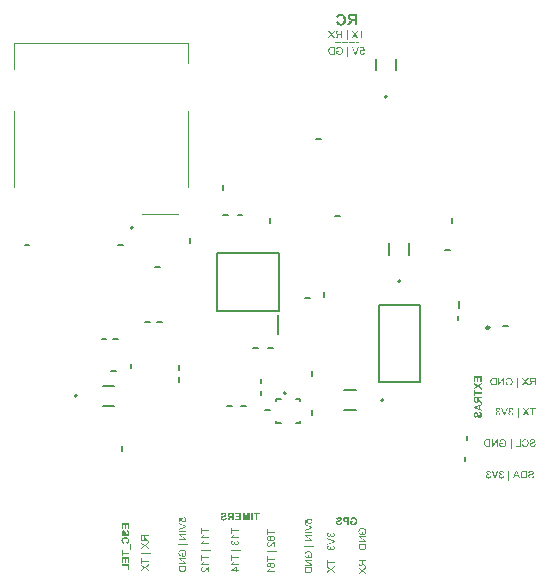
<source format=gbo>
G04*
G04 #@! TF.GenerationSoftware,Altium Limited,Altium Designer,26.2.0 (7)*
G04*
G04 Layer_Color=32896*
%FSLAX25Y25*%
%MOIN*%
G70*
G04*
G04 #@! TF.SameCoordinates,17A3E6CB-15BD-4058-B425-0E0A4CEE79B2*
G04*
G04*
G04 #@! TF.FilePolarity,Positive*
G04*
G01*
G75*
%ADD10C,0.00787*%
%ADD11C,0.00984*%
%ADD12C,0.00591*%
%ADD13C,0.00394*%
%ADD14C,0.00500*%
%ADD111C,0.00800*%
G36*
X114617Y187907D02*
X114761Y187891D01*
X114888Y187863D01*
X115016Y187829D01*
X115127Y187791D01*
X115238Y187746D01*
X115332Y187696D01*
X115421Y187646D01*
X115505Y187596D01*
X115571Y187547D01*
X115632Y187502D01*
X115682Y187463D01*
X115721Y187430D01*
X115749Y187402D01*
X115765Y187385D01*
X115771Y187380D01*
X115860Y187275D01*
X115932Y187163D01*
X115998Y187047D01*
X116054Y186925D01*
X116104Y186797D01*
X116143Y186675D01*
X116176Y186553D01*
X116204Y186436D01*
X116226Y186320D01*
X116237Y186220D01*
X116248Y186126D01*
X116259Y186048D01*
Y185981D01*
X116265Y185931D01*
Y185898D01*
Y185893D01*
Y185887D01*
X116259Y185721D01*
X116243Y185565D01*
X116220Y185415D01*
X116187Y185282D01*
X116154Y185154D01*
X116109Y185032D01*
X116065Y184927D01*
X116021Y184833D01*
X115976Y184744D01*
X115932Y184666D01*
X115887Y184605D01*
X115854Y184549D01*
X115821Y184511D01*
X115799Y184477D01*
X115782Y184461D01*
X115776Y184455D01*
X115682Y184361D01*
X115582Y184283D01*
X115477Y184211D01*
X115371Y184155D01*
X115266Y184105D01*
X115160Y184061D01*
X115060Y184028D01*
X114966Y184000D01*
X114872Y183978D01*
X114789Y183961D01*
X114711Y183950D01*
X114650Y183944D01*
X114594Y183939D01*
X114555Y183933D01*
X114522D01*
X114406Y183939D01*
X114300Y183944D01*
X114195Y183961D01*
X114100Y183983D01*
X114012Y184005D01*
X113928Y184028D01*
X113851Y184055D01*
X113778Y184089D01*
X113717Y184117D01*
X113662Y184144D01*
X113612Y184167D01*
X113573Y184189D01*
X113540Y184211D01*
X113518Y184228D01*
X113506Y184233D01*
X113501Y184239D01*
X113429Y184300D01*
X113362Y184366D01*
X113240Y184516D01*
X113140Y184672D01*
X113063Y184821D01*
X113029Y184894D01*
X113001Y184960D01*
X112979Y185021D01*
X112957Y185071D01*
X112940Y185116D01*
X112929Y185149D01*
X112924Y185171D01*
Y185177D01*
X113679Y185410D01*
X113723Y185260D01*
X113773Y185132D01*
X113823Y185027D01*
X113878Y184938D01*
X113923Y184871D01*
X113962Y184827D01*
X113989Y184799D01*
X114000Y184788D01*
X114089Y184722D01*
X114178Y184677D01*
X114267Y184644D01*
X114345Y184616D01*
X114417Y184605D01*
X114478Y184599D01*
X114500Y184594D01*
X114528D01*
X114605Y184599D01*
X114678Y184605D01*
X114811Y184644D01*
X114927Y184688D01*
X115022Y184749D01*
X115099Y184805D01*
X115155Y184849D01*
X115177Y184871D01*
X115194Y184888D01*
X115199Y184894D01*
X115205Y184899D01*
X115249Y184960D01*
X115288Y185032D01*
X115327Y185110D01*
X115355Y185193D01*
X115399Y185365D01*
X115432Y185537D01*
X115444Y185621D01*
X115449Y185693D01*
X115460Y185765D01*
Y185826D01*
X115466Y185870D01*
Y185909D01*
Y185937D01*
Y185942D01*
X115460Y186070D01*
X115454Y186187D01*
X115444Y186292D01*
X115427Y186392D01*
X115405Y186481D01*
X115382Y186564D01*
X115360Y186636D01*
X115332Y186703D01*
X115310Y186758D01*
X115288Y186808D01*
X115266Y186847D01*
X115244Y186880D01*
X115227Y186908D01*
X115216Y186925D01*
X115205Y186936D01*
Y186942D01*
X115155Y186997D01*
X115099Y187047D01*
X115044Y187086D01*
X114983Y187119D01*
X114866Y187175D01*
X114755Y187213D01*
X114661Y187236D01*
X114617Y187241D01*
X114583Y187247D01*
X114550Y187252D01*
X114511D01*
X114400Y187247D01*
X114300Y187224D01*
X114211Y187197D01*
X114134Y187163D01*
X114073Y187130D01*
X114028Y187102D01*
X114000Y187080D01*
X113989Y187075D01*
X113917Y187008D01*
X113851Y186930D01*
X113801Y186853D01*
X113762Y186775D01*
X113734Y186708D01*
X113717Y186658D01*
X113706Y186636D01*
Y186620D01*
X113701Y186614D01*
Y186609D01*
X112935Y186792D01*
X112990Y186953D01*
X113051Y187091D01*
X113118Y187213D01*
X113179Y187313D01*
X113240Y187391D01*
X113262Y187424D01*
X113285Y187452D01*
X113301Y187469D01*
X113318Y187485D01*
X113323Y187496D01*
X113329D01*
X113412Y187569D01*
X113506Y187635D01*
X113595Y187691D01*
X113690Y187735D01*
X113790Y187779D01*
X113884Y187813D01*
X113978Y187841D01*
X114067Y187863D01*
X114150Y187879D01*
X114228Y187891D01*
X114295Y187902D01*
X114356Y187907D01*
X114406Y187913D01*
X114472D01*
X114617Y187907D01*
D02*
G37*
G36*
X120000Y184000D02*
X119223D01*
Y185604D01*
X118973D01*
X118896Y185598D01*
X118829Y185593D01*
X118773Y185582D01*
X118729Y185576D01*
X118701Y185565D01*
X118685Y185559D01*
X118679D01*
X118635Y185537D01*
X118590Y185515D01*
X118551Y185487D01*
X118513Y185465D01*
X118485Y185437D01*
X118463Y185415D01*
X118451Y185404D01*
X118446Y185399D01*
X118424Y185371D01*
X118396Y185343D01*
X118335Y185260D01*
X118268Y185171D01*
X118196Y185071D01*
X118135Y184982D01*
X118107Y184938D01*
X118085Y184905D01*
X118063Y184877D01*
X118046Y184855D01*
X118041Y184838D01*
X118035Y184833D01*
X117480Y184000D01*
X116548D01*
X117020Y184749D01*
X117070Y184827D01*
X117120Y184905D01*
X117164Y184971D01*
X117208Y185032D01*
X117247Y185088D01*
X117280Y185143D01*
X117347Y185227D01*
X117397Y185293D01*
X117430Y185338D01*
X117458Y185365D01*
X117464Y185371D01*
X117525Y185437D01*
X117597Y185498D01*
X117663Y185548D01*
X117730Y185598D01*
X117786Y185637D01*
X117830Y185665D01*
X117863Y185687D01*
X117869Y185693D01*
X117874D01*
X117780Y185709D01*
X117697Y185732D01*
X117619Y185754D01*
X117541Y185782D01*
X117475Y185809D01*
X117414Y185837D01*
X117353Y185865D01*
X117303Y185898D01*
X117258Y185926D01*
X117219Y185954D01*
X117186Y185981D01*
X117164Y186003D01*
X117142Y186020D01*
X117125Y186037D01*
X117120Y186042D01*
X117114Y186048D01*
X117070Y186103D01*
X117031Y186159D01*
X116964Y186281D01*
X116920Y186398D01*
X116892Y186514D01*
X116870Y186614D01*
X116864Y186653D01*
Y186692D01*
X116859Y186720D01*
Y186747D01*
Y186758D01*
Y186764D01*
X116864Y186886D01*
X116886Y187003D01*
X116914Y187102D01*
X116942Y187191D01*
X116975Y187263D01*
X117003Y187319D01*
X117014Y187336D01*
X117025Y187352D01*
X117031Y187358D01*
Y187363D01*
X117097Y187458D01*
X117169Y187535D01*
X117242Y187596D01*
X117314Y187652D01*
X117380Y187685D01*
X117430Y187713D01*
X117464Y187730D01*
X117469Y187735D01*
X117475D01*
X117530Y187752D01*
X117591Y187768D01*
X117730Y187796D01*
X117880Y187813D01*
X118024Y187829D01*
X118096D01*
X118157Y187835D01*
X118219D01*
X118268Y187841D01*
X120000D01*
Y184000D01*
D02*
G37*
G36*
X161500Y65085D02*
X161074D01*
Y66490D01*
X160390D01*
Y65227D01*
X159964D01*
Y66490D01*
X159407D01*
Y65133D01*
X158981D01*
Y67000D01*
X161500D01*
Y65085D01*
D02*
G37*
G36*
Y64299D02*
X160648Y63739D01*
X161500Y63182D01*
Y62570D01*
X160190Y63436D01*
X158981Y62647D01*
Y63240D01*
X159735Y63739D01*
X158981Y64237D01*
Y64831D01*
X160190Y64041D01*
X161500Y64911D01*
Y64299D01*
D02*
G37*
G36*
X159407Y61737D02*
X161500D01*
Y61227D01*
X159407D01*
Y60484D01*
X158981D01*
Y62483D01*
X159407D01*
Y61737D01*
D02*
G37*
G36*
X161500Y59644D02*
X160448D01*
Y59480D01*
X160452Y59429D01*
X160455Y59385D01*
X160463Y59349D01*
X160466Y59320D01*
X160474Y59301D01*
X160477Y59290D01*
Y59287D01*
X160492Y59258D01*
X160506Y59229D01*
X160524Y59203D01*
X160539Y59178D01*
X160557Y59159D01*
X160572Y59145D01*
X160579Y59138D01*
X160583Y59134D01*
X160601Y59119D01*
X160619Y59101D01*
X160674Y59061D01*
X160732Y59017D01*
X160798Y58970D01*
X160856Y58930D01*
X160885Y58912D01*
X160907Y58897D01*
X160925Y58883D01*
X160939Y58872D01*
X160950Y58868D01*
X160954Y58865D01*
X161500Y58501D01*
Y57889D01*
X161009Y58198D01*
X160958Y58231D01*
X160907Y58264D01*
X160863Y58293D01*
X160823Y58322D01*
X160787Y58348D01*
X160750Y58370D01*
X160696Y58413D01*
X160652Y58446D01*
X160623Y58468D01*
X160605Y58486D01*
X160601Y58490D01*
X160557Y58530D01*
X160517Y58577D01*
X160484Y58621D01*
X160452Y58664D01*
X160426Y58701D01*
X160408Y58730D01*
X160393Y58752D01*
X160390Y58755D01*
Y58759D01*
X160379Y58697D01*
X160364Y58643D01*
X160350Y58592D01*
X160332Y58541D01*
X160313Y58497D01*
X160295Y58457D01*
X160277Y58417D01*
X160255Y58384D01*
X160237Y58355D01*
X160219Y58329D01*
X160201Y58308D01*
X160186Y58293D01*
X160175Y58279D01*
X160164Y58268D01*
X160161Y58264D01*
X160157Y58260D01*
X160120Y58231D01*
X160084Y58206D01*
X160004Y58162D01*
X159927Y58133D01*
X159851Y58115D01*
X159786Y58100D01*
X159760Y58097D01*
X159735D01*
X159716Y58093D01*
X159698D01*
X159691D01*
X159687D01*
X159607Y58097D01*
X159531Y58111D01*
X159465Y58129D01*
X159407Y58148D01*
X159360Y58169D01*
X159323Y58188D01*
X159312Y58195D01*
X159301Y58202D01*
X159298Y58206D01*
X159294D01*
X159232Y58249D01*
X159181Y58297D01*
X159141Y58344D01*
X159105Y58391D01*
X159083Y58435D01*
X159065Y58468D01*
X159054Y58490D01*
X159050Y58493D01*
Y58497D01*
X159039Y58533D01*
X159028Y58573D01*
X159010Y58664D01*
X158999Y58763D01*
X158988Y58857D01*
Y58905D01*
X158985Y58945D01*
Y58985D01*
X158981Y59017D01*
Y60153D01*
X161500D01*
Y59644D01*
D02*
G37*
G36*
Y57332D02*
X160928Y57125D01*
Y56113D01*
X161500Y55894D01*
Y55345D01*
X158981Y56357D01*
Y56895D01*
X161500Y57871D01*
Y57332D01*
D02*
G37*
G36*
X160757Y55195D02*
X160830Y55181D01*
X160899Y55159D01*
X160961Y55141D01*
X161020Y55115D01*
X161074Y55090D01*
X161121Y55064D01*
X161165Y55039D01*
X161202Y55014D01*
X161234Y54988D01*
X161263Y54966D01*
X161289Y54944D01*
X161307Y54930D01*
X161318Y54915D01*
X161325Y54908D01*
X161329Y54904D01*
X161369Y54853D01*
X161402Y54799D01*
X161431Y54741D01*
X161456Y54679D01*
X161475Y54620D01*
X161493Y54558D01*
X161518Y54438D01*
X161529Y54384D01*
X161536Y54333D01*
X161540Y54289D01*
X161544Y54249D01*
X161547Y54216D01*
Y54169D01*
X161544Y54053D01*
X161533Y53947D01*
X161518Y53852D01*
X161511Y53812D01*
X161500Y53772D01*
X161493Y53740D01*
X161485Y53710D01*
X161478Y53685D01*
X161471Y53663D01*
X161464Y53645D01*
X161460Y53634D01*
X161456Y53627D01*
Y53623D01*
X161416Y53543D01*
X161373Y53477D01*
X161329Y53416D01*
X161282Y53368D01*
X161242Y53332D01*
X161205Y53303D01*
X161183Y53288D01*
X161180Y53281D01*
X161176D01*
X161103Y53241D01*
X161034Y53208D01*
X160965Y53186D01*
X160899Y53172D01*
X160848Y53164D01*
X160823Y53161D01*
X160805Y53157D01*
X160790D01*
X160779D01*
X160772D01*
X160768D01*
X160681Y53161D01*
X160605Y53172D01*
X160535Y53190D01*
X160477Y53208D01*
X160430Y53226D01*
X160397Y53244D01*
X160375Y53255D01*
X160368Y53259D01*
X160310Y53299D01*
X160259Y53346D01*
X160215Y53394D01*
X160179Y53437D01*
X160150Y53477D01*
X160128Y53510D01*
X160113Y53532D01*
X160109Y53536D01*
Y53539D01*
X160091Y53576D01*
X160073Y53612D01*
X160040Y53699D01*
X160011Y53790D01*
X159982Y53878D01*
X159971Y53918D01*
X159960Y53958D01*
X159949Y53994D01*
X159942Y54023D01*
X159935Y54049D01*
X159931Y54067D01*
X159927Y54082D01*
Y54085D01*
X159909Y54151D01*
X159895Y54209D01*
X159880Y54264D01*
X159866Y54315D01*
X159851Y54355D01*
X159836Y54395D01*
X159822Y54427D01*
X159811Y54457D01*
X159800Y54482D01*
X159789Y54500D01*
X159782Y54518D01*
X159775Y54529D01*
X159764Y54548D01*
X159760Y54551D01*
X159735Y54577D01*
X159709Y54595D01*
X159684Y54606D01*
X159658Y54613D01*
X159640Y54620D01*
X159622Y54624D01*
X159611D01*
X159607D01*
X159571Y54620D01*
X159542Y54613D01*
X159513Y54598D01*
X159491Y54584D01*
X159473Y54569D01*
X159462Y54555D01*
X159454Y54548D01*
X159451Y54544D01*
X159418Y54493D01*
X159396Y54438D01*
X159378Y54380D01*
X159367Y54325D01*
X159360Y54278D01*
X159356Y54238D01*
Y54202D01*
X159360Y54125D01*
X159371Y54060D01*
X159385Y54005D01*
X159400Y53961D01*
X159414Y53925D01*
X159429Y53900D01*
X159440Y53885D01*
X159443Y53881D01*
X159480Y53845D01*
X159523Y53812D01*
X159567Y53787D01*
X159615Y53769D01*
X159654Y53754D01*
X159687Y53747D01*
X159713Y53740D01*
X159716D01*
X159720D01*
X159702Y53230D01*
X159636Y53233D01*
X159578Y53244D01*
X159520Y53259D01*
X159469Y53277D01*
X159418Y53295D01*
X159371Y53317D01*
X159331Y53339D01*
X159291Y53361D01*
X159258Y53386D01*
X159229Y53408D01*
X159203Y53430D01*
X159181Y53448D01*
X159167Y53463D01*
X159156Y53474D01*
X159149Y53481D01*
X159145Y53485D01*
X159108Y53532D01*
X159076Y53583D01*
X159047Y53638D01*
X159021Y53696D01*
X159003Y53754D01*
X158985Y53812D01*
X158959Y53929D01*
X158952Y53983D01*
X158945Y54031D01*
X158941Y54078D01*
X158937Y54118D01*
X158934Y54151D01*
Y54194D01*
X158937Y54300D01*
X158948Y54395D01*
X158963Y54478D01*
X158977Y54551D01*
X158988Y54584D01*
X158996Y54613D01*
X159003Y54635D01*
X159010Y54657D01*
X159018Y54671D01*
X159021Y54682D01*
X159025Y54690D01*
Y54693D01*
X159061Y54766D01*
X159101Y54828D01*
X159145Y54882D01*
X159185Y54926D01*
X159221Y54962D01*
X159250Y54984D01*
X159272Y55003D01*
X159276Y55006D01*
X159280D01*
X159342Y55043D01*
X159407Y55068D01*
X159469Y55086D01*
X159523Y55097D01*
X159571Y55105D01*
X159607Y55112D01*
X159622D01*
X159633D01*
X159636D01*
X159640D01*
X159695Y55108D01*
X159749Y55101D01*
X159797Y55090D01*
X159844Y55075D01*
X159931Y55039D01*
X160008Y54995D01*
X160040Y54977D01*
X160066Y54955D01*
X160091Y54937D01*
X160113Y54919D01*
X160128Y54904D01*
X160139Y54893D01*
X160146Y54886D01*
X160150Y54882D01*
X160175Y54850D01*
X160201Y54810D01*
X160226Y54770D01*
X160248Y54722D01*
X160292Y54631D01*
X160328Y54537D01*
X160343Y54489D01*
X160357Y54449D01*
X160368Y54409D01*
X160379Y54377D01*
X160386Y54351D01*
X160393Y54329D01*
X160397Y54315D01*
Y54311D01*
X160412Y54253D01*
X160426Y54202D01*
X160437Y54154D01*
X160448Y54111D01*
X160459Y54074D01*
X160466Y54042D01*
X160477Y54013D01*
X160484Y53987D01*
X160488Y53965D01*
X160495Y53947D01*
X160503Y53922D01*
X160510Y53907D01*
Y53903D01*
X160528Y53856D01*
X160546Y53820D01*
X160564Y53787D01*
X160583Y53761D01*
X160597Y53743D01*
X160608Y53732D01*
X160616Y53725D01*
X160619Y53721D01*
X160645Y53703D01*
X160670Y53689D01*
X160696Y53681D01*
X160717Y53674D01*
X160739Y53670D01*
X160757Y53667D01*
X160768D01*
X160772D01*
X160823Y53670D01*
X160867Y53685D01*
X160910Y53707D01*
X160947Y53729D01*
X160976Y53754D01*
X160998Y53772D01*
X161012Y53787D01*
X161016Y53794D01*
X161049Y53845D01*
X161074Y53903D01*
X161092Y53965D01*
X161103Y54023D01*
X161110Y54078D01*
X161118Y54122D01*
Y54162D01*
X161114Y54245D01*
X161100Y54318D01*
X161081Y54380D01*
X161060Y54435D01*
X161038Y54478D01*
X161020Y54507D01*
X161005Y54526D01*
X161001Y54533D01*
X160950Y54580D01*
X160896Y54617D01*
X160834Y54650D01*
X160772Y54671D01*
X160717Y54690D01*
X160674Y54704D01*
X160659Y54708D01*
X160645D01*
X160637Y54711D01*
X160634D01*
X160681Y55206D01*
X160757Y55195D01*
D02*
G37*
G36*
X84198Y19000D02*
X83729D01*
Y20980D01*
X83234Y19000D01*
X82743D01*
X82248Y20980D01*
X82244Y19000D01*
X81774D01*
Y21519D01*
X82539D01*
X82986Y19797D01*
X83438Y21519D01*
X84198D01*
Y19000D01*
D02*
G37*
G36*
X87500Y21093D02*
X86754D01*
Y19000D01*
X86244D01*
Y21093D01*
X85502D01*
Y21519D01*
X87500D01*
Y21093D01*
D02*
G37*
G36*
X85189Y19000D02*
X84679D01*
Y21519D01*
X85189D01*
Y19000D01*
D02*
G37*
G36*
X81257D02*
X79343D01*
Y19426D01*
X80748D01*
Y20110D01*
X79485D01*
Y20536D01*
X80748D01*
Y21093D01*
X79390D01*
Y21519D01*
X81257D01*
Y19000D01*
D02*
G37*
G36*
X78910D02*
X78400D01*
Y20052D01*
X78236D01*
X78185Y20048D01*
X78142Y20045D01*
X78105Y20037D01*
X78076Y20034D01*
X78058Y20027D01*
X78047Y20023D01*
X78043D01*
X78014Y20008D01*
X77985Y19994D01*
X77960Y19975D01*
X77934Y19961D01*
X77916Y19943D01*
X77901Y19928D01*
X77894Y19921D01*
X77890Y19917D01*
X77876Y19899D01*
X77858Y19881D01*
X77818Y19826D01*
X77774Y19768D01*
X77727Y19703D01*
X77687Y19644D01*
X77668Y19615D01*
X77654Y19593D01*
X77639Y19575D01*
X77628Y19561D01*
X77625Y19550D01*
X77621Y19546D01*
X77257Y19000D01*
X76645D01*
X76955Y19491D01*
X76988Y19542D01*
X77020Y19593D01*
X77050Y19637D01*
X77079Y19677D01*
X77104Y19713D01*
X77126Y19750D01*
X77170Y19804D01*
X77202Y19848D01*
X77224Y19877D01*
X77242Y19895D01*
X77246Y19899D01*
X77286Y19943D01*
X77333Y19983D01*
X77377Y20016D01*
X77421Y20048D01*
X77457Y20074D01*
X77486Y20092D01*
X77508Y20107D01*
X77512Y20110D01*
X77516D01*
X77454Y20121D01*
X77399Y20136D01*
X77348Y20150D01*
X77297Y20168D01*
X77253Y20187D01*
X77213Y20205D01*
X77173Y20223D01*
X77141Y20245D01*
X77111Y20263D01*
X77086Y20281D01*
X77064Y20300D01*
X77050Y20314D01*
X77035Y20325D01*
X77024Y20336D01*
X77020Y20339D01*
X77017Y20343D01*
X76988Y20380D01*
X76962Y20416D01*
X76919Y20496D01*
X76889Y20572D01*
X76871Y20649D01*
X76857Y20714D01*
X76853Y20740D01*
Y20765D01*
X76849Y20784D01*
Y20802D01*
Y20809D01*
Y20813D01*
X76853Y20893D01*
X76868Y20969D01*
X76886Y21035D01*
X76904Y21093D01*
X76926Y21140D01*
X76944Y21177D01*
X76951Y21188D01*
X76959Y21199D01*
X76962Y21202D01*
Y21206D01*
X77006Y21268D01*
X77053Y21319D01*
X77100Y21359D01*
X77148Y21395D01*
X77192Y21417D01*
X77224Y21435D01*
X77246Y21446D01*
X77250Y21450D01*
X77253D01*
X77290Y21461D01*
X77330Y21472D01*
X77421Y21490D01*
X77519Y21501D01*
X77614Y21512D01*
X77661D01*
X77701Y21515D01*
X77741D01*
X77774Y21519D01*
X78910D01*
Y19000D01*
D02*
G37*
G36*
X75597Y21563D02*
X75692Y21552D01*
X75776Y21537D01*
X75848Y21522D01*
X75881Y21512D01*
X75910Y21504D01*
X75932Y21497D01*
X75954Y21490D01*
X75968Y21483D01*
X75979Y21479D01*
X75987Y21475D01*
X75990D01*
X76063Y21439D01*
X76125Y21399D01*
X76180Y21355D01*
X76223Y21315D01*
X76260Y21279D01*
X76281Y21249D01*
X76300Y21228D01*
X76303Y21224D01*
Y21220D01*
X76340Y21159D01*
X76365Y21093D01*
X76383Y21031D01*
X76394Y20977D01*
X76402Y20929D01*
X76409Y20893D01*
Y20878D01*
Y20867D01*
Y20864D01*
Y20860D01*
X76405Y20805D01*
X76398Y20751D01*
X76387Y20704D01*
X76372Y20656D01*
X76336Y20569D01*
X76292Y20492D01*
X76274Y20460D01*
X76252Y20434D01*
X76234Y20409D01*
X76216Y20387D01*
X76201Y20372D01*
X76191Y20361D01*
X76183Y20354D01*
X76180Y20350D01*
X76147Y20325D01*
X76107Y20300D01*
X76067Y20274D01*
X76019Y20252D01*
X75928Y20209D01*
X75834Y20172D01*
X75787Y20157D01*
X75746Y20143D01*
X75706Y20132D01*
X75674Y20121D01*
X75648Y20114D01*
X75626Y20107D01*
X75612Y20103D01*
X75608D01*
X75550Y20088D01*
X75499Y20074D01*
X75452Y20063D01*
X75408Y20052D01*
X75371Y20041D01*
X75339Y20034D01*
X75310Y20023D01*
X75284Y20016D01*
X75262Y20012D01*
X75244Y20005D01*
X75219Y19997D01*
X75204Y19990D01*
X75200D01*
X75153Y19972D01*
X75117Y19954D01*
X75084Y19936D01*
X75059Y19917D01*
X75040Y19903D01*
X75029Y19892D01*
X75022Y19884D01*
X75018Y19881D01*
X75000Y19855D01*
X74986Y19830D01*
X74978Y19804D01*
X74971Y19783D01*
X74967Y19761D01*
X74964Y19743D01*
Y19732D01*
Y19728D01*
X74967Y19677D01*
X74982Y19633D01*
X75004Y19590D01*
X75026Y19553D01*
X75051Y19524D01*
X75069Y19502D01*
X75084Y19488D01*
X75091Y19484D01*
X75142Y19451D01*
X75200Y19426D01*
X75262Y19408D01*
X75321Y19397D01*
X75375Y19389D01*
X75419Y19382D01*
X75459D01*
X75543Y19386D01*
X75615Y19400D01*
X75677Y19419D01*
X75732Y19440D01*
X75776Y19462D01*
X75805Y19480D01*
X75823Y19495D01*
X75830Y19499D01*
X75877Y19550D01*
X75914Y19604D01*
X75947Y19666D01*
X75968Y19728D01*
X75987Y19783D01*
X76001Y19826D01*
X76005Y19841D01*
Y19855D01*
X76008Y19863D01*
Y19866D01*
X76504Y19819D01*
X76493Y19743D01*
X76478Y19670D01*
X76456Y19601D01*
X76438Y19539D01*
X76413Y19480D01*
X76387Y19426D01*
X76362Y19379D01*
X76336Y19335D01*
X76311Y19298D01*
X76285Y19266D01*
X76263Y19237D01*
X76241Y19211D01*
X76227Y19193D01*
X76212Y19182D01*
X76205Y19175D01*
X76201Y19171D01*
X76151Y19131D01*
X76096Y19098D01*
X76038Y19069D01*
X75976Y19044D01*
X75918Y19026D01*
X75856Y19007D01*
X75735Y18982D01*
X75681Y18971D01*
X75630Y18964D01*
X75586Y18960D01*
X75546Y18956D01*
X75513Y18953D01*
X75466D01*
X75350Y18956D01*
X75244Y18967D01*
X75150Y18982D01*
X75109Y18989D01*
X75069Y19000D01*
X75037Y19007D01*
X75007Y19015D01*
X74982Y19022D01*
X74960Y19029D01*
X74942Y19036D01*
X74931Y19040D01*
X74924Y19044D01*
X74920D01*
X74840Y19084D01*
X74775Y19127D01*
X74713Y19171D01*
X74665Y19218D01*
X74629Y19258D01*
X74600Y19295D01*
X74585Y19317D01*
X74578Y19320D01*
Y19324D01*
X74538Y19397D01*
X74505Y19466D01*
X74483Y19535D01*
X74469Y19601D01*
X74462Y19652D01*
X74458Y19677D01*
X74454Y19695D01*
Y19710D01*
Y19721D01*
Y19728D01*
Y19732D01*
X74458Y19819D01*
X74469Y19895D01*
X74487Y19965D01*
X74505Y20023D01*
X74523Y20070D01*
X74542Y20103D01*
X74553Y20125D01*
X74556Y20132D01*
X74596Y20190D01*
X74643Y20241D01*
X74691Y20285D01*
X74734Y20321D01*
X74775Y20350D01*
X74807Y20372D01*
X74829Y20387D01*
X74833Y20391D01*
X74836D01*
X74873Y20409D01*
X74909Y20427D01*
X74997Y20460D01*
X75088Y20489D01*
X75175Y20518D01*
X75215Y20529D01*
X75255Y20540D01*
X75291Y20551D01*
X75321Y20558D01*
X75346Y20565D01*
X75364Y20569D01*
X75379Y20572D01*
X75382D01*
X75448Y20591D01*
X75506Y20605D01*
X75561Y20620D01*
X75612Y20634D01*
X75652Y20649D01*
X75692Y20663D01*
X75725Y20678D01*
X75754Y20689D01*
X75779Y20700D01*
X75797Y20711D01*
X75816Y20718D01*
X75827Y20725D01*
X75845Y20736D01*
X75848Y20740D01*
X75874Y20765D01*
X75892Y20791D01*
X75903Y20816D01*
X75910Y20842D01*
X75918Y20860D01*
X75921Y20878D01*
Y20889D01*
Y20893D01*
X75918Y20929D01*
X75910Y20958D01*
X75896Y20987D01*
X75881Y21009D01*
X75867Y21027D01*
X75852Y21038D01*
X75845Y21046D01*
X75841Y21049D01*
X75790Y21082D01*
X75735Y21104D01*
X75677Y21122D01*
X75623Y21133D01*
X75575Y21140D01*
X75535Y21144D01*
X75499D01*
X75423Y21140D01*
X75357Y21129D01*
X75302Y21115D01*
X75259Y21100D01*
X75222Y21086D01*
X75197Y21071D01*
X75182Y21060D01*
X75179Y21057D01*
X75142Y21020D01*
X75109Y20977D01*
X75084Y20933D01*
X75066Y20886D01*
X75051Y20845D01*
X75044Y20813D01*
X75037Y20787D01*
Y20784D01*
Y20780D01*
X74527Y20798D01*
X74531Y20864D01*
X74542Y20922D01*
X74556Y20980D01*
X74574Y21031D01*
X74593Y21082D01*
X74614Y21129D01*
X74636Y21169D01*
X74658Y21210D01*
X74684Y21242D01*
X74705Y21271D01*
X74727Y21297D01*
X74745Y21319D01*
X74760Y21333D01*
X74771Y21344D01*
X74778Y21351D01*
X74782Y21355D01*
X74829Y21392D01*
X74880Y21424D01*
X74935Y21453D01*
X74993Y21479D01*
X75051Y21497D01*
X75109Y21515D01*
X75226Y21541D01*
X75280Y21548D01*
X75328Y21555D01*
X75375Y21559D01*
X75415Y21563D01*
X75448Y21566D01*
X75492D01*
X75597Y21563D01*
D02*
G37*
G36*
X118883Y20063D02*
X118999Y20048D01*
X119050Y20037D01*
X119101Y20026D01*
X119148Y20015D01*
X119188Y20004D01*
X119225Y19990D01*
X119261Y19979D01*
X119287Y19968D01*
X119312Y19961D01*
X119330Y19950D01*
X119345Y19946D01*
X119352Y19939D01*
X119356D01*
X119469Y19873D01*
X119516Y19833D01*
X119563Y19797D01*
X119607Y19757D01*
X119647Y19717D01*
X119683Y19677D01*
X119716Y19640D01*
X119742Y19604D01*
X119767Y19571D01*
X119789Y19542D01*
X119807Y19517D01*
X119818Y19495D01*
X119829Y19480D01*
X119833Y19469D01*
X119836Y19466D01*
X119865Y19407D01*
X119891Y19349D01*
X119931Y19229D01*
X119960Y19109D01*
X119978Y19003D01*
X119985Y18952D01*
X119993Y18909D01*
X119996Y18869D01*
Y18832D01*
X120000Y18807D01*
Y18785D01*
Y18770D01*
Y18767D01*
X119993Y18632D01*
X119978Y18508D01*
X119953Y18395D01*
X119942Y18341D01*
X119927Y18293D01*
X119913Y18250D01*
X119902Y18210D01*
X119887Y18177D01*
X119876Y18148D01*
X119869Y18126D01*
X119862Y18108D01*
X119854Y18097D01*
Y18093D01*
X119792Y17984D01*
X119723Y17889D01*
X119651Y17806D01*
X119578Y17740D01*
X119545Y17711D01*
X119512Y17686D01*
X119487Y17664D01*
X119461Y17649D01*
X119443Y17635D01*
X119425Y17624D01*
X119418Y17620D01*
X119414Y17616D01*
X119356Y17587D01*
X119301Y17562D01*
X119181Y17522D01*
X119064Y17493D01*
X118959Y17474D01*
X118908Y17467D01*
X118864Y17460D01*
X118824Y17456D01*
X118788D01*
X118762Y17453D01*
X118722D01*
X118606Y17456D01*
X118497Y17471D01*
X118391Y17489D01*
X118300Y17511D01*
X118260Y17522D01*
X118224Y17533D01*
X118191Y17544D01*
X118162Y17551D01*
X118140Y17558D01*
X118125Y17566D01*
X118114Y17569D01*
X118111D01*
X118002Y17613D01*
X117911Y17660D01*
X117831Y17707D01*
X117761Y17748D01*
X117710Y17784D01*
X117692Y17798D01*
X117674Y17813D01*
X117663Y17824D01*
X117652Y17831D01*
X117645Y17839D01*
Y18850D01*
X118741D01*
Y18425D01*
X118158D01*
Y18101D01*
X118202Y18068D01*
X118249Y18039D01*
X118297Y18013D01*
X118340Y17991D01*
X118377Y17973D01*
X118409Y17959D01*
X118428Y17951D01*
X118431Y17948D01*
X118435D01*
X118493Y17926D01*
X118551Y17911D01*
X118606Y17900D01*
X118653Y17893D01*
X118697Y17889D01*
X118726Y17886D01*
X118755D01*
X118813Y17889D01*
X118872Y17897D01*
X118923Y17908D01*
X118974Y17922D01*
X119064Y17959D01*
X119101Y17977D01*
X119137Y17999D01*
X119170Y18021D01*
X119199Y18039D01*
X119221Y18061D01*
X119243Y18075D01*
X119257Y18090D01*
X119268Y18101D01*
X119276Y18108D01*
X119279Y18112D01*
X119312Y18155D01*
X119345Y18206D01*
X119370Y18257D01*
X119392Y18312D01*
X119429Y18425D01*
X119450Y18534D01*
X119458Y18585D01*
X119465Y18636D01*
X119469Y18676D01*
X119472Y18716D01*
X119476Y18745D01*
Y18770D01*
Y18785D01*
Y18789D01*
X119472Y18865D01*
X119469Y18934D01*
X119458Y19003D01*
X119447Y19065D01*
X119432Y19120D01*
X119414Y19171D01*
X119396Y19218D01*
X119378Y19262D01*
X119363Y19298D01*
X119345Y19331D01*
X119327Y19356D01*
X119312Y19378D01*
X119301Y19396D01*
X119290Y19407D01*
X119287Y19415D01*
X119283Y19418D01*
X119243Y19455D01*
X119203Y19491D01*
X119159Y19517D01*
X119115Y19542D01*
X119072Y19564D01*
X119028Y19582D01*
X118944Y19608D01*
X118904Y19615D01*
X118868Y19622D01*
X118835Y19626D01*
X118806Y19629D01*
X118784Y19633D01*
X118752D01*
X118671Y19629D01*
X118602Y19615D01*
X118540Y19600D01*
X118486Y19578D01*
X118446Y19560D01*
X118413Y19542D01*
X118395Y19527D01*
X118387Y19524D01*
X118336Y19480D01*
X118293Y19433D01*
X118256Y19386D01*
X118231Y19338D01*
X118209Y19295D01*
X118195Y19262D01*
X118187Y19240D01*
X118184Y19236D01*
Y19233D01*
X117678Y19327D01*
X117692Y19389D01*
X117714Y19451D01*
X117736Y19506D01*
X117765Y19557D01*
X117790Y19608D01*
X117820Y19651D01*
X117849Y19691D01*
X117878Y19728D01*
X117907Y19760D01*
X117932Y19790D01*
X117954Y19815D01*
X117976Y19833D01*
X117994Y19848D01*
X118009Y19862D01*
X118016Y19866D01*
X118020Y19870D01*
X118071Y19906D01*
X118125Y19935D01*
X118184Y19961D01*
X118245Y19983D01*
X118366Y20019D01*
X118482Y20041D01*
X118537Y20052D01*
X118588Y20055D01*
X118635Y20059D01*
X118675Y20063D01*
X118708Y20066D01*
X118752D01*
X118883Y20063D01*
D02*
G37*
G36*
X117172Y17500D02*
X116662D01*
Y18450D01*
X116211D01*
X116156Y18454D01*
X116105D01*
X116058Y18457D01*
X116014Y18461D01*
X115974Y18465D01*
X115941Y18468D01*
X115909D01*
X115883Y18472D01*
X115858Y18475D01*
X115840Y18479D01*
X115825D01*
X115814Y18483D01*
X115807D01*
X115756Y18497D01*
X115708Y18516D01*
X115665Y18534D01*
X115625Y18556D01*
X115592Y18574D01*
X115567Y18588D01*
X115552Y18599D01*
X115545Y18603D01*
X115497Y18639D01*
X115457Y18679D01*
X115417Y18723D01*
X115388Y18759D01*
X115363Y18796D01*
X115344Y18825D01*
X115333Y18843D01*
X115330Y18850D01*
X115301Y18912D01*
X115279Y18978D01*
X115264Y19047D01*
X115253Y19109D01*
X115246Y19160D01*
Y19185D01*
X115243Y19204D01*
Y19222D01*
Y19233D01*
Y19240D01*
Y19244D01*
X115250Y19349D01*
X115264Y19447D01*
X115290Y19527D01*
X115315Y19600D01*
X115330Y19629D01*
X115344Y19655D01*
X115355Y19677D01*
X115370Y19699D01*
X115377Y19713D01*
X115384Y19724D01*
X115392Y19728D01*
Y19731D01*
X115450Y19797D01*
X115508Y19851D01*
X115570Y19895D01*
X115625Y19928D01*
X115676Y19950D01*
X115716Y19968D01*
X115730Y19972D01*
X115741Y19975D01*
X115749Y19979D01*
X115752D01*
X115781Y19986D01*
X115818Y19993D01*
X115861Y19997D01*
X115905Y20001D01*
X116007Y20008D01*
X116109Y20015D01*
X116203D01*
X116244Y20019D01*
X117172D01*
Y17500D01*
D02*
G37*
G36*
X114052Y20063D02*
X114147Y20052D01*
X114231Y20037D01*
X114303Y20022D01*
X114336Y20012D01*
X114365Y20004D01*
X114387Y19997D01*
X114409Y19990D01*
X114424Y19983D01*
X114434Y19979D01*
X114442Y19975D01*
X114445D01*
X114518Y19939D01*
X114580Y19899D01*
X114635Y19855D01*
X114678Y19815D01*
X114715Y19779D01*
X114737Y19749D01*
X114755Y19728D01*
X114758Y19724D01*
Y19720D01*
X114795Y19658D01*
X114820Y19593D01*
X114839Y19531D01*
X114849Y19477D01*
X114857Y19429D01*
X114864Y19393D01*
Y19378D01*
Y19367D01*
Y19364D01*
Y19360D01*
X114860Y19305D01*
X114853Y19251D01*
X114842Y19204D01*
X114828Y19156D01*
X114791Y19069D01*
X114748Y18992D01*
X114729Y18960D01*
X114707Y18934D01*
X114689Y18909D01*
X114671Y18887D01*
X114656Y18872D01*
X114646Y18861D01*
X114638Y18854D01*
X114635Y18850D01*
X114602Y18825D01*
X114562Y18800D01*
X114522Y18774D01*
X114474Y18752D01*
X114383Y18709D01*
X114289Y18672D01*
X114242Y18657D01*
X114201Y18643D01*
X114161Y18632D01*
X114129Y18621D01*
X114103Y18614D01*
X114081Y18607D01*
X114067Y18603D01*
X114063D01*
X114005Y18588D01*
X113954Y18574D01*
X113907Y18563D01*
X113863Y18552D01*
X113827Y18541D01*
X113794Y18534D01*
X113765Y18523D01*
X113739Y18516D01*
X113717Y18512D01*
X113699Y18505D01*
X113674Y18497D01*
X113659Y18490D01*
X113655D01*
X113608Y18472D01*
X113572Y18454D01*
X113539Y18436D01*
X113514Y18417D01*
X113495Y18403D01*
X113484Y18392D01*
X113477Y18384D01*
X113473Y18381D01*
X113455Y18355D01*
X113441Y18330D01*
X113433Y18304D01*
X113426Y18283D01*
X113423Y18261D01*
X113419Y18243D01*
Y18232D01*
Y18228D01*
X113423Y18177D01*
X113437Y18133D01*
X113459Y18090D01*
X113481Y18053D01*
X113506Y18024D01*
X113524Y18002D01*
X113539Y17988D01*
X113546Y17984D01*
X113597Y17951D01*
X113655Y17926D01*
X113717Y17908D01*
X113776Y17897D01*
X113830Y17889D01*
X113874Y17882D01*
X113914D01*
X113998Y17886D01*
X114070Y17900D01*
X114132Y17919D01*
X114187Y17940D01*
X114231Y17962D01*
X114260Y17980D01*
X114278Y17995D01*
X114285Y17999D01*
X114332Y18050D01*
X114369Y18104D01*
X114402Y18166D01*
X114424Y18228D01*
X114442Y18283D01*
X114456Y18326D01*
X114460Y18341D01*
Y18355D01*
X114464Y18363D01*
Y18366D01*
X114959Y18319D01*
X114948Y18243D01*
X114933Y18170D01*
X114911Y18101D01*
X114893Y18039D01*
X114868Y17980D01*
X114842Y17926D01*
X114817Y17879D01*
X114791Y17835D01*
X114766Y17798D01*
X114740Y17766D01*
X114718Y17737D01*
X114697Y17711D01*
X114682Y17693D01*
X114667Y17682D01*
X114660Y17675D01*
X114656Y17671D01*
X114605Y17631D01*
X114551Y17598D01*
X114493Y17569D01*
X114431Y17544D01*
X114373Y17526D01*
X114311Y17507D01*
X114191Y17482D01*
X114136Y17471D01*
X114085Y17464D01*
X114041Y17460D01*
X114001Y17456D01*
X113969Y17453D01*
X113921D01*
X113805Y17456D01*
X113699Y17467D01*
X113604Y17482D01*
X113565Y17489D01*
X113524Y17500D01*
X113492Y17507D01*
X113463Y17515D01*
X113437Y17522D01*
X113415Y17529D01*
X113397Y17536D01*
X113386Y17540D01*
X113379Y17544D01*
X113375D01*
X113295Y17584D01*
X113230Y17627D01*
X113168Y17671D01*
X113120Y17718D01*
X113084Y17758D01*
X113055Y17795D01*
X113040Y17817D01*
X113033Y17820D01*
Y17824D01*
X112993Y17897D01*
X112960Y17966D01*
X112938Y18035D01*
X112924Y18101D01*
X112917Y18152D01*
X112913Y18177D01*
X112909Y18195D01*
Y18210D01*
Y18221D01*
Y18228D01*
Y18232D01*
X112913Y18319D01*
X112924Y18395D01*
X112942Y18465D01*
X112960Y18523D01*
X112978Y18570D01*
X112997Y18603D01*
X113008Y18625D01*
X113011Y18632D01*
X113051Y18690D01*
X113099Y18741D01*
X113146Y18785D01*
X113190Y18821D01*
X113230Y18850D01*
X113262Y18872D01*
X113284Y18887D01*
X113288Y18891D01*
X113292D01*
X113328Y18909D01*
X113364Y18927D01*
X113452Y18960D01*
X113543Y18989D01*
X113630Y19018D01*
X113670Y19029D01*
X113710Y19040D01*
X113747Y19051D01*
X113776Y19058D01*
X113801Y19065D01*
X113819Y19069D01*
X113834Y19072D01*
X113838D01*
X113903Y19091D01*
X113961Y19105D01*
X114016Y19120D01*
X114067Y19134D01*
X114107Y19149D01*
X114147Y19163D01*
X114180Y19178D01*
X114209Y19189D01*
X114234Y19200D01*
X114252Y19211D01*
X114271Y19218D01*
X114282Y19225D01*
X114300Y19236D01*
X114303Y19240D01*
X114329Y19265D01*
X114347Y19291D01*
X114358Y19316D01*
X114365Y19342D01*
X114373Y19360D01*
X114376Y19378D01*
Y19389D01*
Y19393D01*
X114373Y19429D01*
X114365Y19458D01*
X114351Y19487D01*
X114336Y19509D01*
X114322Y19527D01*
X114307Y19538D01*
X114300Y19546D01*
X114296Y19549D01*
X114245Y19582D01*
X114191Y19604D01*
X114132Y19622D01*
X114078Y19633D01*
X114030Y19640D01*
X113990Y19644D01*
X113954D01*
X113877Y19640D01*
X113812Y19629D01*
X113757Y19615D01*
X113714Y19600D01*
X113677Y19586D01*
X113652Y19571D01*
X113637Y19560D01*
X113634Y19557D01*
X113597Y19520D01*
X113565Y19477D01*
X113539Y19433D01*
X113521Y19386D01*
X113506Y19345D01*
X113499Y19313D01*
X113492Y19287D01*
Y19284D01*
Y19280D01*
X112982Y19298D01*
X112986Y19364D01*
X112997Y19422D01*
X113011Y19480D01*
X113029Y19531D01*
X113048Y19582D01*
X113069Y19629D01*
X113091Y19669D01*
X113113Y19710D01*
X113139Y19742D01*
X113160Y19771D01*
X113182Y19797D01*
X113200Y19819D01*
X113215Y19833D01*
X113226Y19844D01*
X113233Y19851D01*
X113237Y19855D01*
X113284Y19892D01*
X113335Y19924D01*
X113390Y19953D01*
X113448Y19979D01*
X113506Y19997D01*
X113565Y20015D01*
X113681Y20041D01*
X113736Y20048D01*
X113783Y20055D01*
X113830Y20059D01*
X113870Y20063D01*
X113903Y20066D01*
X113947D01*
X114052Y20063D01*
D02*
G37*
G36*
X44000Y16085D02*
X43574D01*
Y17490D01*
X42890D01*
Y16227D01*
X42464D01*
Y17490D01*
X41907D01*
Y16133D01*
X41481D01*
Y18000D01*
X44000D01*
Y16085D01*
D02*
G37*
G36*
X43257Y15776D02*
X43330Y15761D01*
X43399Y15740D01*
X43461Y15721D01*
X43519Y15696D01*
X43574Y15670D01*
X43621Y15645D01*
X43665Y15619D01*
X43701Y15594D01*
X43734Y15568D01*
X43763Y15547D01*
X43789Y15525D01*
X43807Y15510D01*
X43818Y15496D01*
X43825Y15488D01*
X43829Y15485D01*
X43869Y15434D01*
X43902Y15379D01*
X43931Y15321D01*
X43956Y15259D01*
X43975Y15201D01*
X43993Y15139D01*
X44018Y15019D01*
X44029Y14964D01*
X44036Y14913D01*
X44040Y14870D01*
X44044Y14830D01*
X44047Y14797D01*
Y14750D01*
X44044Y14633D01*
X44033Y14527D01*
X44018Y14433D01*
X44011Y14393D01*
X44000Y14353D01*
X43993Y14320D01*
X43985Y14291D01*
X43978Y14265D01*
X43971Y14243D01*
X43964Y14225D01*
X43960Y14214D01*
X43956Y14207D01*
Y14203D01*
X43916Y14123D01*
X43873Y14058D01*
X43829Y13996D01*
X43782Y13949D01*
X43742Y13912D01*
X43705Y13883D01*
X43683Y13869D01*
X43680Y13861D01*
X43676D01*
X43603Y13821D01*
X43534Y13789D01*
X43465Y13767D01*
X43399Y13752D01*
X43348Y13745D01*
X43323Y13741D01*
X43305Y13738D01*
X43290D01*
X43279D01*
X43272D01*
X43268D01*
X43181Y13741D01*
X43105Y13752D01*
X43035Y13770D01*
X42977Y13789D01*
X42930Y13807D01*
X42897Y13825D01*
X42875Y13836D01*
X42868Y13839D01*
X42810Y13880D01*
X42759Y13927D01*
X42715Y13974D01*
X42679Y14018D01*
X42650Y14058D01*
X42628Y14091D01*
X42613Y14112D01*
X42610Y14116D01*
Y14120D01*
X42591Y14156D01*
X42573Y14193D01*
X42540Y14280D01*
X42511Y14371D01*
X42482Y14458D01*
X42471Y14498D01*
X42460Y14538D01*
X42449Y14575D01*
X42442Y14604D01*
X42435Y14629D01*
X42431Y14648D01*
X42428Y14662D01*
Y14666D01*
X42409Y14731D01*
X42395Y14789D01*
X42380Y14844D01*
X42366Y14895D01*
X42351Y14935D01*
X42336Y14975D01*
X42322Y15008D01*
X42311Y15037D01*
X42300Y15063D01*
X42289Y15081D01*
X42282Y15099D01*
X42275Y15110D01*
X42264Y15128D01*
X42260Y15132D01*
X42235Y15157D01*
X42209Y15175D01*
X42184Y15186D01*
X42158Y15194D01*
X42140Y15201D01*
X42122Y15204D01*
X42111D01*
X42107D01*
X42071Y15201D01*
X42042Y15194D01*
X42013Y15179D01*
X41991Y15164D01*
X41973Y15150D01*
X41962Y15135D01*
X41954Y15128D01*
X41951Y15124D01*
X41918Y15073D01*
X41896Y15019D01*
X41878Y14961D01*
X41867Y14906D01*
X41860Y14859D01*
X41856Y14819D01*
Y14782D01*
X41860Y14706D01*
X41871Y14640D01*
X41885Y14586D01*
X41900Y14542D01*
X41914Y14506D01*
X41929Y14480D01*
X41940Y14466D01*
X41943Y14462D01*
X41980Y14425D01*
X42024Y14393D01*
X42067Y14367D01*
X42114Y14349D01*
X42154Y14334D01*
X42187Y14327D01*
X42213Y14320D01*
X42216D01*
X42220D01*
X42202Y13810D01*
X42136Y13814D01*
X42078Y13825D01*
X42020Y13839D01*
X41969Y13858D01*
X41918Y13876D01*
X41871Y13898D01*
X41831Y13920D01*
X41791Y13941D01*
X41758Y13967D01*
X41729Y13989D01*
X41703Y14011D01*
X41681Y14029D01*
X41667Y14043D01*
X41656Y14054D01*
X41649Y14062D01*
X41645Y14065D01*
X41609Y14112D01*
X41576Y14163D01*
X41547Y14218D01*
X41521Y14276D01*
X41503Y14334D01*
X41485Y14393D01*
X41459Y14509D01*
X41452Y14564D01*
X41445Y14611D01*
X41441Y14659D01*
X41437Y14698D01*
X41434Y14731D01*
Y14775D01*
X41437Y14881D01*
X41448Y14975D01*
X41463Y15059D01*
X41478Y15132D01*
X41488Y15164D01*
X41496Y15194D01*
X41503Y15215D01*
X41510Y15237D01*
X41517Y15252D01*
X41521Y15263D01*
X41525Y15270D01*
Y15274D01*
X41561Y15346D01*
X41601Y15408D01*
X41645Y15463D01*
X41685Y15507D01*
X41721Y15543D01*
X41750Y15565D01*
X41772Y15583D01*
X41776Y15587D01*
X41780D01*
X41842Y15623D01*
X41907Y15649D01*
X41969Y15667D01*
X42024Y15678D01*
X42071Y15685D01*
X42107Y15692D01*
X42122D01*
X42133D01*
X42136D01*
X42140D01*
X42195Y15689D01*
X42249Y15681D01*
X42296Y15670D01*
X42344Y15656D01*
X42431Y15619D01*
X42508Y15576D01*
X42540Y15558D01*
X42566Y15536D01*
X42591Y15518D01*
X42613Y15499D01*
X42628Y15485D01*
X42639Y15474D01*
X42646Y15467D01*
X42650Y15463D01*
X42675Y15430D01*
X42700Y15390D01*
X42726Y15350D01*
X42748Y15303D01*
X42792Y15212D01*
X42828Y15117D01*
X42843Y15070D01*
X42857Y15030D01*
X42868Y14990D01*
X42879Y14957D01*
X42886Y14931D01*
X42893Y14910D01*
X42897Y14895D01*
Y14891D01*
X42912Y14833D01*
X42926Y14782D01*
X42937Y14735D01*
X42948Y14691D01*
X42959Y14655D01*
X42966Y14622D01*
X42977Y14593D01*
X42984Y14568D01*
X42988Y14546D01*
X42995Y14527D01*
X43003Y14502D01*
X43010Y14487D01*
Y14484D01*
X43028Y14436D01*
X43046Y14400D01*
X43064Y14367D01*
X43083Y14342D01*
X43097Y14324D01*
X43108Y14313D01*
X43115Y14305D01*
X43119Y14302D01*
X43145Y14284D01*
X43170Y14269D01*
X43196Y14262D01*
X43217Y14254D01*
X43239Y14251D01*
X43257Y14247D01*
X43268D01*
X43272D01*
X43323Y14251D01*
X43367Y14265D01*
X43410Y14287D01*
X43447Y14309D01*
X43476Y14334D01*
X43498Y14353D01*
X43512Y14367D01*
X43516Y14375D01*
X43549Y14425D01*
X43574Y14484D01*
X43592Y14546D01*
X43603Y14604D01*
X43611Y14659D01*
X43618Y14702D01*
Y14742D01*
X43614Y14826D01*
X43600Y14899D01*
X43581Y14961D01*
X43560Y15015D01*
X43538Y15059D01*
X43519Y15088D01*
X43505Y15106D01*
X43501Y15113D01*
X43450Y15161D01*
X43396Y15197D01*
X43334Y15230D01*
X43272Y15252D01*
X43217Y15270D01*
X43174Y15285D01*
X43159Y15288D01*
X43145D01*
X43137Y15292D01*
X43134D01*
X43181Y15787D01*
X43257Y15776D01*
D02*
G37*
G36*
X42872Y13392D02*
X42974Y13381D01*
X43072Y13366D01*
X43159Y13344D01*
X43243Y13323D01*
X43323Y13294D01*
X43392Y13264D01*
X43454Y13235D01*
X43512Y13206D01*
X43563Y13177D01*
X43603Y13148D01*
X43640Y13126D01*
X43665Y13104D01*
X43687Y13090D01*
X43698Y13079D01*
X43701Y13075D01*
X43763Y13013D01*
X43814Y12948D01*
X43862Y12878D01*
X43898Y12809D01*
X43931Y12740D01*
X43960Y12671D01*
X43982Y12606D01*
X44000Y12544D01*
X44015Y12482D01*
X44025Y12427D01*
X44033Y12376D01*
X44036Y12336D01*
X44040Y12300D01*
X44044Y12274D01*
Y12252D01*
X44040Y12176D01*
X44036Y12107D01*
X44025Y12038D01*
X44011Y11976D01*
X43996Y11918D01*
X43982Y11863D01*
X43964Y11812D01*
X43942Y11765D01*
X43924Y11725D01*
X43905Y11688D01*
X43891Y11655D01*
X43876Y11630D01*
X43862Y11608D01*
X43851Y11594D01*
X43847Y11586D01*
X43843Y11583D01*
X43803Y11535D01*
X43760Y11492D01*
X43661Y11412D01*
X43560Y11346D01*
X43461Y11295D01*
X43414Y11273D01*
X43370Y11255D01*
X43330Y11241D01*
X43297Y11226D01*
X43268Y11215D01*
X43246Y11208D01*
X43232Y11204D01*
X43228D01*
X43075Y11699D01*
X43174Y11728D01*
X43257Y11761D01*
X43327Y11794D01*
X43385Y11830D01*
X43429Y11859D01*
X43458Y11885D01*
X43476Y11903D01*
X43483Y11910D01*
X43527Y11969D01*
X43556Y12027D01*
X43578Y12085D01*
X43596Y12136D01*
X43603Y12183D01*
X43607Y12223D01*
X43611Y12238D01*
Y12256D01*
X43607Y12307D01*
X43603Y12354D01*
X43578Y12442D01*
X43549Y12518D01*
X43509Y12580D01*
X43472Y12631D01*
X43443Y12667D01*
X43429Y12682D01*
X43418Y12693D01*
X43414Y12697D01*
X43410Y12700D01*
X43370Y12729D01*
X43323Y12755D01*
X43272Y12780D01*
X43217Y12798D01*
X43105Y12828D01*
X42992Y12849D01*
X42937Y12857D01*
X42890Y12860D01*
X42843Y12868D01*
X42802D01*
X42773Y12871D01*
X42748D01*
X42730D01*
X42726D01*
X42642Y12868D01*
X42566Y12864D01*
X42497Y12857D01*
X42431Y12846D01*
X42373Y12831D01*
X42318Y12817D01*
X42271Y12802D01*
X42227Y12784D01*
X42191Y12769D01*
X42158Y12755D01*
X42133Y12740D01*
X42111Y12726D01*
X42093Y12715D01*
X42082Y12707D01*
X42074Y12700D01*
X42071D01*
X42034Y12667D01*
X42002Y12631D01*
X41976Y12595D01*
X41954Y12555D01*
X41918Y12478D01*
X41892Y12405D01*
X41878Y12343D01*
X41874Y12314D01*
X41871Y12292D01*
X41867Y12271D01*
Y12245D01*
X41871Y12172D01*
X41885Y12107D01*
X41903Y12049D01*
X41925Y11998D01*
X41947Y11958D01*
X41965Y11929D01*
X41980Y11910D01*
X41983Y11903D01*
X42027Y11856D01*
X42078Y11812D01*
X42129Y11779D01*
X42180Y11754D01*
X42224Y11736D01*
X42256Y11725D01*
X42271Y11717D01*
X42282D01*
X42286Y11714D01*
X42289D01*
X42169Y11211D01*
X42064Y11248D01*
X41973Y11288D01*
X41892Y11332D01*
X41827Y11372D01*
X41776Y11412D01*
X41754Y11426D01*
X41736Y11441D01*
X41725Y11452D01*
X41714Y11463D01*
X41707Y11466D01*
Y11470D01*
X41660Y11524D01*
X41616Y11586D01*
X41579Y11645D01*
X41550Y11706D01*
X41521Y11772D01*
X41499Y11834D01*
X41481Y11896D01*
X41467Y11954D01*
X41456Y12009D01*
X41448Y12060D01*
X41441Y12103D01*
X41437Y12143D01*
X41434Y12176D01*
Y12220D01*
X41437Y12314D01*
X41448Y12409D01*
X41467Y12493D01*
X41488Y12576D01*
X41514Y12649D01*
X41543Y12722D01*
X41576Y12784D01*
X41609Y12842D01*
X41641Y12897D01*
X41674Y12940D01*
X41703Y12980D01*
X41729Y13013D01*
X41750Y13039D01*
X41769Y13057D01*
X41780Y13068D01*
X41783Y13071D01*
X41852Y13130D01*
X41925Y13177D01*
X42002Y13221D01*
X42082Y13257D01*
X42165Y13290D01*
X42246Y13315D01*
X42326Y13337D01*
X42402Y13355D01*
X42478Y13370D01*
X42544Y13377D01*
X42606Y13385D01*
X42657Y13392D01*
X42700D01*
X42733Y13395D01*
X42755D01*
X42759D01*
X42762D01*
X42872Y13392D01*
D02*
G37*
G36*
X44695Y9046D02*
X44382D01*
Y11055D01*
X44695D01*
Y9046D01*
D02*
G37*
G36*
X41907Y8237D02*
X44000D01*
Y7728D01*
X41907D01*
Y6985D01*
X41481D01*
Y8984D01*
X41907D01*
Y8237D01*
D02*
G37*
G36*
X44000Y4739D02*
X43574D01*
Y6145D01*
X42890D01*
Y4881D01*
X42464D01*
Y6145D01*
X41907D01*
Y4787D01*
X41481D01*
Y6654D01*
X44000D01*
Y4739D01*
D02*
G37*
G36*
Y2519D02*
X43574D01*
Y3786D01*
X41499D01*
Y4295D01*
X44000D01*
Y2519D01*
D02*
G37*
G36*
X121890Y16493D02*
X122017Y16475D01*
X122075Y16464D01*
X122130Y16453D01*
X122185Y16438D01*
X122232Y16424D01*
X122276Y16409D01*
X122312Y16394D01*
X122348Y16384D01*
X122374Y16373D01*
X122399Y16362D01*
X122414Y16354D01*
X122425Y16347D01*
X122429D01*
X122534Y16282D01*
X122625Y16209D01*
X122705Y16132D01*
X122771Y16060D01*
X122822Y15990D01*
X122840Y15965D01*
X122858Y15939D01*
X122869Y15918D01*
X122880Y15903D01*
X122883Y15892D01*
X122887Y15889D01*
X122916Y15830D01*
X122938Y15772D01*
X122978Y15655D01*
X123004Y15543D01*
X123026Y15437D01*
X123029Y15390D01*
X123036Y15346D01*
X123040Y15306D01*
Y15273D01*
X123044Y15248D01*
Y15211D01*
X123040Y15110D01*
X123029Y15011D01*
X123011Y14920D01*
X122993Y14840D01*
X122985Y14807D01*
X122978Y14775D01*
X122967Y14746D01*
X122960Y14720D01*
X122953Y14702D01*
X122949Y14687D01*
X122945Y14680D01*
Y14676D01*
X122905Y14578D01*
X122858Y14487D01*
X122807Y14400D01*
X122760Y14323D01*
X122738Y14290D01*
X122716Y14258D01*
X122698Y14232D01*
X122683Y14210D01*
X122669Y14192D01*
X122658Y14178D01*
X122654Y14170D01*
X122651Y14167D01*
X121715D01*
Y15237D01*
X122014D01*
Y14494D01*
X122487D01*
X122523Y14538D01*
X122556Y14589D01*
X122585Y14644D01*
X122610Y14695D01*
X122632Y14738D01*
X122651Y14778D01*
X122658Y14793D01*
X122661Y14800D01*
X122665Y14807D01*
Y14811D01*
X122691Y14887D01*
X122712Y14964D01*
X122727Y15033D01*
X122734Y15099D01*
X122742Y15153D01*
Y15175D01*
X122745Y15197D01*
Y15233D01*
X122742Y15324D01*
X122727Y15412D01*
X122709Y15492D01*
X122691Y15564D01*
X122669Y15623D01*
X122661Y15648D01*
X122654Y15666D01*
X122647Y15685D01*
X122640Y15696D01*
X122636Y15703D01*
Y15707D01*
X122589Y15783D01*
X122538Y15852D01*
X122483Y15910D01*
X122429Y15958D01*
X122378Y15998D01*
X122337Y16023D01*
X122323Y16034D01*
X122312Y16038D01*
X122305Y16045D01*
X122301D01*
X122210Y16081D01*
X122116Y16111D01*
X122021Y16129D01*
X121930Y16143D01*
X121890Y16147D01*
X121853Y16151D01*
X121817Y16154D01*
X121788D01*
X121766Y16158D01*
X121748D01*
X121737D01*
X121733D01*
X121631Y16154D01*
X121540Y16143D01*
X121453Y16129D01*
X121377Y16111D01*
X121344Y16103D01*
X121315Y16092D01*
X121289Y16085D01*
X121267Y16078D01*
X121249Y16071D01*
X121238Y16067D01*
X121231Y16063D01*
X121227D01*
X121176Y16038D01*
X121129Y16012D01*
X121085Y15987D01*
X121049Y15961D01*
X121020Y15939D01*
X120994Y15921D01*
X120980Y15907D01*
X120976Y15903D01*
X120936Y15863D01*
X120900Y15819D01*
X120871Y15772D01*
X120842Y15728D01*
X120823Y15692D01*
X120805Y15663D01*
X120798Y15641D01*
X120794Y15634D01*
X120769Y15568D01*
X120750Y15503D01*
X120740Y15434D01*
X120729Y15372D01*
X120725Y15317D01*
Y15295D01*
X120721Y15277D01*
Y15237D01*
X120725Y15168D01*
X120732Y15102D01*
X120743Y15044D01*
X120754Y14993D01*
X120769Y14949D01*
X120780Y14917D01*
X120787Y14898D01*
X120791Y14891D01*
X120816Y14837D01*
X120845Y14789D01*
X120874Y14746D01*
X120903Y14713D01*
X120929Y14687D01*
X120947Y14665D01*
X120962Y14654D01*
X120965Y14651D01*
X121009Y14618D01*
X121060Y14593D01*
X121107Y14567D01*
X121158Y14545D01*
X121202Y14531D01*
X121235Y14520D01*
X121249Y14516D01*
X121260Y14513D01*
X121264Y14509D01*
X121267D01*
X121187Y14207D01*
X121096Y14232D01*
X121016Y14265D01*
X120943Y14298D01*
X120885Y14327D01*
X120838Y14356D01*
X120805Y14378D01*
X120783Y14392D01*
X120776Y14400D01*
X120718Y14451D01*
X120670Y14505D01*
X120627Y14563D01*
X120590Y14618D01*
X120565Y14669D01*
X120543Y14709D01*
X120536Y14724D01*
X120532Y14735D01*
X120528Y14742D01*
Y14746D01*
X120499Y14829D01*
X120477Y14917D01*
X120459Y14997D01*
X120448Y15073D01*
X120441Y15142D01*
Y15171D01*
X120437Y15193D01*
Y15310D01*
X120445Y15375D01*
X120463Y15503D01*
X120474Y15561D01*
X120488Y15616D01*
X120499Y15666D01*
X120514Y15714D01*
X120528Y15757D01*
X120543Y15794D01*
X120558Y15827D01*
X120569Y15856D01*
X120579Y15878D01*
X120587Y15892D01*
X120590Y15903D01*
X120594Y15907D01*
X120627Y15958D01*
X120659Y16009D01*
X120736Y16096D01*
X120812Y16172D01*
X120892Y16234D01*
X120962Y16285D01*
X120991Y16303D01*
X121020Y16318D01*
X121042Y16333D01*
X121056Y16340D01*
X121067Y16343D01*
X121071Y16347D01*
X121191Y16398D01*
X121311Y16434D01*
X121428Y16464D01*
X121482Y16471D01*
X121533Y16482D01*
X121580Y16485D01*
X121620Y16493D01*
X121660Y16496D01*
X121693D01*
X121719Y16500D01*
X121737D01*
X121751D01*
X121755D01*
X121890Y16493D01*
D02*
G37*
G36*
X123000Y13359D02*
X121023D01*
X123000Y12041D01*
Y11695D01*
X120481D01*
Y12015D01*
X122461D01*
X120481Y13337D01*
Y13679D01*
X123000D01*
Y13359D01*
D02*
G37*
G36*
Y10228D02*
X122996Y10145D01*
X122993Y10068D01*
X122985Y9999D01*
X122978Y9941D01*
X122971Y9890D01*
X122967Y9853D01*
X122964Y9842D01*
X122960Y9832D01*
Y9824D01*
X122942Y9759D01*
X122920Y9701D01*
X122902Y9650D01*
X122880Y9606D01*
X122862Y9569D01*
X122847Y9544D01*
X122836Y9529D01*
X122833Y9522D01*
X122800Y9475D01*
X122760Y9435D01*
X122723Y9395D01*
X122687Y9362D01*
X122654Y9333D01*
X122629Y9311D01*
X122610Y9296D01*
X122603Y9293D01*
X122545Y9256D01*
X122483Y9220D01*
X122425Y9191D01*
X122367Y9169D01*
X122316Y9147D01*
X122276Y9133D01*
X122261Y9129D01*
X122250Y9125D01*
X122243Y9122D01*
X122239D01*
X122152Y9100D01*
X122064Y9082D01*
X121981Y9071D01*
X121901Y9060D01*
X121832Y9056D01*
X121802D01*
X121777Y9053D01*
X121759D01*
X121741D01*
X121733D01*
X121730D01*
X121606Y9056D01*
X121493Y9067D01*
X121391Y9085D01*
X121344Y9093D01*
X121304Y9104D01*
X121264Y9114D01*
X121231Y9122D01*
X121202Y9129D01*
X121176Y9140D01*
X121154Y9144D01*
X121140Y9151D01*
X121133Y9155D01*
X121129D01*
X121034Y9194D01*
X120951Y9242D01*
X120878Y9293D01*
X120816Y9340D01*
X120765Y9384D01*
X120729Y9420D01*
X120718Y9435D01*
X120707Y9446D01*
X120703Y9449D01*
X120700Y9453D01*
X120652Y9511D01*
X120616Y9573D01*
X120583Y9635D01*
X120558Y9693D01*
X120539Y9744D01*
X120528Y9784D01*
X120521Y9799D01*
Y9810D01*
X120518Y9817D01*
Y9821D01*
X120507Y9883D01*
X120496Y9955D01*
X120488Y10028D01*
X120485Y10101D01*
X120481Y10166D01*
Y11135D01*
X123000D01*
Y10228D01*
D02*
G37*
G36*
X123743Y7294D02*
X120437D01*
Y7564D01*
X123743D01*
Y7294D01*
D02*
G37*
G36*
X123000Y5383D02*
X121882D01*
Y4954D01*
X121886Y4914D01*
Y4885D01*
X121890Y4859D01*
X121893Y4841D01*
Y4826D01*
X121897Y4819D01*
Y4816D01*
X121915Y4757D01*
X121926Y4732D01*
X121937Y4710D01*
X121948Y4688D01*
X121955Y4674D01*
X121959Y4666D01*
X121963Y4663D01*
X121984Y4634D01*
X122010Y4605D01*
X122064Y4550D01*
X122090Y4524D01*
X122112Y4506D01*
X122126Y4495D01*
X122130Y4492D01*
X122181Y4455D01*
X122236Y4415D01*
X122294Y4375D01*
X122348Y4335D01*
X122399Y4302D01*
X122439Y4277D01*
X122454Y4266D01*
X122465Y4259D01*
X122472Y4251D01*
X122476D01*
X123000Y3920D01*
Y3505D01*
X122316Y3938D01*
X122243Y3989D01*
X122177Y4037D01*
X122123Y4084D01*
X122072Y4124D01*
X122035Y4160D01*
X122006Y4189D01*
X121988Y4208D01*
X121981Y4215D01*
X121959Y4244D01*
X121933Y4277D01*
X121893Y4342D01*
X121879Y4372D01*
X121864Y4393D01*
X121857Y4408D01*
X121853Y4415D01*
X121843Y4350D01*
X121832Y4288D01*
X121813Y4233D01*
X121799Y4179D01*
X121781Y4131D01*
X121759Y4088D01*
X121741Y4048D01*
X121722Y4011D01*
X121701Y3982D01*
X121682Y3953D01*
X121668Y3931D01*
X121653Y3913D01*
X121642Y3898D01*
X121631Y3887D01*
X121628Y3884D01*
X121624Y3880D01*
X121588Y3851D01*
X121551Y3822D01*
X121475Y3778D01*
X121398Y3749D01*
X121326Y3727D01*
X121264Y3713D01*
X121238Y3709D01*
X121213D01*
X121195Y3705D01*
X121180D01*
X121173D01*
X121169D01*
X121093Y3709D01*
X121023Y3720D01*
X120958Y3738D01*
X120903Y3756D01*
X120856Y3778D01*
X120820Y3793D01*
X120798Y3807D01*
X120794Y3811D01*
X120791D01*
X120732Y3855D01*
X120681Y3898D01*
X120638Y3946D01*
X120605Y3989D01*
X120579Y4029D01*
X120565Y4062D01*
X120554Y4084D01*
X120550Y4088D01*
Y4091D01*
X120539Y4124D01*
X120528Y4164D01*
X120510Y4244D01*
X120499Y4332D01*
X120488Y4412D01*
X120485Y4488D01*
Y4521D01*
X120481Y4550D01*
Y5718D01*
X123000D01*
Y5383D01*
D02*
G37*
G36*
Y3039D02*
X122126Y2402D01*
X122105Y2388D01*
X122079Y2369D01*
X122021Y2330D01*
X121992Y2311D01*
X121970Y2297D01*
X121955Y2286D01*
X121952Y2282D01*
X122006Y2246D01*
X122057Y2213D01*
X122075Y2198D01*
X122090Y2191D01*
X122101Y2184D01*
X122105Y2180D01*
X123000Y1543D01*
Y1132D01*
X121682Y2075D01*
X120481Y1201D01*
Y1565D01*
X121151Y2067D01*
X121205Y2111D01*
X121256Y2148D01*
X121307Y2184D01*
X121347Y2213D01*
X121384Y2238D01*
X121413Y2257D01*
X121428Y2268D01*
X121435Y2271D01*
X121391Y2297D01*
X121344Y2326D01*
X121293Y2359D01*
X121242Y2391D01*
X121198Y2424D01*
X121162Y2446D01*
X121147Y2457D01*
X121136Y2464D01*
X121133Y2471D01*
X121129D01*
X120481Y2930D01*
Y3327D01*
X121697Y2468D01*
X123000Y3440D01*
Y3039D01*
D02*
G37*
G36*
X111892Y14993D02*
X111947Y14982D01*
X112049Y14949D01*
X112136Y14909D01*
X112172Y14887D01*
X112209Y14865D01*
X112242Y14843D01*
X112267Y14822D01*
X112293Y14803D01*
X112311Y14785D01*
X112325Y14774D01*
X112336Y14763D01*
X112344Y14756D01*
X112347Y14752D01*
X112380Y14709D01*
X112413Y14665D01*
X112438Y14621D01*
X112460Y14574D01*
X112496Y14483D01*
X112518Y14396D01*
X112525Y14356D01*
X112533Y14319D01*
X112536Y14287D01*
X112540Y14257D01*
X112544Y14236D01*
Y14203D01*
X112540Y14134D01*
X112533Y14072D01*
X112522Y14010D01*
X112507Y13952D01*
X112489Y13897D01*
X112471Y13850D01*
X112449Y13802D01*
X112427Y13762D01*
X112409Y13722D01*
X112387Y13690D01*
X112369Y13660D01*
X112351Y13639D01*
X112336Y13620D01*
X112325Y13606D01*
X112318Y13599D01*
X112314Y13595D01*
X112271Y13551D01*
X112223Y13515D01*
X112176Y13482D01*
X112129Y13453D01*
X112085Y13431D01*
X112038Y13409D01*
X111950Y13380D01*
X111910Y13373D01*
X111874Y13366D01*
X111841Y13358D01*
X111812Y13355D01*
X111790Y13351D01*
X111772D01*
X111761D01*
X111757D01*
X111670Y13355D01*
X111590Y13369D01*
X111521Y13391D01*
X111463Y13413D01*
X111415Y13435D01*
X111379Y13457D01*
X111357Y13471D01*
X111350Y13475D01*
X111295Y13526D01*
X111248Y13580D01*
X111211Y13639D01*
X111182Y13697D01*
X111161Y13748D01*
X111146Y13788D01*
X111142Y13802D01*
X111139Y13813D01*
X111135Y13821D01*
Y13824D01*
X111102Y13762D01*
X111070Y13711D01*
X111033Y13668D01*
X111000Y13631D01*
X110971Y13602D01*
X110946Y13580D01*
X110931Y13569D01*
X110924Y13566D01*
X110873Y13537D01*
X110822Y13515D01*
X110771Y13497D01*
X110724Y13486D01*
X110684Y13478D01*
X110654Y13475D01*
X110633D01*
X110625D01*
X110564Y13478D01*
X110502Y13489D01*
X110447Y13504D01*
X110400Y13522D01*
X110360Y13540D01*
X110327Y13555D01*
X110309Y13566D01*
X110301Y13569D01*
X110247Y13606D01*
X110199Y13650D01*
X110160Y13693D01*
X110123Y13737D01*
X110098Y13773D01*
X110076Y13806D01*
X110065Y13828D01*
X110061Y13832D01*
Y13835D01*
X110032Y13901D01*
X110010Y13966D01*
X109992Y14032D01*
X109981Y14090D01*
X109974Y14137D01*
X109970Y14177D01*
Y14268D01*
X109977Y14319D01*
X109996Y14418D01*
X110025Y14501D01*
X110054Y14574D01*
X110072Y14607D01*
X110087Y14632D01*
X110101Y14658D01*
X110116Y14676D01*
X110127Y14691D01*
X110134Y14702D01*
X110138Y14709D01*
X110141Y14712D01*
X110210Y14782D01*
X110287Y14836D01*
X110367Y14880D01*
X110447Y14916D01*
X110516Y14938D01*
X110545Y14949D01*
X110571Y14956D01*
X110593Y14960D01*
X110607Y14964D01*
X110618Y14967D01*
X110622D01*
X110676Y14658D01*
X110596Y14643D01*
X110527Y14621D01*
X110469Y14596D01*
X110422Y14570D01*
X110385Y14545D01*
X110360Y14523D01*
X110342Y14509D01*
X110338Y14505D01*
X110301Y14458D01*
X110272Y14407D01*
X110254Y14359D01*
X110240Y14312D01*
X110232Y14268D01*
X110225Y14236D01*
Y14207D01*
X110229Y14141D01*
X110243Y14083D01*
X110261Y14032D01*
X110280Y13988D01*
X110301Y13955D01*
X110320Y13930D01*
X110334Y13912D01*
X110338Y13908D01*
X110381Y13868D01*
X110429Y13839D01*
X110476Y13821D01*
X110520Y13806D01*
X110560Y13799D01*
X110589Y13792D01*
X110611D01*
X110615D01*
X110618D01*
X110658D01*
X110695Y13799D01*
X110756Y13817D01*
X110811Y13842D01*
X110858Y13872D01*
X110891Y13901D01*
X110917Y13926D01*
X110931Y13944D01*
X110935Y13948D01*
Y13952D01*
X110968Y14014D01*
X110993Y14072D01*
X111011Y14134D01*
X111022Y14188D01*
X111029Y14236D01*
X111037Y14276D01*
Y14323D01*
X111033Y14337D01*
Y14356D01*
X111306Y14392D01*
X111295Y14345D01*
X111288Y14301D01*
X111281Y14265D01*
X111277Y14232D01*
X111273Y14207D01*
Y14174D01*
X111281Y14097D01*
X111295Y14028D01*
X111317Y13966D01*
X111343Y13915D01*
X111368Y13875D01*
X111390Y13846D01*
X111404Y13828D01*
X111412Y13821D01*
X111466Y13773D01*
X111524Y13737D01*
X111583Y13711D01*
X111641Y13697D01*
X111688Y13686D01*
X111728Y13682D01*
X111743Y13679D01*
X111754D01*
X111761D01*
X111765D01*
X111845Y13686D01*
X111918Y13704D01*
X111979Y13726D01*
X112034Y13755D01*
X112078Y13784D01*
X112110Y13806D01*
X112132Y13824D01*
X112140Y13832D01*
X112191Y13890D01*
X112227Y13952D01*
X112252Y14014D01*
X112271Y14072D01*
X112282Y14123D01*
X112285Y14163D01*
X112289Y14177D01*
Y14199D01*
X112285Y14265D01*
X112271Y14327D01*
X112252Y14381D01*
X112231Y14425D01*
X112212Y14461D01*
X112194Y14490D01*
X112180Y14505D01*
X112176Y14512D01*
X112125Y14556D01*
X112067Y14592D01*
X112005Y14625D01*
X111939Y14651D01*
X111885Y14669D01*
X111859Y14676D01*
X111837Y14680D01*
X111819Y14683D01*
X111805Y14687D01*
X111797Y14691D01*
X111794D01*
X111834Y15000D01*
X111892Y14993D01*
D02*
G37*
G36*
X112500Y12205D02*
Y11859D01*
X109981Y10872D01*
Y11211D01*
X111812Y11895D01*
X111889Y11924D01*
X111961Y11950D01*
X112030Y11971D01*
X112092Y11990D01*
X112147Y12008D01*
X112187Y12019D01*
X112201Y12022D01*
X112212Y12026D01*
X112220Y12030D01*
X112223D01*
X112078Y12073D01*
X112009Y12095D01*
X111947Y12117D01*
X111892Y12135D01*
X111870Y12143D01*
X111848Y12146D01*
X111834Y12154D01*
X111823Y12157D01*
X111816Y12161D01*
X111812D01*
X109981Y12816D01*
Y13180D01*
X112500Y12205D01*
D02*
G37*
G36*
X111892Y10687D02*
X111947Y10676D01*
X112049Y10643D01*
X112136Y10603D01*
X112172Y10581D01*
X112209Y10559D01*
X112242Y10537D01*
X112267Y10515D01*
X112293Y10497D01*
X112311Y10479D01*
X112325Y10468D01*
X112336Y10457D01*
X112344Y10450D01*
X112347Y10446D01*
X112380Y10403D01*
X112413Y10359D01*
X112438Y10315D01*
X112460Y10268D01*
X112496Y10177D01*
X112518Y10090D01*
X112525Y10050D01*
X112533Y10013D01*
X112536Y9980D01*
X112540Y9951D01*
X112544Y9929D01*
Y9897D01*
X112540Y9828D01*
X112533Y9766D01*
X112522Y9704D01*
X112507Y9646D01*
X112489Y9591D01*
X112471Y9544D01*
X112449Y9496D01*
X112427Y9456D01*
X112409Y9416D01*
X112387Y9384D01*
X112369Y9354D01*
X112351Y9332D01*
X112336Y9314D01*
X112325Y9300D01*
X112318Y9292D01*
X112314Y9289D01*
X112271Y9245D01*
X112223Y9209D01*
X112176Y9176D01*
X112129Y9147D01*
X112085Y9125D01*
X112038Y9103D01*
X111950Y9074D01*
X111910Y9067D01*
X111874Y9059D01*
X111841Y9052D01*
X111812Y9049D01*
X111790Y9045D01*
X111772D01*
X111761D01*
X111757D01*
X111670Y9049D01*
X111590Y9063D01*
X111521Y9085D01*
X111463Y9107D01*
X111415Y9129D01*
X111379Y9150D01*
X111357Y9165D01*
X111350Y9169D01*
X111295Y9220D01*
X111248Y9274D01*
X111211Y9332D01*
X111182Y9391D01*
X111161Y9442D01*
X111146Y9482D01*
X111142Y9496D01*
X111139Y9507D01*
X111135Y9515D01*
Y9518D01*
X111102Y9456D01*
X111070Y9405D01*
X111033Y9362D01*
X111000Y9325D01*
X110971Y9296D01*
X110946Y9274D01*
X110931Y9263D01*
X110924Y9260D01*
X110873Y9231D01*
X110822Y9209D01*
X110771Y9191D01*
X110724Y9180D01*
X110684Y9172D01*
X110654Y9169D01*
X110633D01*
X110625D01*
X110564Y9172D01*
X110502Y9183D01*
X110447Y9198D01*
X110400Y9216D01*
X110360Y9234D01*
X110327Y9249D01*
X110309Y9260D01*
X110301Y9263D01*
X110247Y9300D01*
X110199Y9343D01*
X110160Y9387D01*
X110123Y9431D01*
X110098Y9467D01*
X110076Y9500D01*
X110065Y9522D01*
X110061Y9525D01*
Y9529D01*
X110032Y9595D01*
X110010Y9660D01*
X109992Y9726D01*
X109981Y9784D01*
X109974Y9831D01*
X109970Y9871D01*
Y9962D01*
X109977Y10013D01*
X109996Y10112D01*
X110025Y10195D01*
X110054Y10268D01*
X110072Y10301D01*
X110087Y10326D01*
X110101Y10352D01*
X110116Y10370D01*
X110127Y10385D01*
X110134Y10395D01*
X110138Y10403D01*
X110141Y10406D01*
X110210Y10475D01*
X110287Y10530D01*
X110367Y10574D01*
X110447Y10610D01*
X110516Y10632D01*
X110545Y10643D01*
X110571Y10650D01*
X110593Y10654D01*
X110607Y10657D01*
X110618Y10661D01*
X110622D01*
X110676Y10352D01*
X110596Y10337D01*
X110527Y10315D01*
X110469Y10290D01*
X110422Y10264D01*
X110385Y10239D01*
X110360Y10217D01*
X110342Y10203D01*
X110338Y10199D01*
X110301Y10152D01*
X110272Y10101D01*
X110254Y10053D01*
X110240Y10006D01*
X110232Y9962D01*
X110225Y9929D01*
Y9900D01*
X110229Y9835D01*
X110243Y9777D01*
X110261Y9726D01*
X110280Y9682D01*
X110301Y9649D01*
X110320Y9624D01*
X110334Y9606D01*
X110338Y9602D01*
X110381Y9562D01*
X110429Y9533D01*
X110476Y9515D01*
X110520Y9500D01*
X110560Y9493D01*
X110589Y9485D01*
X110611D01*
X110615D01*
X110618D01*
X110658D01*
X110695Y9493D01*
X110756Y9511D01*
X110811Y9536D01*
X110858Y9566D01*
X110891Y9595D01*
X110917Y9620D01*
X110931Y9638D01*
X110935Y9642D01*
Y9646D01*
X110968Y9707D01*
X110993Y9766D01*
X111011Y9828D01*
X111022Y9882D01*
X111029Y9929D01*
X111037Y9969D01*
Y10017D01*
X111033Y10031D01*
Y10050D01*
X111306Y10086D01*
X111295Y10039D01*
X111288Y9995D01*
X111281Y9959D01*
X111277Y9926D01*
X111273Y9900D01*
Y9868D01*
X111281Y9791D01*
X111295Y9722D01*
X111317Y9660D01*
X111343Y9609D01*
X111368Y9569D01*
X111390Y9540D01*
X111404Y9522D01*
X111412Y9515D01*
X111466Y9467D01*
X111524Y9431D01*
X111583Y9405D01*
X111641Y9391D01*
X111688Y9380D01*
X111728Y9376D01*
X111743Y9373D01*
X111754D01*
X111761D01*
X111765D01*
X111845Y9380D01*
X111918Y9398D01*
X111979Y9420D01*
X112034Y9449D01*
X112078Y9478D01*
X112110Y9500D01*
X112132Y9518D01*
X112140Y9525D01*
X112191Y9584D01*
X112227Y9646D01*
X112252Y9707D01*
X112271Y9766D01*
X112282Y9817D01*
X112285Y9857D01*
X112289Y9871D01*
Y9893D01*
X112285Y9959D01*
X112271Y10020D01*
X112252Y10075D01*
X112231Y10119D01*
X112212Y10155D01*
X112194Y10184D01*
X112180Y10199D01*
X112176Y10206D01*
X112125Y10250D01*
X112067Y10286D01*
X112005Y10319D01*
X111939Y10344D01*
X111885Y10363D01*
X111859Y10370D01*
X111837Y10374D01*
X111819Y10377D01*
X111805Y10381D01*
X111797Y10385D01*
X111794D01*
X111834Y10694D01*
X111892Y10687D01*
D02*
G37*
G36*
X113243Y7312D02*
X109937D01*
Y7582D01*
X113243D01*
Y7312D01*
D02*
G37*
G36*
X110280Y5099D02*
X112500D01*
Y4764D01*
X110280D01*
Y3934D01*
X109981D01*
Y5929D01*
X110280D01*
Y5099D01*
D02*
G37*
G36*
X112500Y3447D02*
X111626Y2810D01*
X111605Y2795D01*
X111579Y2777D01*
X111521Y2737D01*
X111492Y2719D01*
X111470Y2704D01*
X111455Y2693D01*
X111452Y2689D01*
X111506Y2653D01*
X111557Y2620D01*
X111575Y2606D01*
X111590Y2599D01*
X111601Y2591D01*
X111605Y2588D01*
X112500Y1951D01*
Y1539D01*
X111182Y2482D01*
X109981Y1608D01*
Y1972D01*
X110651Y2475D01*
X110705Y2518D01*
X110756Y2555D01*
X110807Y2591D01*
X110847Y2620D01*
X110884Y2646D01*
X110913Y2664D01*
X110927Y2675D01*
X110935Y2679D01*
X110891Y2704D01*
X110844Y2733D01*
X110793Y2766D01*
X110742Y2799D01*
X110698Y2832D01*
X110662Y2853D01*
X110647Y2864D01*
X110636Y2871D01*
X110633Y2879D01*
X110629D01*
X109981Y3337D01*
Y3734D01*
X111197Y2875D01*
X112500Y3847D01*
Y3447D01*
D02*
G37*
G36*
X104399Y19493D02*
X104454Y19482D01*
X104556Y19449D01*
X104643Y19409D01*
X104683Y19387D01*
X104716Y19365D01*
X104749Y19347D01*
X104778Y19325D01*
X104800Y19307D01*
X104818Y19289D01*
X104833Y19274D01*
X104847Y19267D01*
X104851Y19260D01*
X104854Y19256D01*
X104887Y19212D01*
X104916Y19169D01*
X104942Y19121D01*
X104964Y19074D01*
X104996Y18983D01*
X105018Y18892D01*
X105029Y18852D01*
X105033Y18812D01*
X105036Y18779D01*
X105040Y18750D01*
X105044Y18725D01*
Y18692D01*
X105040Y18616D01*
X105029Y18543D01*
X105015Y18474D01*
X104996Y18412D01*
X104971Y18353D01*
X104945Y18299D01*
X104920Y18248D01*
X104891Y18204D01*
X104862Y18164D01*
X104836Y18128D01*
X104807Y18099D01*
X104785Y18073D01*
X104767Y18055D01*
X104753Y18040D01*
X104742Y18033D01*
X104738Y18029D01*
X104691Y17993D01*
X104640Y17964D01*
X104592Y17935D01*
X104541Y17913D01*
X104443Y17877D01*
X104348Y17855D01*
X104308Y17847D01*
X104268Y17840D01*
X104236Y17837D01*
X104207Y17833D01*
X104181Y17829D01*
X104163D01*
X104152D01*
X104148D01*
X104083Y17833D01*
X104021Y17840D01*
X103959Y17851D01*
X103904Y17866D01*
X103853Y17884D01*
X103802Y17902D01*
X103759Y17924D01*
X103719Y17942D01*
X103682Y17964D01*
X103650Y17986D01*
X103624Y18004D01*
X103599Y18022D01*
X103580Y18037D01*
X103569Y18048D01*
X103562Y18055D01*
X103559Y18059D01*
X103518Y18102D01*
X103482Y18146D01*
X103453Y18193D01*
X103428Y18241D01*
X103402Y18288D01*
X103384Y18335D01*
X103358Y18423D01*
X103347Y18463D01*
X103340Y18499D01*
X103337Y18532D01*
X103333Y18561D01*
X103329Y18583D01*
Y18663D01*
X103337Y18707D01*
X103355Y18794D01*
X103380Y18874D01*
X103409Y18947D01*
X103438Y19005D01*
X103453Y19030D01*
X103464Y19052D01*
X103475Y19071D01*
X103482Y19081D01*
X103486Y19089D01*
X103489Y19092D01*
X102809Y18958D01*
Y17949D01*
X102514D01*
Y19202D01*
X103810Y19445D01*
X103850Y19154D01*
X103810Y19129D01*
X103777Y19096D01*
X103744Y19067D01*
X103719Y19038D01*
X103700Y19009D01*
X103682Y18987D01*
X103675Y18972D01*
X103671Y18969D01*
X103650Y18921D01*
X103631Y18874D01*
X103620Y18830D01*
X103610Y18787D01*
X103606Y18750D01*
X103602Y18721D01*
Y18652D01*
X103610Y18608D01*
X103628Y18532D01*
X103653Y18466D01*
X103679Y18408D01*
X103708Y18364D01*
X103733Y18332D01*
X103752Y18313D01*
X103755Y18306D01*
X103759D01*
X103821Y18255D01*
X103886Y18219D01*
X103955Y18193D01*
X104025Y18175D01*
X104083Y18164D01*
X104108Y18160D01*
X104130D01*
X104148Y18157D01*
X104163D01*
X104170D01*
X104174D01*
X104225D01*
X104272Y18164D01*
X104363Y18182D01*
X104439Y18208D01*
X104501Y18233D01*
X104552Y18262D01*
X104592Y18288D01*
X104603Y18299D01*
X104614Y18306D01*
X104618Y18310D01*
X104621Y18313D01*
X104651Y18342D01*
X104676Y18372D01*
X104720Y18437D01*
X104749Y18499D01*
X104767Y18561D01*
X104782Y18612D01*
X104785Y18655D01*
X104789Y18670D01*
Y18692D01*
X104785Y18761D01*
X104771Y18823D01*
X104753Y18878D01*
X104731Y18921D01*
X104709Y18961D01*
X104691Y18990D01*
X104676Y19005D01*
X104672Y19012D01*
X104621Y19056D01*
X104567Y19092D01*
X104505Y19121D01*
X104450Y19143D01*
X104396Y19158D01*
X104356Y19169D01*
X104338Y19172D01*
X104327Y19176D01*
X104319D01*
X104316D01*
X104341Y19500D01*
X104399Y19493D01*
D02*
G37*
G36*
X105000Y16701D02*
Y16355D01*
X102481Y15369D01*
Y15707D01*
X104312Y16391D01*
X104388Y16421D01*
X104461Y16446D01*
X104530Y16468D01*
X104592Y16486D01*
X104647Y16504D01*
X104687Y16515D01*
X104701Y16519D01*
X104712Y16522D01*
X104720Y16526D01*
X104723D01*
X104578Y16570D01*
X104509Y16592D01*
X104447Y16613D01*
X104392Y16632D01*
X104370Y16639D01*
X104348Y16643D01*
X104334Y16650D01*
X104323Y16654D01*
X104316Y16657D01*
X104312D01*
X102481Y17312D01*
Y17676D01*
X105000Y16701D01*
D02*
G37*
G36*
Y14677D02*
X102481D01*
Y15012D01*
X105000D01*
Y14677D01*
D02*
G37*
G36*
Y13771D02*
X103024D01*
X105000Y12453D01*
Y12107D01*
X102481D01*
Y12427D01*
X104461D01*
X102481Y13749D01*
Y14091D01*
X105000D01*
Y13771D01*
D02*
G37*
G36*
X105743Y10247D02*
X102437D01*
Y10516D01*
X105743D01*
Y10247D01*
D02*
G37*
G36*
X103890Y8755D02*
X104017Y8737D01*
X104075Y8726D01*
X104130Y8715D01*
X104185Y8700D01*
X104232Y8686D01*
X104276Y8671D01*
X104312Y8656D01*
X104348Y8646D01*
X104374Y8635D01*
X104399Y8624D01*
X104414Y8616D01*
X104425Y8609D01*
X104429D01*
X104534Y8544D01*
X104625Y8471D01*
X104705Y8394D01*
X104771Y8322D01*
X104822Y8252D01*
X104840Y8227D01*
X104858Y8201D01*
X104869Y8180D01*
X104880Y8165D01*
X104884Y8154D01*
X104887Y8151D01*
X104916Y8092D01*
X104938Y8034D01*
X104978Y7918D01*
X105004Y7805D01*
X105025Y7699D01*
X105029Y7652D01*
X105036Y7608D01*
X105040Y7568D01*
Y7535D01*
X105044Y7510D01*
Y7473D01*
X105040Y7372D01*
X105029Y7273D01*
X105011Y7182D01*
X104993Y7102D01*
X104985Y7069D01*
X104978Y7037D01*
X104967Y7007D01*
X104960Y6982D01*
X104953Y6964D01*
X104949Y6949D01*
X104945Y6942D01*
Y6938D01*
X104905Y6840D01*
X104858Y6749D01*
X104807Y6662D01*
X104760Y6585D01*
X104738Y6553D01*
X104716Y6520D01*
X104698Y6494D01*
X104683Y6472D01*
X104669Y6454D01*
X104658Y6440D01*
X104654Y6432D01*
X104651Y6429D01*
X103715D01*
Y7499D01*
X104014D01*
Y6756D01*
X104487D01*
X104523Y6800D01*
X104556Y6851D01*
X104585Y6906D01*
X104611Y6957D01*
X104632Y7000D01*
X104651Y7040D01*
X104658Y7055D01*
X104662Y7062D01*
X104665Y7069D01*
Y7073D01*
X104691Y7149D01*
X104712Y7226D01*
X104727Y7295D01*
X104734Y7361D01*
X104742Y7415D01*
Y7437D01*
X104745Y7459D01*
Y7495D01*
X104742Y7586D01*
X104727Y7674D01*
X104709Y7754D01*
X104691Y7826D01*
X104669Y7885D01*
X104662Y7910D01*
X104654Y7928D01*
X104647Y7947D01*
X104640Y7958D01*
X104636Y7965D01*
Y7969D01*
X104589Y8045D01*
X104538Y8114D01*
X104483Y8172D01*
X104429Y8220D01*
X104378Y8260D01*
X104338Y8285D01*
X104323Y8296D01*
X104312Y8300D01*
X104305Y8307D01*
X104301D01*
X104210Y8343D01*
X104115Y8372D01*
X104021Y8391D01*
X103930Y8405D01*
X103890Y8409D01*
X103853Y8413D01*
X103817Y8416D01*
X103788D01*
X103766Y8420D01*
X103748D01*
X103737D01*
X103733D01*
X103631Y8416D01*
X103540Y8405D01*
X103453Y8391D01*
X103377Y8372D01*
X103344Y8365D01*
X103315Y8354D01*
X103289Y8347D01*
X103267Y8340D01*
X103249Y8332D01*
X103238Y8329D01*
X103231Y8325D01*
X103227D01*
X103176Y8300D01*
X103129Y8274D01*
X103085Y8249D01*
X103049Y8223D01*
X103020Y8201D01*
X102994Y8183D01*
X102980Y8169D01*
X102976Y8165D01*
X102936Y8125D01*
X102900Y8081D01*
X102871Y8034D01*
X102841Y7990D01*
X102823Y7954D01*
X102805Y7925D01*
X102798Y7903D01*
X102794Y7896D01*
X102769Y7830D01*
X102751Y7765D01*
X102740Y7695D01*
X102729Y7634D01*
X102725Y7579D01*
Y7557D01*
X102721Y7539D01*
Y7499D01*
X102725Y7430D01*
X102732Y7364D01*
X102743Y7306D01*
X102754Y7255D01*
X102769Y7211D01*
X102780Y7179D01*
X102787Y7160D01*
X102790Y7153D01*
X102816Y7098D01*
X102845Y7051D01*
X102874Y7007D01*
X102903Y6975D01*
X102929Y6949D01*
X102947Y6927D01*
X102962Y6916D01*
X102965Y6913D01*
X103009Y6880D01*
X103060Y6855D01*
X103107Y6829D01*
X103158Y6807D01*
X103202Y6793D01*
X103235Y6782D01*
X103249Y6778D01*
X103260Y6775D01*
X103264Y6771D01*
X103267D01*
X103187Y6469D01*
X103096Y6494D01*
X103016Y6527D01*
X102943Y6560D01*
X102885Y6589D01*
X102838Y6618D01*
X102805Y6640D01*
X102783Y6654D01*
X102776Y6662D01*
X102718Y6713D01*
X102670Y6767D01*
X102627Y6825D01*
X102590Y6880D01*
X102565Y6931D01*
X102543Y6971D01*
X102536Y6986D01*
X102532Y6997D01*
X102528Y7004D01*
Y7007D01*
X102499Y7091D01*
X102478Y7179D01*
X102459Y7259D01*
X102448Y7335D01*
X102441Y7404D01*
Y7433D01*
X102437Y7455D01*
Y7572D01*
X102445Y7637D01*
X102463Y7765D01*
X102474Y7823D01*
X102488Y7878D01*
X102499Y7928D01*
X102514Y7976D01*
X102528Y8019D01*
X102543Y8056D01*
X102558Y8089D01*
X102568Y8118D01*
X102579Y8140D01*
X102587Y8154D01*
X102590Y8165D01*
X102594Y8169D01*
X102627Y8220D01*
X102659Y8271D01*
X102736Y8358D01*
X102812Y8434D01*
X102892Y8496D01*
X102962Y8547D01*
X102991Y8565D01*
X103020Y8580D01*
X103042Y8595D01*
X103056Y8602D01*
X103067Y8606D01*
X103071Y8609D01*
X103191Y8660D01*
X103311Y8697D01*
X103428Y8726D01*
X103482Y8733D01*
X103533Y8744D01*
X103580Y8747D01*
X103620Y8755D01*
X103661Y8758D01*
X103693D01*
X103719Y8762D01*
X103737D01*
X103752D01*
X103755D01*
X103890Y8755D01*
D02*
G37*
G36*
X105000Y5621D02*
X103024D01*
X105000Y4303D01*
Y3957D01*
X102481D01*
Y4278D01*
X104461D01*
X102481Y5599D01*
Y5941D01*
X105000D01*
Y5621D01*
D02*
G37*
G36*
Y2490D02*
X104996Y2407D01*
X104993Y2330D01*
X104985Y2261D01*
X104978Y2203D01*
X104971Y2152D01*
X104967Y2115D01*
X104964Y2104D01*
X104960Y2094D01*
Y2086D01*
X104942Y2021D01*
X104920Y1963D01*
X104902Y1911D01*
X104880Y1868D01*
X104862Y1831D01*
X104847Y1806D01*
X104836Y1791D01*
X104833Y1784D01*
X104800Y1737D01*
X104760Y1697D01*
X104723Y1657D01*
X104687Y1624D01*
X104654Y1595D01*
X104629Y1573D01*
X104611Y1558D01*
X104603Y1555D01*
X104545Y1518D01*
X104483Y1482D01*
X104425Y1453D01*
X104367Y1431D01*
X104316Y1409D01*
X104276Y1395D01*
X104261Y1391D01*
X104250Y1387D01*
X104243Y1384D01*
X104239D01*
X104152Y1362D01*
X104065Y1344D01*
X103981Y1333D01*
X103901Y1322D01*
X103832Y1318D01*
X103802D01*
X103777Y1315D01*
X103759D01*
X103741D01*
X103733D01*
X103730D01*
X103606Y1318D01*
X103493Y1329D01*
X103391Y1347D01*
X103344Y1355D01*
X103304Y1366D01*
X103264Y1376D01*
X103231Y1384D01*
X103202Y1391D01*
X103176Y1402D01*
X103155Y1406D01*
X103140Y1413D01*
X103133Y1417D01*
X103129D01*
X103034Y1457D01*
X102951Y1504D01*
X102878Y1555D01*
X102816Y1602D01*
X102765Y1646D01*
X102729Y1682D01*
X102718Y1697D01*
X102707Y1708D01*
X102703Y1711D01*
X102699Y1715D01*
X102652Y1773D01*
X102616Y1835D01*
X102583Y1897D01*
X102558Y1955D01*
X102539Y2006D01*
X102528Y2046D01*
X102521Y2061D01*
Y2072D01*
X102517Y2079D01*
Y2083D01*
X102507Y2145D01*
X102496Y2217D01*
X102488Y2290D01*
X102485Y2363D01*
X102481Y2428D01*
Y3397D01*
X105000D01*
Y2490D01*
D02*
G37*
G36*
X50500Y13665D02*
X49382D01*
Y13236D01*
X49386Y13196D01*
Y13166D01*
X49390Y13141D01*
X49393Y13123D01*
Y13108D01*
X49397Y13101D01*
Y13097D01*
X49415Y13039D01*
X49426Y13014D01*
X49437Y12992D01*
X49448Y12970D01*
X49455Y12955D01*
X49459Y12948D01*
X49463Y12944D01*
X49484Y12915D01*
X49510Y12886D01*
X49564Y12832D01*
X49590Y12806D01*
X49612Y12788D01*
X49626Y12777D01*
X49630Y12773D01*
X49681Y12737D01*
X49736Y12697D01*
X49794Y12657D01*
X49848Y12617D01*
X49899Y12584D01*
X49939Y12559D01*
X49954Y12548D01*
X49965Y12540D01*
X49972Y12533D01*
X49976D01*
X50500Y12202D01*
Y11787D01*
X49816Y12220D01*
X49743Y12271D01*
X49677Y12318D01*
X49623Y12366D01*
X49572Y12406D01*
X49535Y12442D01*
X49506Y12471D01*
X49488Y12489D01*
X49481Y12497D01*
X49459Y12526D01*
X49433Y12559D01*
X49393Y12624D01*
X49379Y12653D01*
X49364Y12675D01*
X49357Y12690D01*
X49353Y12697D01*
X49343Y12631D01*
X49332Y12570D01*
X49313Y12515D01*
X49299Y12460D01*
X49281Y12413D01*
X49259Y12369D01*
X49241Y12329D01*
X49222Y12293D01*
X49200Y12264D01*
X49182Y12235D01*
X49168Y12213D01*
X49153Y12195D01*
X49142Y12180D01*
X49131Y12169D01*
X49128Y12165D01*
X49124Y12162D01*
X49088Y12133D01*
X49051Y12104D01*
X48975Y12060D01*
X48898Y12031D01*
X48826Y12009D01*
X48764Y11994D01*
X48738Y11991D01*
X48713D01*
X48695Y11987D01*
X48680D01*
X48673D01*
X48669D01*
X48593Y11991D01*
X48524Y12002D01*
X48458Y12020D01*
X48403Y12038D01*
X48356Y12060D01*
X48320Y12074D01*
X48298Y12089D01*
X48294Y12093D01*
X48291D01*
X48232Y12136D01*
X48181Y12180D01*
X48138Y12227D01*
X48105Y12271D01*
X48079Y12311D01*
X48065Y12344D01*
X48054Y12366D01*
X48050Y12369D01*
Y12373D01*
X48039Y12406D01*
X48028Y12446D01*
X48010Y12526D01*
X47999Y12613D01*
X47988Y12693D01*
X47985Y12770D01*
Y12802D01*
X47981Y12832D01*
Y14000D01*
X50500D01*
Y13665D01*
D02*
G37*
G36*
Y11321D02*
X49626Y10684D01*
X49605Y10669D01*
X49579Y10651D01*
X49521Y10611D01*
X49492Y10593D01*
X49470Y10578D01*
X49455Y10567D01*
X49452Y10564D01*
X49506Y10527D01*
X49557Y10495D01*
X49575Y10480D01*
X49590Y10473D01*
X49601Y10466D01*
X49605Y10462D01*
X50500Y9825D01*
Y9414D01*
X49182Y10356D01*
X47981Y9483D01*
Y9847D01*
X48651Y10349D01*
X48706Y10393D01*
X48756Y10429D01*
X48807Y10466D01*
X48847Y10495D01*
X48884Y10520D01*
X48913Y10538D01*
X48928Y10549D01*
X48935Y10553D01*
X48891Y10578D01*
X48844Y10607D01*
X48793Y10640D01*
X48742Y10673D01*
X48698Y10706D01*
X48662Y10728D01*
X48647Y10739D01*
X48636Y10746D01*
X48633Y10753D01*
X48629D01*
X47981Y11212D01*
Y11609D01*
X49197Y10750D01*
X50500Y11721D01*
Y11321D01*
D02*
G37*
G36*
X51243Y7816D02*
X47937D01*
Y8085D01*
X51243D01*
Y7816D01*
D02*
G37*
G36*
X48280Y5602D02*
X50500D01*
Y5268D01*
X48280D01*
Y4438D01*
X47981D01*
Y6432D01*
X48280D01*
Y5602D01*
D02*
G37*
G36*
X50500Y3950D02*
X49626Y3313D01*
X49605Y3298D01*
X49579Y3280D01*
X49521Y3240D01*
X49492Y3222D01*
X49470Y3207D01*
X49455Y3196D01*
X49452Y3193D01*
X49506Y3156D01*
X49557Y3124D01*
X49575Y3109D01*
X49590Y3102D01*
X49601Y3095D01*
X49605Y3091D01*
X50500Y2454D01*
Y2043D01*
X49182Y2985D01*
X47981Y2112D01*
Y2476D01*
X48651Y2978D01*
X48706Y3022D01*
X48756Y3058D01*
X48807Y3095D01*
X48847Y3124D01*
X48884Y3149D01*
X48913Y3167D01*
X48928Y3178D01*
X48935Y3182D01*
X48891Y3207D01*
X48844Y3237D01*
X48793Y3269D01*
X48742Y3302D01*
X48698Y3335D01*
X48662Y3357D01*
X48647Y3368D01*
X48636Y3375D01*
X48633Y3382D01*
X48629D01*
X47981Y3841D01*
Y4237D01*
X49197Y3379D01*
X50500Y4350D01*
Y3950D01*
D02*
G37*
G36*
X62399Y19993D02*
X62454Y19982D01*
X62556Y19949D01*
X62643Y19909D01*
X62683Y19887D01*
X62716Y19865D01*
X62749Y19847D01*
X62778Y19825D01*
X62800Y19807D01*
X62818Y19789D01*
X62833Y19774D01*
X62847Y19767D01*
X62851Y19760D01*
X62854Y19756D01*
X62887Y19712D01*
X62916Y19669D01*
X62942Y19621D01*
X62964Y19574D01*
X62996Y19483D01*
X63018Y19392D01*
X63029Y19352D01*
X63033Y19312D01*
X63036Y19279D01*
X63040Y19250D01*
X63044Y19225D01*
Y19192D01*
X63040Y19116D01*
X63029Y19043D01*
X63015Y18973D01*
X62996Y18912D01*
X62971Y18853D01*
X62945Y18799D01*
X62920Y18748D01*
X62891Y18704D01*
X62862Y18664D01*
X62836Y18628D01*
X62807Y18599D01*
X62785Y18573D01*
X62767Y18555D01*
X62752Y18540D01*
X62742Y18533D01*
X62738Y18529D01*
X62691Y18493D01*
X62640Y18464D01*
X62592Y18435D01*
X62541Y18413D01*
X62443Y18377D01*
X62348Y18355D01*
X62308Y18347D01*
X62268Y18340D01*
X62236Y18337D01*
X62207Y18333D01*
X62181Y18329D01*
X62163D01*
X62152D01*
X62148D01*
X62083Y18333D01*
X62021Y18340D01*
X61959Y18351D01*
X61904Y18366D01*
X61853Y18384D01*
X61802Y18402D01*
X61759Y18424D01*
X61719Y18442D01*
X61682Y18464D01*
X61650Y18486D01*
X61624Y18504D01*
X61599Y18522D01*
X61580Y18537D01*
X61569Y18548D01*
X61562Y18555D01*
X61559Y18559D01*
X61519Y18602D01*
X61482Y18646D01*
X61453Y18693D01*
X61427Y18741D01*
X61402Y18788D01*
X61384Y18835D01*
X61358Y18923D01*
X61347Y18963D01*
X61340Y18999D01*
X61336Y19032D01*
X61333Y19061D01*
X61329Y19083D01*
Y19163D01*
X61336Y19207D01*
X61355Y19294D01*
X61380Y19374D01*
X61409Y19447D01*
X61438Y19505D01*
X61453Y19530D01*
X61464Y19552D01*
X61475Y19570D01*
X61482Y19581D01*
X61486Y19589D01*
X61489Y19592D01*
X60809Y19458D01*
Y18449D01*
X60514D01*
Y19702D01*
X61810Y19945D01*
X61850Y19654D01*
X61810Y19629D01*
X61777Y19596D01*
X61744Y19567D01*
X61719Y19538D01*
X61700Y19509D01*
X61682Y19487D01*
X61675Y19472D01*
X61671Y19469D01*
X61650Y19421D01*
X61631Y19374D01*
X61620Y19330D01*
X61610Y19287D01*
X61606Y19250D01*
X61602Y19221D01*
Y19152D01*
X61610Y19108D01*
X61628Y19032D01*
X61653Y18966D01*
X61679Y18908D01*
X61708Y18864D01*
X61733Y18832D01*
X61752Y18813D01*
X61755Y18806D01*
X61759D01*
X61821Y18755D01*
X61886Y18719D01*
X61955Y18693D01*
X62024Y18675D01*
X62083Y18664D01*
X62108Y18661D01*
X62130D01*
X62148Y18657D01*
X62163D01*
X62170D01*
X62174D01*
X62225D01*
X62272Y18664D01*
X62363Y18682D01*
X62439Y18708D01*
X62501Y18733D01*
X62552Y18762D01*
X62592Y18788D01*
X62603Y18799D01*
X62614Y18806D01*
X62618Y18810D01*
X62621Y18813D01*
X62651Y18843D01*
X62676Y18872D01*
X62720Y18937D01*
X62749Y18999D01*
X62767Y19061D01*
X62782Y19112D01*
X62785Y19155D01*
X62789Y19170D01*
Y19192D01*
X62785Y19261D01*
X62771Y19323D01*
X62752Y19378D01*
X62731Y19421D01*
X62709Y19461D01*
X62691Y19490D01*
X62676Y19505D01*
X62672Y19512D01*
X62621Y19556D01*
X62567Y19592D01*
X62505Y19621D01*
X62450Y19643D01*
X62396Y19658D01*
X62356Y19669D01*
X62337Y19672D01*
X62327Y19676D01*
X62319D01*
X62316D01*
X62341Y20000D01*
X62399Y19993D01*
D02*
G37*
G36*
X63000Y17201D02*
Y16855D01*
X60481Y15869D01*
Y16207D01*
X62312Y16891D01*
X62388Y16921D01*
X62461Y16946D01*
X62530Y16968D01*
X62592Y16986D01*
X62647Y17004D01*
X62687Y17015D01*
X62701Y17019D01*
X62712Y17022D01*
X62720Y17026D01*
X62723D01*
X62578Y17070D01*
X62509Y17092D01*
X62447Y17113D01*
X62392Y17132D01*
X62370Y17139D01*
X62348Y17143D01*
X62334Y17150D01*
X62323Y17154D01*
X62316Y17157D01*
X62312D01*
X60481Y17812D01*
Y18176D01*
X63000Y17201D01*
D02*
G37*
G36*
Y15177D02*
X60481D01*
Y15512D01*
X63000D01*
Y15177D01*
D02*
G37*
G36*
Y14271D02*
X61023D01*
X63000Y12953D01*
Y12607D01*
X60481D01*
Y12927D01*
X62461D01*
X60481Y14249D01*
Y14591D01*
X63000D01*
Y14271D01*
D02*
G37*
G36*
X63743Y10747D02*
X60437D01*
Y11016D01*
X63743D01*
Y10747D01*
D02*
G37*
G36*
X61890Y9255D02*
X62017Y9236D01*
X62075Y9226D01*
X62130Y9215D01*
X62185Y9200D01*
X62232Y9186D01*
X62276Y9171D01*
X62312Y9156D01*
X62348Y9145D01*
X62374Y9135D01*
X62399Y9124D01*
X62414Y9116D01*
X62425Y9109D01*
X62428D01*
X62534Y9044D01*
X62625Y8971D01*
X62705Y8894D01*
X62771Y8822D01*
X62822Y8752D01*
X62840Y8727D01*
X62858Y8701D01*
X62869Y8680D01*
X62880Y8665D01*
X62884Y8654D01*
X62887Y8651D01*
X62916Y8592D01*
X62938Y8534D01*
X62978Y8417D01*
X63004Y8305D01*
X63025Y8199D01*
X63029Y8152D01*
X63036Y8108D01*
X63040Y8068D01*
Y8035D01*
X63044Y8010D01*
Y7973D01*
X63040Y7871D01*
X63029Y7773D01*
X63011Y7682D01*
X62993Y7602D01*
X62985Y7569D01*
X62978Y7537D01*
X62967Y7508D01*
X62960Y7482D01*
X62953Y7464D01*
X62949Y7449D01*
X62945Y7442D01*
Y7438D01*
X62905Y7340D01*
X62858Y7249D01*
X62807Y7162D01*
X62760Y7085D01*
X62738Y7052D01*
X62716Y7020D01*
X62698Y6994D01*
X62683Y6972D01*
X62669Y6954D01*
X62658Y6940D01*
X62654Y6932D01*
X62651Y6929D01*
X61715D01*
Y7999D01*
X62014D01*
Y7256D01*
X62487D01*
X62523Y7300D01*
X62556Y7351D01*
X62585Y7406D01*
X62611Y7457D01*
X62632Y7500D01*
X62651Y7540D01*
X62658Y7555D01*
X62661Y7562D01*
X62665Y7569D01*
Y7573D01*
X62691Y7649D01*
X62712Y7726D01*
X62727Y7795D01*
X62734Y7861D01*
X62742Y7915D01*
Y7937D01*
X62745Y7959D01*
Y7995D01*
X62742Y8086D01*
X62727Y8174D01*
X62709Y8254D01*
X62691Y8326D01*
X62669Y8385D01*
X62661Y8410D01*
X62654Y8428D01*
X62647Y8447D01*
X62640Y8458D01*
X62636Y8465D01*
Y8468D01*
X62589Y8545D01*
X62538Y8614D01*
X62483Y8672D01*
X62428Y8720D01*
X62378Y8760D01*
X62337Y8785D01*
X62323Y8796D01*
X62312Y8800D01*
X62305Y8807D01*
X62301D01*
X62210Y8843D01*
X62116Y8873D01*
X62021Y8891D01*
X61930Y8905D01*
X61890Y8909D01*
X61853Y8913D01*
X61817Y8916D01*
X61788D01*
X61766Y8920D01*
X61748D01*
X61737D01*
X61733D01*
X61631Y8916D01*
X61540Y8905D01*
X61453Y8891D01*
X61377Y8873D01*
X61344Y8865D01*
X61315Y8854D01*
X61289Y8847D01*
X61267Y8840D01*
X61249Y8833D01*
X61238Y8829D01*
X61231Y8825D01*
X61227D01*
X61176Y8800D01*
X61129Y8774D01*
X61085Y8749D01*
X61049Y8723D01*
X61020Y8701D01*
X60994Y8683D01*
X60980Y8669D01*
X60976Y8665D01*
X60936Y8625D01*
X60900Y8581D01*
X60871Y8534D01*
X60842Y8490D01*
X60823Y8454D01*
X60805Y8425D01*
X60798Y8403D01*
X60794Y8396D01*
X60769Y8330D01*
X60751Y8265D01*
X60740Y8196D01*
X60729Y8134D01*
X60725Y8079D01*
Y8057D01*
X60721Y8039D01*
Y7999D01*
X60725Y7930D01*
X60732Y7864D01*
X60743Y7806D01*
X60754Y7755D01*
X60769Y7711D01*
X60780Y7679D01*
X60787Y7660D01*
X60790Y7653D01*
X60816Y7598D01*
X60845Y7551D01*
X60874Y7508D01*
X60903Y7475D01*
X60929Y7449D01*
X60947Y7427D01*
X60962Y7417D01*
X60965Y7413D01*
X61009Y7380D01*
X61060Y7355D01*
X61107Y7329D01*
X61158Y7307D01*
X61202Y7293D01*
X61235Y7282D01*
X61249Y7278D01*
X61260Y7275D01*
X61264Y7271D01*
X61267D01*
X61187Y6969D01*
X61096Y6994D01*
X61016Y7027D01*
X60943Y7060D01*
X60885Y7089D01*
X60838Y7118D01*
X60805Y7140D01*
X60783Y7154D01*
X60776Y7162D01*
X60718Y7213D01*
X60670Y7267D01*
X60627Y7326D01*
X60590Y7380D01*
X60565Y7431D01*
X60543Y7471D01*
X60536Y7486D01*
X60532Y7497D01*
X60528Y7504D01*
Y7508D01*
X60499Y7591D01*
X60478Y7679D01*
X60459Y7759D01*
X60448Y7835D01*
X60441Y7904D01*
Y7933D01*
X60437Y7955D01*
Y8072D01*
X60445Y8137D01*
X60463Y8265D01*
X60474Y8323D01*
X60488Y8377D01*
X60499Y8428D01*
X60514Y8476D01*
X60528Y8519D01*
X60543Y8556D01*
X60558Y8589D01*
X60568Y8618D01*
X60579Y8640D01*
X60587Y8654D01*
X60590Y8665D01*
X60594Y8669D01*
X60627Y8720D01*
X60659Y8771D01*
X60736Y8858D01*
X60812Y8934D01*
X60892Y8996D01*
X60962Y9047D01*
X60991Y9065D01*
X61020Y9080D01*
X61042Y9095D01*
X61056Y9102D01*
X61067Y9105D01*
X61071Y9109D01*
X61191Y9160D01*
X61311Y9196D01*
X61427Y9226D01*
X61482Y9233D01*
X61533Y9244D01*
X61580Y9247D01*
X61620Y9255D01*
X61660Y9258D01*
X61693D01*
X61719Y9262D01*
X61737D01*
X61752D01*
X61755D01*
X61890Y9255D01*
D02*
G37*
G36*
X63000Y6121D02*
X61023D01*
X63000Y4803D01*
Y4457D01*
X60481D01*
Y4778D01*
X62461D01*
X60481Y6099D01*
Y6441D01*
X63000D01*
Y6121D01*
D02*
G37*
G36*
Y2990D02*
X62996Y2907D01*
X62993Y2830D01*
X62985Y2761D01*
X62978Y2703D01*
X62971Y2652D01*
X62967Y2615D01*
X62964Y2604D01*
X62960Y2593D01*
Y2586D01*
X62942Y2521D01*
X62920Y2462D01*
X62902Y2411D01*
X62880Y2368D01*
X62862Y2331D01*
X62847Y2306D01*
X62836Y2291D01*
X62833Y2284D01*
X62800Y2237D01*
X62760Y2197D01*
X62723Y2157D01*
X62687Y2124D01*
X62654Y2095D01*
X62629Y2073D01*
X62611Y2058D01*
X62603Y2055D01*
X62545Y2018D01*
X62483Y1982D01*
X62425Y1953D01*
X62367Y1931D01*
X62316Y1909D01*
X62276Y1895D01*
X62261Y1891D01*
X62250Y1887D01*
X62243Y1884D01*
X62239D01*
X62152Y1862D01*
X62064Y1844D01*
X61981Y1833D01*
X61901Y1822D01*
X61832Y1818D01*
X61802D01*
X61777Y1815D01*
X61759D01*
X61741D01*
X61733D01*
X61730D01*
X61606Y1818D01*
X61493Y1829D01*
X61391Y1847D01*
X61344Y1855D01*
X61304Y1866D01*
X61264Y1876D01*
X61231Y1884D01*
X61202Y1891D01*
X61176Y1902D01*
X61155Y1906D01*
X61140Y1913D01*
X61133Y1916D01*
X61129D01*
X61034Y1956D01*
X60951Y2004D01*
X60878Y2055D01*
X60816Y2102D01*
X60765Y2146D01*
X60729Y2182D01*
X60718Y2197D01*
X60707Y2208D01*
X60703Y2211D01*
X60699Y2215D01*
X60652Y2273D01*
X60616Y2335D01*
X60583Y2397D01*
X60558Y2455D01*
X60539Y2506D01*
X60528Y2546D01*
X60521Y2561D01*
Y2572D01*
X60518Y2579D01*
Y2583D01*
X60507Y2644D01*
X60496Y2717D01*
X60488Y2790D01*
X60485Y2863D01*
X60481Y2928D01*
Y3897D01*
X63000D01*
Y2990D01*
D02*
G37*
G36*
X68280Y15670D02*
X70500D01*
Y15335D01*
X68280D01*
Y14505D01*
X67981D01*
Y16500D01*
X68280D01*
Y15670D01*
D02*
G37*
G36*
X68880Y13996D02*
X68855Y13941D01*
X68829Y13886D01*
X68804Y13836D01*
X68782Y13792D01*
X68764Y13755D01*
X68749Y13734D01*
X68745Y13730D01*
Y13726D01*
X68705Y13661D01*
X68665Y13603D01*
X68629Y13552D01*
X68596Y13512D01*
X68571Y13475D01*
X68549Y13453D01*
X68534Y13435D01*
X68531Y13431D01*
X70500D01*
Y13122D01*
X67970D01*
Y13322D01*
X68032Y13359D01*
X68090Y13399D01*
X68149Y13446D01*
X68199Y13490D01*
X68243Y13533D01*
X68280Y13566D01*
X68291Y13581D01*
X68301Y13592D01*
X68305Y13595D01*
X68309Y13599D01*
X68371Y13675D01*
X68429Y13752D01*
X68480Y13825D01*
X68520Y13897D01*
X68556Y13959D01*
X68571Y13985D01*
X68582Y14007D01*
X68593Y14025D01*
X68596Y14039D01*
X68604Y14047D01*
Y14050D01*
X68902D01*
X68880Y13996D01*
D02*
G37*
G36*
Y12037D02*
X68855Y11983D01*
X68829Y11928D01*
X68804Y11877D01*
X68782Y11834D01*
X68764Y11797D01*
X68749Y11775D01*
X68745Y11772D01*
Y11768D01*
X68705Y11703D01*
X68665Y11644D01*
X68629Y11593D01*
X68596Y11553D01*
X68571Y11517D01*
X68549Y11495D01*
X68534Y11477D01*
X68531Y11473D01*
X70500D01*
Y11164D01*
X67970D01*
Y11364D01*
X68032Y11400D01*
X68090Y11440D01*
X68149Y11488D01*
X68199Y11531D01*
X68243Y11575D01*
X68280Y11608D01*
X68291Y11622D01*
X68301Y11633D01*
X68305Y11637D01*
X68309Y11641D01*
X68371Y11717D01*
X68429Y11794D01*
X68480Y11866D01*
X68520Y11939D01*
X68556Y12001D01*
X68571Y12026D01*
X68582Y12048D01*
X68593Y12066D01*
X68596Y12081D01*
X68604Y12088D01*
Y12092D01*
X68902D01*
X68880Y12037D01*
D02*
G37*
G36*
X71243Y8943D02*
X67937D01*
Y9213D01*
X71243D01*
Y8943D01*
D02*
G37*
G36*
X68280Y6730D02*
X70500D01*
Y6395D01*
X68280D01*
Y5565D01*
X67981D01*
Y7560D01*
X68280D01*
Y6730D01*
D02*
G37*
G36*
X68880Y5056D02*
X68855Y5001D01*
X68829Y4947D01*
X68804Y4896D01*
X68782Y4852D01*
X68764Y4816D01*
X68749Y4794D01*
X68745Y4790D01*
Y4786D01*
X68705Y4721D01*
X68665Y4663D01*
X68629Y4612D01*
X68596Y4572D01*
X68571Y4535D01*
X68549Y4513D01*
X68534Y4495D01*
X68531Y4492D01*
X70500D01*
Y4182D01*
X67970D01*
Y4382D01*
X68032Y4419D01*
X68090Y4459D01*
X68149Y4506D01*
X68199Y4550D01*
X68243Y4594D01*
X68280Y4626D01*
X68291Y4641D01*
X68301Y4652D01*
X68305Y4655D01*
X68309Y4659D01*
X68371Y4735D01*
X68429Y4812D01*
X68480Y4885D01*
X68520Y4958D01*
X68556Y5019D01*
X68571Y5045D01*
X68582Y5067D01*
X68593Y5085D01*
X68596Y5099D01*
X68604Y5107D01*
Y5110D01*
X68902D01*
X68880Y5056D01*
D02*
G37*
G36*
X70500Y1762D02*
X70201D01*
Y3003D01*
X70140Y2959D01*
X70114Y2937D01*
X70089Y2919D01*
X70067Y2901D01*
X70052Y2886D01*
X70041Y2875D01*
X70038Y2872D01*
X70020Y2854D01*
X70001Y2832D01*
X69954Y2781D01*
X69899Y2723D01*
X69845Y2661D01*
X69797Y2602D01*
X69776Y2577D01*
X69754Y2555D01*
X69739Y2537D01*
X69728Y2522D01*
X69721Y2515D01*
X69717Y2512D01*
X69666Y2453D01*
X69619Y2395D01*
X69572Y2344D01*
X69532Y2297D01*
X69492Y2253D01*
X69455Y2217D01*
X69423Y2180D01*
X69393Y2151D01*
X69364Y2122D01*
X69342Y2100D01*
X69324Y2082D01*
X69306Y2064D01*
X69284Y2046D01*
X69277Y2038D01*
X69215Y1987D01*
X69160Y1944D01*
X69106Y1907D01*
X69062Y1878D01*
X69022Y1856D01*
X68993Y1842D01*
X68975Y1834D01*
X68968Y1831D01*
X68913Y1809D01*
X68858Y1794D01*
X68807Y1780D01*
X68764Y1773D01*
X68724Y1769D01*
X68695Y1765D01*
X68676D01*
X68669D01*
X68615Y1769D01*
X68563Y1776D01*
X68513Y1784D01*
X68469Y1798D01*
X68382Y1834D01*
X68312Y1871D01*
X68280Y1893D01*
X68254Y1911D01*
X68229Y1929D01*
X68210Y1947D01*
X68196Y1962D01*
X68181Y1969D01*
X68178Y1976D01*
X68174Y1980D01*
X68138Y2020D01*
X68105Y2064D01*
X68079Y2111D01*
X68058Y2158D01*
X68021Y2253D01*
X67996Y2348D01*
X67988Y2388D01*
X67981Y2428D01*
X67977Y2464D01*
X67974Y2493D01*
X67970Y2519D01*
Y2555D01*
X67974Y2621D01*
X67977Y2683D01*
X67988Y2741D01*
X67999Y2795D01*
X68014Y2846D01*
X68028Y2894D01*
X68047Y2937D01*
X68065Y2977D01*
X68083Y3014D01*
X68101Y3043D01*
X68116Y3068D01*
X68130Y3090D01*
X68141Y3108D01*
X68152Y3119D01*
X68156Y3127D01*
X68160Y3130D01*
X68196Y3167D01*
X68236Y3199D01*
X68280Y3232D01*
X68323Y3258D01*
X68411Y3301D01*
X68498Y3331D01*
X68538Y3341D01*
X68578Y3352D01*
X68611Y3360D01*
X68640Y3367D01*
X68665Y3370D01*
X68684D01*
X68695Y3374D01*
X68698D01*
X68731Y3057D01*
X68647Y3050D01*
X68574Y3036D01*
X68509Y3014D01*
X68458Y2988D01*
X68414Y2967D01*
X68385Y2945D01*
X68367Y2930D01*
X68360Y2923D01*
X68316Y2868D01*
X68283Y2810D01*
X68258Y2748D01*
X68243Y2693D01*
X68232Y2643D01*
X68229Y2599D01*
X68225Y2584D01*
Y2562D01*
X68229Y2486D01*
X68243Y2417D01*
X68265Y2359D01*
X68287Y2308D01*
X68312Y2268D01*
X68331Y2242D01*
X68345Y2224D01*
X68352Y2217D01*
X68403Y2173D01*
X68454Y2140D01*
X68505Y2115D01*
X68556Y2100D01*
X68596Y2089D01*
X68633Y2086D01*
X68655Y2082D01*
X68658D01*
X68662D01*
X68727Y2089D01*
X68796Y2104D01*
X68858Y2129D01*
X68917Y2155D01*
X68964Y2184D01*
X69004Y2209D01*
X69019Y2217D01*
X69029Y2224D01*
X69033Y2231D01*
X69037D01*
X69077Y2260D01*
X69117Y2297D01*
X69160Y2337D01*
X69204Y2380D01*
X69292Y2471D01*
X69379Y2562D01*
X69419Y2610D01*
X69455Y2650D01*
X69488Y2690D01*
X69517Y2723D01*
X69539Y2748D01*
X69557Y2770D01*
X69568Y2785D01*
X69572Y2788D01*
X69648Y2879D01*
X69721Y2963D01*
X69787Y3032D01*
X69841Y3087D01*
X69889Y3134D01*
X69921Y3167D01*
X69943Y3185D01*
X69947Y3192D01*
X69950D01*
X70012Y3243D01*
X70070Y3283D01*
X70129Y3320D01*
X70180Y3349D01*
X70223Y3370D01*
X70256Y3385D01*
X70278Y3392D01*
X70282Y3396D01*
X70285D01*
X70325Y3411D01*
X70362Y3418D01*
X70398Y3425D01*
X70431Y3429D01*
X70460Y3432D01*
X70482D01*
X70496D01*
X70500D01*
Y1762D01*
D02*
G37*
G36*
X78280Y15670D02*
X80500D01*
Y15335D01*
X78280D01*
Y14505D01*
X77981D01*
Y16500D01*
X78280D01*
Y15670D01*
D02*
G37*
G36*
X78880Y13996D02*
X78855Y13941D01*
X78829Y13886D01*
X78804Y13836D01*
X78782Y13792D01*
X78764Y13755D01*
X78749Y13734D01*
X78746Y13730D01*
Y13726D01*
X78706Y13661D01*
X78665Y13603D01*
X78629Y13552D01*
X78596Y13512D01*
X78571Y13475D01*
X78549Y13453D01*
X78534Y13435D01*
X78531Y13431D01*
X80500D01*
Y13122D01*
X77970D01*
Y13322D01*
X78032Y13359D01*
X78090Y13399D01*
X78149Y13446D01*
X78199Y13490D01*
X78243Y13533D01*
X78280Y13566D01*
X78290Y13581D01*
X78301Y13592D01*
X78305Y13595D01*
X78309Y13599D01*
X78371Y13675D01*
X78429Y13752D01*
X78480Y13825D01*
X78520Y13897D01*
X78556Y13959D01*
X78571Y13985D01*
X78582Y14007D01*
X78593Y14025D01*
X78596Y14039D01*
X78604Y14047D01*
Y14050D01*
X78902D01*
X78880Y13996D01*
D02*
G37*
G36*
X79892Y12318D02*
X79947Y12307D01*
X80049Y12274D01*
X80136Y12234D01*
X80172Y12212D01*
X80209Y12190D01*
X80242Y12168D01*
X80267Y12147D01*
X80292Y12128D01*
X80311Y12110D01*
X80325Y12099D01*
X80336Y12088D01*
X80344Y12081D01*
X80347Y12077D01*
X80380Y12034D01*
X80413Y11990D01*
X80438Y11946D01*
X80460Y11899D01*
X80496Y11808D01*
X80518Y11721D01*
X80525Y11681D01*
X80533Y11644D01*
X80536Y11611D01*
X80540Y11582D01*
X80544Y11560D01*
Y11528D01*
X80540Y11459D01*
X80533Y11397D01*
X80522Y11335D01*
X80507Y11277D01*
X80489Y11222D01*
X80471Y11175D01*
X80449Y11127D01*
X80427Y11087D01*
X80409Y11047D01*
X80387Y11015D01*
X80369Y10985D01*
X80351Y10964D01*
X80336Y10945D01*
X80325Y10931D01*
X80318Y10924D01*
X80314Y10920D01*
X80271Y10876D01*
X80223Y10840D01*
X80176Y10807D01*
X80129Y10778D01*
X80085Y10756D01*
X80038Y10734D01*
X79950Y10705D01*
X79910Y10698D01*
X79874Y10691D01*
X79841Y10683D01*
X79812Y10680D01*
X79790Y10676D01*
X79772D01*
X79761D01*
X79757D01*
X79670Y10680D01*
X79590Y10694D01*
X79521Y10716D01*
X79463Y10738D01*
X79415Y10760D01*
X79379Y10782D01*
X79357Y10796D01*
X79350Y10800D01*
X79295Y10851D01*
X79248Y10905D01*
X79211Y10964D01*
X79182Y11022D01*
X79160Y11073D01*
X79146Y11113D01*
X79142Y11127D01*
X79139Y11138D01*
X79135Y11146D01*
Y11149D01*
X79102Y11087D01*
X79070Y11036D01*
X79033Y10993D01*
X79000Y10956D01*
X78971Y10927D01*
X78946Y10905D01*
X78931Y10894D01*
X78924Y10891D01*
X78873Y10862D01*
X78822Y10840D01*
X78771Y10822D01*
X78724Y10811D01*
X78684Y10803D01*
X78654Y10800D01*
X78633D01*
X78625D01*
X78563Y10803D01*
X78502Y10814D01*
X78447Y10829D01*
X78400Y10847D01*
X78360Y10865D01*
X78327Y10880D01*
X78309Y10891D01*
X78301Y10894D01*
X78247Y10931D01*
X78199Y10975D01*
X78159Y11018D01*
X78123Y11062D01*
X78098Y11098D01*
X78076Y11131D01*
X78065Y11153D01*
X78061Y11157D01*
Y11160D01*
X78032Y11226D01*
X78010Y11291D01*
X77992Y11357D01*
X77981Y11415D01*
X77974Y11462D01*
X77970Y11502D01*
Y11593D01*
X77978Y11644D01*
X77996Y11743D01*
X78025Y11826D01*
X78054Y11899D01*
X78072Y11932D01*
X78087Y11957D01*
X78101Y11983D01*
X78116Y12001D01*
X78127Y12015D01*
X78134Y12026D01*
X78138Y12034D01*
X78141Y12037D01*
X78210Y12106D01*
X78287Y12161D01*
X78367Y12205D01*
X78447Y12241D01*
X78516Y12263D01*
X78545Y12274D01*
X78571Y12281D01*
X78593Y12285D01*
X78607Y12289D01*
X78618Y12292D01*
X78622D01*
X78676Y11983D01*
X78596Y11968D01*
X78527Y11946D01*
X78469Y11921D01*
X78422Y11895D01*
X78385Y11870D01*
X78360Y11848D01*
X78342Y11834D01*
X78338Y11830D01*
X78301Y11783D01*
X78272Y11732D01*
X78254Y11684D01*
X78240Y11637D01*
X78232Y11593D01*
X78225Y11560D01*
Y11531D01*
X78229Y11466D01*
X78243Y11408D01*
X78261Y11357D01*
X78280Y11313D01*
X78301Y11280D01*
X78320Y11255D01*
X78334Y11237D01*
X78338Y11233D01*
X78382Y11193D01*
X78429Y11164D01*
X78476Y11146D01*
X78520Y11131D01*
X78560Y11124D01*
X78589Y11116D01*
X78611D01*
X78614D01*
X78618D01*
X78658D01*
X78695Y11124D01*
X78756Y11142D01*
X78811Y11167D01*
X78858Y11197D01*
X78891Y11226D01*
X78917Y11251D01*
X78931Y11269D01*
X78935Y11273D01*
Y11277D01*
X78968Y11338D01*
X78993Y11397D01*
X79011Y11459D01*
X79022Y11513D01*
X79029Y11560D01*
X79037Y11601D01*
Y11648D01*
X79033Y11662D01*
Y11681D01*
X79306Y11717D01*
X79295Y11670D01*
X79288Y11626D01*
X79281Y11590D01*
X79277Y11557D01*
X79273Y11531D01*
Y11499D01*
X79281Y11422D01*
X79295Y11353D01*
X79317Y11291D01*
X79343Y11240D01*
X79368Y11200D01*
X79390Y11171D01*
X79404Y11153D01*
X79412Y11146D01*
X79466Y11098D01*
X79524Y11062D01*
X79583Y11036D01*
X79641Y11022D01*
X79688Y11011D01*
X79728Y11007D01*
X79743Y11004D01*
X79754D01*
X79761D01*
X79765D01*
X79845Y11011D01*
X79918Y11029D01*
X79979Y11051D01*
X80034Y11080D01*
X80078Y11109D01*
X80111Y11131D01*
X80132Y11149D01*
X80140Y11157D01*
X80191Y11215D01*
X80227Y11277D01*
X80252Y11338D01*
X80271Y11397D01*
X80282Y11448D01*
X80285Y11488D01*
X80289Y11502D01*
Y11524D01*
X80285Y11590D01*
X80271Y11652D01*
X80252Y11706D01*
X80231Y11750D01*
X80212Y11786D01*
X80194Y11815D01*
X80180Y11830D01*
X80176Y11837D01*
X80125Y11881D01*
X80067Y11917D01*
X80005Y11950D01*
X79939Y11975D01*
X79885Y11994D01*
X79859Y12001D01*
X79838Y12005D01*
X79819Y12008D01*
X79805Y12012D01*
X79798Y12015D01*
X79794D01*
X79834Y12325D01*
X79892Y12318D01*
D02*
G37*
G36*
X81243Y8943D02*
X77937D01*
Y9213D01*
X81243D01*
Y8943D01*
D02*
G37*
G36*
X78280Y6730D02*
X80500D01*
Y6395D01*
X78280D01*
Y5565D01*
X77981D01*
Y7560D01*
X78280D01*
Y6730D01*
D02*
G37*
G36*
X78880Y5056D02*
X78855Y5001D01*
X78829Y4947D01*
X78804Y4896D01*
X78782Y4852D01*
X78764Y4816D01*
X78749Y4794D01*
X78746Y4790D01*
Y4786D01*
X78706Y4721D01*
X78665Y4663D01*
X78629Y4612D01*
X78596Y4572D01*
X78571Y4535D01*
X78549Y4513D01*
X78534Y4495D01*
X78531Y4492D01*
X80500D01*
Y4182D01*
X77970D01*
Y4382D01*
X78032Y4419D01*
X78090Y4459D01*
X78149Y4506D01*
X78199Y4550D01*
X78243Y4594D01*
X78280Y4626D01*
X78290Y4641D01*
X78301Y4652D01*
X78305Y4655D01*
X78309Y4659D01*
X78371Y4735D01*
X78429Y4812D01*
X78480Y4885D01*
X78520Y4958D01*
X78556Y5019D01*
X78571Y5045D01*
X78582Y5067D01*
X78593Y5085D01*
X78596Y5099D01*
X78604Y5107D01*
Y5110D01*
X78902D01*
X78880Y5056D01*
D02*
G37*
G36*
X79896Y2399D02*
X80500D01*
Y2089D01*
X79896D01*
Y1747D01*
X79612D01*
Y2089D01*
X77981D01*
Y2340D01*
X79612Y3494D01*
X79896D01*
Y2399D01*
D02*
G37*
G36*
X90280Y15170D02*
X92500D01*
Y14835D01*
X90280D01*
Y14005D01*
X89981D01*
Y16000D01*
X90280D01*
Y15170D01*
D02*
G37*
G36*
X91834Y13787D02*
X91892Y13780D01*
X91947Y13769D01*
X92001Y13754D01*
X92092Y13718D01*
X92136Y13700D01*
X92172Y13678D01*
X92209Y13656D01*
X92238Y13638D01*
X92263Y13616D01*
X92285Y13601D01*
X92303Y13587D01*
X92314Y13576D01*
X92322Y13568D01*
X92325Y13565D01*
X92365Y13521D01*
X92398Y13474D01*
X92427Y13423D01*
X92453Y13372D01*
X92471Y13325D01*
X92489Y13274D01*
X92515Y13175D01*
X92526Y13132D01*
X92533Y13092D01*
X92536Y13055D01*
X92540Y13023D01*
X92544Y12997D01*
Y12961D01*
X92540Y12891D01*
X92533Y12830D01*
X92522Y12768D01*
X92511Y12709D01*
X92493Y12659D01*
X92475Y12607D01*
X92456Y12560D01*
X92435Y12520D01*
X92413Y12484D01*
X92394Y12451D01*
X92376Y12426D01*
X92358Y12400D01*
X92347Y12382D01*
X92336Y12371D01*
X92329Y12364D01*
X92325Y12360D01*
X92282Y12320D01*
X92238Y12284D01*
X92194Y12254D01*
X92147Y12229D01*
X92103Y12203D01*
X92056Y12185D01*
X91972Y12160D01*
X91932Y12149D01*
X91896Y12142D01*
X91863Y12138D01*
X91838Y12134D01*
X91816Y12131D01*
X91798D01*
X91787D01*
X91783D01*
X91699Y12134D01*
X91623Y12149D01*
X91554Y12171D01*
X91495Y12193D01*
X91448Y12214D01*
X91412Y12236D01*
X91390Y12251D01*
X91386Y12254D01*
X91382D01*
X91324Y12305D01*
X91273Y12360D01*
X91233Y12418D01*
X91197Y12473D01*
X91171Y12524D01*
X91153Y12567D01*
X91146Y12582D01*
X91142Y12593D01*
X91139Y12600D01*
Y12604D01*
X91110Y12538D01*
X91077Y12484D01*
X91044Y12436D01*
X91011Y12396D01*
X90982Y12367D01*
X90960Y12345D01*
X90946Y12331D01*
X90938Y12327D01*
X90887Y12295D01*
X90837Y12273D01*
X90786Y12254D01*
X90735Y12244D01*
X90695Y12236D01*
X90662Y12233D01*
X90640D01*
X90636D01*
X90633D01*
X90582Y12236D01*
X90534Y12240D01*
X90443Y12265D01*
X90363Y12298D01*
X90294Y12335D01*
X90240Y12371D01*
X90218Y12389D01*
X90196Y12404D01*
X90181Y12418D01*
X90170Y12429D01*
X90167Y12433D01*
X90163Y12436D01*
X90130Y12477D01*
X90098Y12517D01*
X90072Y12560D01*
X90050Y12604D01*
X90017Y12691D01*
X89996Y12779D01*
X89985Y12815D01*
X89981Y12851D01*
X89978Y12884D01*
X89974Y12913D01*
X89970Y12935D01*
Y12968D01*
X89974Y13026D01*
X89978Y13084D01*
X89999Y13186D01*
X90014Y13234D01*
X90028Y13277D01*
X90047Y13317D01*
X90065Y13354D01*
X90083Y13383D01*
X90101Y13412D01*
X90116Y13437D01*
X90130Y13456D01*
X90141Y13470D01*
X90152Y13481D01*
X90156Y13488D01*
X90159Y13492D01*
X90196Y13525D01*
X90232Y13558D01*
X90272Y13583D01*
X90312Y13605D01*
X90389Y13641D01*
X90462Y13663D01*
X90523Y13678D01*
X90553Y13681D01*
X90574Y13685D01*
X90596Y13689D01*
X90611D01*
X90618D01*
X90622D01*
X90687Y13685D01*
X90749Y13674D01*
X90804Y13659D01*
X90851Y13641D01*
X90887Y13627D01*
X90917Y13612D01*
X90931Y13601D01*
X90938Y13598D01*
X90982Y13558D01*
X91022Y13514D01*
X91059Y13467D01*
X91088Y13419D01*
X91110Y13376D01*
X91124Y13343D01*
X91131Y13328D01*
X91135Y13317D01*
X91139Y13314D01*
Y13310D01*
X91164Y13394D01*
X91197Y13463D01*
X91237Y13525D01*
X91273Y13576D01*
X91310Y13616D01*
X91339Y13645D01*
X91357Y13659D01*
X91361Y13667D01*
X91364D01*
X91430Y13707D01*
X91499Y13740D01*
X91565Y13761D01*
X91630Y13776D01*
X91688Y13783D01*
X91714Y13787D01*
X91736D01*
X91750Y13791D01*
X91765D01*
X91772D01*
X91776D01*
X91834Y13787D01*
D02*
G37*
G36*
X92500Y10202D02*
X92202D01*
Y11443D01*
X92140Y11399D01*
X92114Y11377D01*
X92089Y11359D01*
X92067Y11341D01*
X92052Y11326D01*
X92041Y11315D01*
X92038Y11312D01*
X92019Y11293D01*
X92001Y11272D01*
X91954Y11221D01*
X91899Y11162D01*
X91845Y11101D01*
X91798Y11042D01*
X91776Y11017D01*
X91754Y10995D01*
X91739Y10977D01*
X91728Y10962D01*
X91721Y10955D01*
X91717Y10951D01*
X91666Y10893D01*
X91619Y10835D01*
X91572Y10784D01*
X91532Y10737D01*
X91492Y10693D01*
X91455Y10656D01*
X91423Y10620D01*
X91393Y10591D01*
X91364Y10562D01*
X91343Y10540D01*
X91324Y10522D01*
X91306Y10504D01*
X91284Y10485D01*
X91277Y10478D01*
X91215Y10427D01*
X91161Y10384D01*
X91106Y10347D01*
X91062Y10318D01*
X91022Y10296D01*
X90993Y10282D01*
X90975Y10274D01*
X90968Y10271D01*
X90913Y10249D01*
X90858Y10234D01*
X90807Y10220D01*
X90764Y10212D01*
X90724Y10209D01*
X90695Y10205D01*
X90676D01*
X90669D01*
X90614Y10209D01*
X90563Y10216D01*
X90513Y10223D01*
X90469Y10238D01*
X90381Y10274D01*
X90312Y10311D01*
X90280Y10333D01*
X90254Y10351D01*
X90229Y10369D01*
X90210Y10387D01*
X90196Y10402D01*
X90181Y10409D01*
X90178Y10416D01*
X90174Y10420D01*
X90138Y10460D01*
X90105Y10504D01*
X90079Y10551D01*
X90058Y10598D01*
X90021Y10693D01*
X89996Y10787D01*
X89988Y10828D01*
X89981Y10868D01*
X89978Y10904D01*
X89974Y10933D01*
X89970Y10959D01*
Y10995D01*
X89974Y11061D01*
X89978Y11122D01*
X89988Y11181D01*
X89999Y11235D01*
X90014Y11286D01*
X90028Y11333D01*
X90047Y11377D01*
X90065Y11417D01*
X90083Y11454D01*
X90101Y11483D01*
X90116Y11508D01*
X90130Y11530D01*
X90141Y11548D01*
X90152Y11559D01*
X90156Y11567D01*
X90159Y11570D01*
X90196Y11607D01*
X90236Y11639D01*
X90280Y11672D01*
X90323Y11698D01*
X90411Y11741D01*
X90498Y11770D01*
X90538Y11781D01*
X90578Y11792D01*
X90611Y11799D01*
X90640Y11807D01*
X90665Y11810D01*
X90684D01*
X90695Y11814D01*
X90698D01*
X90731Y11497D01*
X90647Y11490D01*
X90574Y11475D01*
X90509Y11454D01*
X90458Y11428D01*
X90414Y11406D01*
X90385Y11384D01*
X90367Y11370D01*
X90360Y11363D01*
X90316Y11308D01*
X90283Y11250D01*
X90258Y11188D01*
X90243Y11133D01*
X90232Y11082D01*
X90229Y11039D01*
X90225Y11024D01*
Y11002D01*
X90229Y10926D01*
X90243Y10857D01*
X90265Y10798D01*
X90287Y10747D01*
X90312Y10707D01*
X90331Y10682D01*
X90345Y10664D01*
X90352Y10656D01*
X90403Y10613D01*
X90454Y10580D01*
X90505Y10555D01*
X90556Y10540D01*
X90596Y10529D01*
X90633Y10525D01*
X90654Y10522D01*
X90658D01*
X90662D01*
X90727Y10529D01*
X90797Y10544D01*
X90858Y10569D01*
X90917Y10595D01*
X90964Y10624D01*
X91004Y10649D01*
X91018Y10656D01*
X91029Y10664D01*
X91033Y10671D01*
X91037D01*
X91077Y10700D01*
X91117Y10737D01*
X91161Y10777D01*
X91204Y10820D01*
X91291Y10911D01*
X91379Y11002D01*
X91419Y11050D01*
X91455Y11090D01*
X91488Y11130D01*
X91517Y11162D01*
X91539Y11188D01*
X91557Y11210D01*
X91568Y11224D01*
X91572Y11228D01*
X91648Y11319D01*
X91721Y11403D01*
X91787Y11472D01*
X91841Y11526D01*
X91888Y11574D01*
X91921Y11607D01*
X91943Y11625D01*
X91947Y11632D01*
X91950D01*
X92012Y11683D01*
X92071Y11723D01*
X92129Y11759D01*
X92180Y11789D01*
X92223Y11810D01*
X92256Y11825D01*
X92278Y11832D01*
X92282Y11836D01*
X92285D01*
X92325Y11850D01*
X92362Y11858D01*
X92398Y11865D01*
X92431Y11869D01*
X92460Y11872D01*
X92482D01*
X92496D01*
X92500D01*
Y10202D01*
D02*
G37*
G36*
X93243Y8443D02*
X89937D01*
Y8713D01*
X93243D01*
Y8443D01*
D02*
G37*
G36*
X90280Y6230D02*
X92500D01*
Y5895D01*
X90280D01*
Y5065D01*
X89981D01*
Y7060D01*
X90280D01*
Y6230D01*
D02*
G37*
G36*
X91834Y4847D02*
X91892Y4840D01*
X91947Y4829D01*
X92001Y4814D01*
X92092Y4778D01*
X92136Y4760D01*
X92172Y4738D01*
X92209Y4716D01*
X92238Y4698D01*
X92263Y4676D01*
X92285Y4661D01*
X92303Y4647D01*
X92314Y4636D01*
X92322Y4629D01*
X92325Y4625D01*
X92365Y4581D01*
X92398Y4534D01*
X92427Y4483D01*
X92453Y4432D01*
X92471Y4385D01*
X92489Y4334D01*
X92515Y4236D01*
X92526Y4192D01*
X92533Y4152D01*
X92536Y4115D01*
X92540Y4083D01*
X92544Y4057D01*
Y4021D01*
X92540Y3952D01*
X92533Y3890D01*
X92522Y3828D01*
X92511Y3770D01*
X92493Y3719D01*
X92475Y3668D01*
X92456Y3620D01*
X92435Y3580D01*
X92413Y3544D01*
X92394Y3511D01*
X92376Y3486D01*
X92358Y3460D01*
X92347Y3442D01*
X92336Y3431D01*
X92329Y3424D01*
X92325Y3420D01*
X92282Y3380D01*
X92238Y3344D01*
X92194Y3315D01*
X92147Y3289D01*
X92103Y3264D01*
X92056Y3245D01*
X91972Y3220D01*
X91932Y3209D01*
X91896Y3202D01*
X91863Y3198D01*
X91838Y3195D01*
X91816Y3191D01*
X91798D01*
X91787D01*
X91783D01*
X91699Y3195D01*
X91623Y3209D01*
X91554Y3231D01*
X91495Y3253D01*
X91448Y3275D01*
X91412Y3296D01*
X91390Y3311D01*
X91386Y3315D01*
X91382D01*
X91324Y3366D01*
X91273Y3420D01*
X91233Y3478D01*
X91197Y3533D01*
X91171Y3584D01*
X91153Y3628D01*
X91146Y3642D01*
X91142Y3653D01*
X91139Y3660D01*
Y3664D01*
X91110Y3599D01*
X91077Y3544D01*
X91044Y3497D01*
X91011Y3457D01*
X90982Y3427D01*
X90960Y3406D01*
X90946Y3391D01*
X90938Y3387D01*
X90887Y3355D01*
X90837Y3333D01*
X90786Y3315D01*
X90735Y3304D01*
X90695Y3296D01*
X90662Y3293D01*
X90640D01*
X90636D01*
X90633D01*
X90582Y3296D01*
X90534Y3300D01*
X90443Y3325D01*
X90363Y3358D01*
X90294Y3395D01*
X90240Y3431D01*
X90218Y3449D01*
X90196Y3464D01*
X90181Y3478D01*
X90170Y3489D01*
X90167Y3493D01*
X90163Y3497D01*
X90130Y3537D01*
X90098Y3577D01*
X90072Y3620D01*
X90050Y3664D01*
X90017Y3751D01*
X89996Y3839D01*
X89985Y3875D01*
X89981Y3912D01*
X89978Y3944D01*
X89974Y3973D01*
X89970Y3995D01*
Y4028D01*
X89974Y4086D01*
X89978Y4144D01*
X89999Y4246D01*
X90014Y4294D01*
X90028Y4337D01*
X90047Y4377D01*
X90065Y4414D01*
X90083Y4443D01*
X90101Y4472D01*
X90116Y4498D01*
X90130Y4516D01*
X90141Y4530D01*
X90152Y4541D01*
X90156Y4549D01*
X90159Y4552D01*
X90196Y4585D01*
X90232Y4618D01*
X90272Y4643D01*
X90312Y4665D01*
X90389Y4701D01*
X90462Y4723D01*
X90523Y4738D01*
X90553Y4741D01*
X90574Y4745D01*
X90596Y4749D01*
X90611D01*
X90618D01*
X90622D01*
X90687Y4745D01*
X90749Y4734D01*
X90804Y4720D01*
X90851Y4701D01*
X90887Y4687D01*
X90917Y4672D01*
X90931Y4661D01*
X90938Y4658D01*
X90982Y4618D01*
X91022Y4574D01*
X91059Y4527D01*
X91088Y4479D01*
X91110Y4436D01*
X91124Y4403D01*
X91131Y4388D01*
X91135Y4377D01*
X91139Y4374D01*
Y4370D01*
X91164Y4454D01*
X91197Y4523D01*
X91237Y4585D01*
X91273Y4636D01*
X91310Y4676D01*
X91339Y4705D01*
X91357Y4720D01*
X91361Y4727D01*
X91364D01*
X91430Y4767D01*
X91499Y4800D01*
X91565Y4822D01*
X91630Y4836D01*
X91688Y4843D01*
X91714Y4847D01*
X91736D01*
X91750Y4851D01*
X91765D01*
X91772D01*
X91776D01*
X91834Y4847D01*
D02*
G37*
G36*
X90880Y2598D02*
X90855Y2543D01*
X90829Y2488D01*
X90804Y2437D01*
X90782Y2394D01*
X90764Y2357D01*
X90749Y2335D01*
X90746Y2332D01*
Y2328D01*
X90706Y2263D01*
X90665Y2204D01*
X90629Y2153D01*
X90596Y2113D01*
X90571Y2077D01*
X90549Y2055D01*
X90534Y2037D01*
X90531Y2033D01*
X92500D01*
Y1724D01*
X89970D01*
Y1924D01*
X90032Y1960D01*
X90090Y2001D01*
X90149Y2048D01*
X90200Y2092D01*
X90243Y2135D01*
X90280Y2168D01*
X90290Y2183D01*
X90301Y2193D01*
X90305Y2197D01*
X90309Y2201D01*
X90371Y2277D01*
X90429Y2354D01*
X90480Y2426D01*
X90520Y2499D01*
X90556Y2561D01*
X90571Y2587D01*
X90582Y2608D01*
X90593Y2627D01*
X90596Y2641D01*
X90604Y2648D01*
Y2652D01*
X90902D01*
X90880Y2598D01*
D02*
G37*
G36*
X168222Y35522D02*
X168320Y35504D01*
X168404Y35475D01*
X168477Y35446D01*
X168509Y35428D01*
X168535Y35413D01*
X168561Y35399D01*
X168579Y35384D01*
X168593Y35373D01*
X168604Y35366D01*
X168611Y35362D01*
X168615Y35359D01*
X168684Y35290D01*
X168739Y35213D01*
X168782Y35133D01*
X168819Y35053D01*
X168841Y34984D01*
X168852Y34955D01*
X168859Y34929D01*
X168863Y34907D01*
X168866Y34893D01*
X168870Y34882D01*
Y34878D01*
X168561Y34824D01*
X168546Y34904D01*
X168524Y34973D01*
X168499Y35031D01*
X168473Y35078D01*
X168448Y35115D01*
X168426Y35140D01*
X168411Y35159D01*
X168408Y35162D01*
X168360Y35199D01*
X168309Y35228D01*
X168262Y35246D01*
X168215Y35260D01*
X168171Y35268D01*
X168138Y35275D01*
X168109D01*
X168044Y35271D01*
X167985Y35257D01*
X167934Y35239D01*
X167891Y35220D01*
X167858Y35199D01*
X167833Y35180D01*
X167814Y35166D01*
X167811Y35162D01*
X167771Y35118D01*
X167742Y35071D01*
X167723Y35024D01*
X167709Y34980D01*
X167701Y34940D01*
X167694Y34911D01*
Y34889D01*
Y34885D01*
Y34882D01*
Y34842D01*
X167701Y34805D01*
X167720Y34744D01*
X167745Y34689D01*
X167774Y34642D01*
X167803Y34609D01*
X167829Y34583D01*
X167847Y34569D01*
X167851Y34565D01*
X167854D01*
X167916Y34532D01*
X167974Y34507D01*
X168036Y34489D01*
X168091Y34478D01*
X168138Y34471D01*
X168178Y34463D01*
X168226D01*
X168240Y34467D01*
X168258D01*
X168295Y34194D01*
X168247Y34205D01*
X168204Y34212D01*
X168167Y34219D01*
X168135Y34223D01*
X168109Y34227D01*
X168076D01*
X168000Y34219D01*
X167931Y34205D01*
X167869Y34183D01*
X167818Y34157D01*
X167778Y34132D01*
X167749Y34110D01*
X167731Y34096D01*
X167723Y34088D01*
X167676Y34034D01*
X167640Y33975D01*
X167614Y33917D01*
X167599Y33859D01*
X167589Y33812D01*
X167585Y33772D01*
X167581Y33757D01*
Y33746D01*
Y33739D01*
Y33735D01*
X167589Y33655D01*
X167607Y33582D01*
X167629Y33520D01*
X167658Y33466D01*
X167687Y33422D01*
X167709Y33389D01*
X167727Y33368D01*
X167734Y33360D01*
X167792Y33309D01*
X167854Y33273D01*
X167916Y33248D01*
X167974Y33229D01*
X168025Y33218D01*
X168065Y33215D01*
X168080Y33211D01*
X168102D01*
X168167Y33215D01*
X168229Y33229D01*
X168284Y33248D01*
X168327Y33269D01*
X168364Y33288D01*
X168393Y33306D01*
X168408Y33320D01*
X168415Y33324D01*
X168459Y33375D01*
X168495Y33433D01*
X168528Y33495D01*
X168553Y33561D01*
X168571Y33615D01*
X168579Y33641D01*
X168582Y33663D01*
X168586Y33681D01*
X168590Y33695D01*
X168593Y33702D01*
Y33706D01*
X168903Y33666D01*
X168895Y33608D01*
X168884Y33553D01*
X168852Y33451D01*
X168812Y33364D01*
X168790Y33328D01*
X168768Y33291D01*
X168746Y33258D01*
X168724Y33233D01*
X168706Y33207D01*
X168688Y33189D01*
X168677Y33175D01*
X168666Y33164D01*
X168659Y33156D01*
X168655Y33153D01*
X168611Y33120D01*
X168568Y33087D01*
X168524Y33062D01*
X168477Y33040D01*
X168386Y33004D01*
X168298Y32982D01*
X168258Y32974D01*
X168222Y32967D01*
X168189Y32964D01*
X168160Y32960D01*
X168138Y32956D01*
X168105D01*
X168036Y32960D01*
X167974Y32967D01*
X167913Y32978D01*
X167854Y32993D01*
X167800Y33011D01*
X167752Y33029D01*
X167705Y33051D01*
X167665Y33073D01*
X167625Y33091D01*
X167592Y33113D01*
X167563Y33131D01*
X167541Y33149D01*
X167523Y33164D01*
X167508Y33175D01*
X167501Y33182D01*
X167498Y33186D01*
X167454Y33229D01*
X167418Y33277D01*
X167385Y33324D01*
X167356Y33371D01*
X167334Y33415D01*
X167312Y33462D01*
X167283Y33550D01*
X167276Y33590D01*
X167268Y33626D01*
X167261Y33659D01*
X167257Y33688D01*
X167254Y33710D01*
Y33728D01*
Y33739D01*
Y33743D01*
X167257Y33830D01*
X167272Y33910D01*
X167294Y33979D01*
X167316Y34037D01*
X167337Y34085D01*
X167359Y34121D01*
X167374Y34143D01*
X167377Y34150D01*
X167428Y34205D01*
X167483Y34252D01*
X167541Y34289D01*
X167599Y34318D01*
X167650Y34339D01*
X167691Y34354D01*
X167705Y34358D01*
X167716Y34361D01*
X167723Y34365D01*
X167727D01*
X167665Y34398D01*
X167614Y34431D01*
X167570Y34467D01*
X167534Y34500D01*
X167505Y34529D01*
X167483Y34554D01*
X167472Y34569D01*
X167469Y34576D01*
X167439Y34627D01*
X167418Y34678D01*
X167399Y34729D01*
X167388Y34776D01*
X167381Y34816D01*
X167377Y34846D01*
Y34867D01*
Y34875D01*
X167381Y34936D01*
X167392Y34998D01*
X167407Y35053D01*
X167425Y35100D01*
X167443Y35140D01*
X167458Y35173D01*
X167469Y35191D01*
X167472Y35199D01*
X167508Y35253D01*
X167552Y35300D01*
X167596Y35340D01*
X167640Y35377D01*
X167676Y35402D01*
X167709Y35424D01*
X167731Y35435D01*
X167734Y35439D01*
X167738D01*
X167803Y35468D01*
X167869Y35490D01*
X167934Y35508D01*
X167993Y35519D01*
X168040Y35526D01*
X168080Y35530D01*
X168171D01*
X168222Y35522D01*
D02*
G37*
G36*
X163916D02*
X164014Y35504D01*
X164098Y35475D01*
X164171Y35446D01*
X164203Y35428D01*
X164229Y35413D01*
X164254Y35399D01*
X164273Y35384D01*
X164287Y35373D01*
X164298Y35366D01*
X164305Y35362D01*
X164309Y35359D01*
X164378Y35290D01*
X164433Y35213D01*
X164476Y35133D01*
X164513Y35053D01*
X164535Y34984D01*
X164546Y34955D01*
X164553Y34929D01*
X164557Y34907D01*
X164560Y34893D01*
X164564Y34882D01*
Y34878D01*
X164254Y34824D01*
X164240Y34904D01*
X164218Y34973D01*
X164192Y35031D01*
X164167Y35078D01*
X164141Y35115D01*
X164120Y35140D01*
X164105Y35159D01*
X164102Y35162D01*
X164054Y35199D01*
X164003Y35228D01*
X163956Y35246D01*
X163909Y35260D01*
X163865Y35268D01*
X163832Y35275D01*
X163803D01*
X163737Y35271D01*
X163679Y35257D01*
X163628Y35239D01*
X163585Y35220D01*
X163552Y35199D01*
X163526Y35180D01*
X163508Y35166D01*
X163505Y35162D01*
X163464Y35118D01*
X163435Y35071D01*
X163417Y35024D01*
X163403Y34980D01*
X163395Y34940D01*
X163388Y34911D01*
Y34889D01*
Y34885D01*
Y34882D01*
Y34842D01*
X163395Y34805D01*
X163414Y34744D01*
X163439Y34689D01*
X163468Y34642D01*
X163497Y34609D01*
X163523Y34583D01*
X163541Y34569D01*
X163545Y34565D01*
X163548D01*
X163610Y34532D01*
X163668Y34507D01*
X163730Y34489D01*
X163785Y34478D01*
X163832Y34471D01*
X163872Y34463D01*
X163919D01*
X163934Y34467D01*
X163952D01*
X163989Y34194D01*
X163941Y34205D01*
X163898Y34212D01*
X163861Y34219D01*
X163829Y34223D01*
X163803Y34227D01*
X163770D01*
X163694Y34219D01*
X163625Y34205D01*
X163563Y34183D01*
X163512Y34157D01*
X163472Y34132D01*
X163443Y34110D01*
X163424Y34096D01*
X163417Y34088D01*
X163370Y34034D01*
X163333Y33975D01*
X163308Y33917D01*
X163293Y33859D01*
X163283Y33812D01*
X163279Y33772D01*
X163275Y33757D01*
Y33746D01*
Y33739D01*
Y33735D01*
X163283Y33655D01*
X163301Y33582D01*
X163322Y33520D01*
X163352Y33466D01*
X163381Y33422D01*
X163403Y33389D01*
X163421Y33368D01*
X163428Y33360D01*
X163486Y33309D01*
X163548Y33273D01*
X163610Y33248D01*
X163668Y33229D01*
X163719Y33218D01*
X163759Y33215D01*
X163774Y33211D01*
X163796D01*
X163861Y33215D01*
X163923Y33229D01*
X163978Y33248D01*
X164021Y33269D01*
X164058Y33288D01*
X164087Y33306D01*
X164102Y33320D01*
X164109Y33324D01*
X164152Y33375D01*
X164189Y33433D01*
X164222Y33495D01*
X164247Y33561D01*
X164265Y33615D01*
X164273Y33641D01*
X164276Y33663D01*
X164280Y33681D01*
X164284Y33695D01*
X164287Y33702D01*
Y33706D01*
X164596Y33666D01*
X164589Y33608D01*
X164578Y33553D01*
X164546Y33451D01*
X164506Y33364D01*
X164484Y33328D01*
X164462Y33291D01*
X164440Y33258D01*
X164418Y33233D01*
X164400Y33207D01*
X164382Y33189D01*
X164371Y33175D01*
X164360Y33164D01*
X164353Y33156D01*
X164349Y33153D01*
X164305Y33120D01*
X164262Y33087D01*
X164218Y33062D01*
X164171Y33040D01*
X164080Y33004D01*
X163992Y32982D01*
X163952Y32974D01*
X163916Y32967D01*
X163883Y32964D01*
X163854Y32960D01*
X163832Y32956D01*
X163799D01*
X163730Y32960D01*
X163668Y32967D01*
X163606Y32978D01*
X163548Y32993D01*
X163494Y33011D01*
X163446Y33029D01*
X163399Y33051D01*
X163359Y33073D01*
X163319Y33091D01*
X163286Y33113D01*
X163257Y33131D01*
X163235Y33149D01*
X163217Y33164D01*
X163202Y33175D01*
X163195Y33182D01*
X163191Y33186D01*
X163148Y33229D01*
X163111Y33277D01*
X163079Y33324D01*
X163049Y33371D01*
X163028Y33415D01*
X163006Y33462D01*
X162977Y33550D01*
X162969Y33590D01*
X162962Y33626D01*
X162955Y33659D01*
X162951Y33688D01*
X162948Y33710D01*
Y33728D01*
Y33739D01*
Y33743D01*
X162951Y33830D01*
X162966Y33910D01*
X162988Y33979D01*
X163010Y34037D01*
X163031Y34085D01*
X163053Y34121D01*
X163068Y34143D01*
X163071Y34150D01*
X163122Y34205D01*
X163177Y34252D01*
X163235Y34289D01*
X163293Y34318D01*
X163344Y34339D01*
X163384Y34354D01*
X163399Y34358D01*
X163410Y34361D01*
X163417Y34365D01*
X163421D01*
X163359Y34398D01*
X163308Y34431D01*
X163264Y34467D01*
X163228Y34500D01*
X163199Y34529D01*
X163177Y34554D01*
X163166Y34569D01*
X163162Y34576D01*
X163133Y34627D01*
X163111Y34678D01*
X163093Y34729D01*
X163082Y34776D01*
X163075Y34816D01*
X163071Y34846D01*
Y34867D01*
Y34875D01*
X163075Y34936D01*
X163086Y34998D01*
X163101Y35053D01*
X163119Y35100D01*
X163137Y35140D01*
X163151Y35173D01*
X163162Y35191D01*
X163166Y35199D01*
X163202Y35253D01*
X163246Y35300D01*
X163290Y35340D01*
X163333Y35377D01*
X163370Y35402D01*
X163403Y35424D01*
X163424Y35435D01*
X163428Y35439D01*
X163432D01*
X163497Y35468D01*
X163563Y35490D01*
X163628Y35508D01*
X163687Y35519D01*
X163734Y35526D01*
X163774Y35530D01*
X163865D01*
X163916Y35522D01*
D02*
G37*
G36*
X166107Y33000D02*
X165761D01*
X164775Y35519D01*
X165113D01*
X165798Y33688D01*
X165827Y33612D01*
X165852Y33539D01*
X165874Y33470D01*
X165892Y33408D01*
X165911Y33353D01*
X165921Y33313D01*
X165925Y33299D01*
X165929Y33288D01*
X165932Y33280D01*
Y33277D01*
X165976Y33422D01*
X165998Y33491D01*
X166020Y33553D01*
X166038Y33608D01*
X166045Y33630D01*
X166049Y33652D01*
X166056Y33666D01*
X166060Y33677D01*
X166063Y33684D01*
Y33688D01*
X166719Y35519D01*
X167083D01*
X166107Y33000D01*
D02*
G37*
G36*
X176539D02*
X175633D01*
X175549Y33004D01*
X175473Y33007D01*
X175404Y33015D01*
X175345Y33022D01*
X175294Y33029D01*
X175258Y33033D01*
X175247Y33036D01*
X175236Y33040D01*
X175229D01*
X175163Y33058D01*
X175105Y33080D01*
X175054Y33098D01*
X175011Y33120D01*
X174974Y33138D01*
X174949Y33153D01*
X174934Y33164D01*
X174927Y33167D01*
X174880Y33200D01*
X174839Y33240D01*
X174799Y33277D01*
X174767Y33313D01*
X174738Y33346D01*
X174716Y33371D01*
X174701Y33389D01*
X174697Y33397D01*
X174661Y33455D01*
X174625Y33517D01*
X174596Y33575D01*
X174574Y33633D01*
X174552Y33684D01*
X174537Y33724D01*
X174534Y33739D01*
X174530Y33750D01*
X174526Y33757D01*
Y33761D01*
X174505Y33848D01*
X174486Y33935D01*
X174476Y34019D01*
X174465Y34099D01*
X174461Y34168D01*
Y34198D01*
X174457Y34223D01*
Y34241D01*
Y34259D01*
Y34267D01*
Y34270D01*
X174461Y34394D01*
X174472Y34507D01*
X174490Y34609D01*
X174497Y34656D01*
X174508Y34696D01*
X174519Y34736D01*
X174526Y34769D01*
X174534Y34798D01*
X174545Y34824D01*
X174548Y34846D01*
X174556Y34860D01*
X174559Y34867D01*
Y34871D01*
X174599Y34966D01*
X174647Y35049D01*
X174697Y35122D01*
X174745Y35184D01*
X174788Y35235D01*
X174825Y35271D01*
X174839Y35282D01*
X174850Y35293D01*
X174854Y35297D01*
X174858Y35300D01*
X174916Y35348D01*
X174978Y35384D01*
X175040Y35417D01*
X175098Y35442D01*
X175149Y35461D01*
X175189Y35472D01*
X175204Y35479D01*
X175214D01*
X175222Y35482D01*
X175225D01*
X175287Y35493D01*
X175360Y35504D01*
X175433Y35512D01*
X175506Y35515D01*
X175571Y35519D01*
X176539D01*
Y33000D01*
D02*
G37*
G36*
X174275D02*
X173922D01*
X173649Y33764D01*
X172594D01*
X172299Y33000D01*
X171920D01*
X172950Y35519D01*
X173314D01*
X174275Y33000D01*
D02*
G37*
G36*
X178115Y35559D02*
X178199Y35548D01*
X178279Y35533D01*
X178348Y35519D01*
X178403Y35504D01*
X178428Y35497D01*
X178447Y35490D01*
X178461Y35482D01*
X178472Y35479D01*
X178480Y35475D01*
X178483D01*
X178556Y35439D01*
X178621Y35399D01*
X178676Y35355D01*
X178720Y35315D01*
X178753Y35279D01*
X178778Y35250D01*
X178796Y35228D01*
X178800Y35224D01*
Y35220D01*
X178836Y35159D01*
X178862Y35097D01*
X178880Y35035D01*
X178891Y34980D01*
X178898Y34933D01*
X178905Y34896D01*
Y34882D01*
Y34871D01*
Y34867D01*
Y34864D01*
X178902Y34802D01*
X178891Y34744D01*
X178876Y34689D01*
X178862Y34642D01*
X178847Y34605D01*
X178833Y34576D01*
X178822Y34558D01*
X178818Y34551D01*
X178782Y34500D01*
X178738Y34452D01*
X178694Y34412D01*
X178651Y34380D01*
X178614Y34350D01*
X178581Y34332D01*
X178560Y34318D01*
X178556Y34314D01*
X178552D01*
X178523Y34299D01*
X178490Y34285D01*
X178418Y34259D01*
X178334Y34234D01*
X178254Y34209D01*
X178181Y34187D01*
X178148Y34179D01*
X178119Y34172D01*
X178097Y34165D01*
X178079Y34161D01*
X178068Y34157D01*
X178065D01*
X178003Y34143D01*
X177944Y34128D01*
X177893Y34114D01*
X177850Y34103D01*
X177806Y34092D01*
X177770Y34081D01*
X177737Y34074D01*
X177711Y34063D01*
X177686Y34056D01*
X177668Y34052D01*
X177639Y34041D01*
X177620Y34037D01*
X177617Y34034D01*
X177562Y34012D01*
X177515Y33986D01*
X177475Y33961D01*
X177446Y33939D01*
X177420Y33917D01*
X177406Y33903D01*
X177395Y33892D01*
X177391Y33888D01*
X177366Y33855D01*
X177347Y33819D01*
X177337Y33783D01*
X177326Y33753D01*
X177322Y33724D01*
X177318Y33702D01*
Y33684D01*
Y33681D01*
X177322Y33637D01*
X177329Y33597D01*
X177340Y33561D01*
X177355Y33531D01*
X177369Y33502D01*
X177380Y33484D01*
X177387Y33470D01*
X177391Y33466D01*
X177420Y33430D01*
X177457Y33400D01*
X177493Y33375D01*
X177526Y33349D01*
X177559Y33335D01*
X177584Y33320D01*
X177602Y33313D01*
X177610Y33309D01*
X177664Y33291D01*
X177722Y33277D01*
X177781Y33269D01*
X177832Y33262D01*
X177875Y33258D01*
X177912Y33255D01*
X177944D01*
X178024Y33258D01*
X178097Y33266D01*
X178163Y33277D01*
X178221Y33291D01*
X178268Y33306D01*
X178305Y33317D01*
X178316Y33320D01*
X178327Y33324D01*
X178330Y33328D01*
X178334D01*
X178392Y33357D01*
X178447Y33389D01*
X178487Y33422D01*
X178523Y33455D01*
X178552Y33481D01*
X178570Y33506D01*
X178581Y33520D01*
X178585Y33524D01*
X178611Y33571D01*
X178636Y33622D01*
X178651Y33677D01*
X178665Y33724D01*
X178676Y33772D01*
X178683Y33804D01*
Y33819D01*
X178687Y33830D01*
Y33834D01*
Y33837D01*
X179000Y33808D01*
X178993Y33717D01*
X178978Y33630D01*
X178956Y33553D01*
X178931Y33484D01*
X178905Y33430D01*
X178894Y33408D01*
X178887Y33389D01*
X178876Y33375D01*
X178873Y33364D01*
X178865Y33357D01*
Y33353D01*
X178811Y33284D01*
X178753Y33222D01*
X178691Y33171D01*
X178632Y33127D01*
X178581Y33095D01*
X178538Y33073D01*
X178523Y33066D01*
X178512Y33058D01*
X178505Y33055D01*
X178501D01*
X178410Y33022D01*
X178316Y32996D01*
X178221Y32982D01*
X178130Y32967D01*
X178086Y32964D01*
X178050Y32960D01*
X178017D01*
X177988Y32956D01*
X177930D01*
X177832Y32960D01*
X177741Y32971D01*
X177657Y32989D01*
X177588Y33007D01*
X177529Y33022D01*
X177504Y33033D01*
X177482Y33040D01*
X177468Y33047D01*
X177457Y33051D01*
X177449Y33055D01*
X177446D01*
X177369Y33095D01*
X177304Y33138D01*
X177245Y33186D01*
X177198Y33229D01*
X177162Y33266D01*
X177136Y33299D01*
X177118Y33320D01*
X177114Y33324D01*
Y33328D01*
X177074Y33397D01*
X177045Y33462D01*
X177027Y33524D01*
X177013Y33582D01*
X177005Y33633D01*
X176998Y33673D01*
Y33688D01*
Y33699D01*
Y33702D01*
Y33706D01*
X177002Y33779D01*
X177013Y33848D01*
X177031Y33910D01*
X177049Y33961D01*
X177071Y34005D01*
X177085Y34037D01*
X177100Y34056D01*
X177104Y34063D01*
X177147Y34117D01*
X177198Y34168D01*
X177253Y34212D01*
X177307Y34252D01*
X177355Y34281D01*
X177395Y34303D01*
X177409Y34310D01*
X177420Y34318D01*
X177427Y34321D01*
X177431D01*
X177460Y34336D01*
X177497Y34347D01*
X177537Y34361D01*
X177580Y34376D01*
X177671Y34401D01*
X177766Y34427D01*
X177810Y34438D01*
X177850Y34449D01*
X177890Y34460D01*
X177923Y34467D01*
X177948Y34474D01*
X177970Y34478D01*
X177984Y34481D01*
X177988D01*
X178061Y34500D01*
X178126Y34514D01*
X178185Y34532D01*
X178236Y34547D01*
X178283Y34565D01*
X178323Y34580D01*
X178359Y34594D01*
X178392Y34605D01*
X178418Y34620D01*
X178439Y34631D01*
X178454Y34638D01*
X178469Y34649D01*
X178487Y34660D01*
X178490Y34664D01*
X178523Y34700D01*
X178545Y34736D01*
X178563Y34773D01*
X178574Y34809D01*
X178581Y34838D01*
X178585Y34864D01*
Y34878D01*
Y34885D01*
X178578Y34944D01*
X178563Y34995D01*
X178541Y35038D01*
X178516Y35078D01*
X178494Y35108D01*
X178472Y35133D01*
X178458Y35148D01*
X178450Y35151D01*
X178421Y35169D01*
X178392Y35188D01*
X178323Y35217D01*
X178250Y35235D01*
X178177Y35250D01*
X178112Y35257D01*
X178083Y35260D01*
X178061Y35264D01*
X178010D01*
X177908Y35260D01*
X177817Y35246D01*
X177744Y35224D01*
X177682Y35202D01*
X177635Y35180D01*
X177599Y35159D01*
X177580Y35144D01*
X177573Y35140D01*
X177522Y35089D01*
X177482Y35035D01*
X177449Y34977D01*
X177427Y34918D01*
X177413Y34864D01*
X177402Y34824D01*
X177398Y34805D01*
X177395Y34795D01*
Y34787D01*
Y34784D01*
X177074Y34809D01*
X177082Y34889D01*
X177100Y34962D01*
X177118Y35031D01*
X177144Y35089D01*
X177165Y35137D01*
X177184Y35173D01*
X177191Y35184D01*
X177198Y35195D01*
X177202Y35199D01*
Y35202D01*
X177249Y35264D01*
X177300Y35319D01*
X177355Y35366D01*
X177409Y35402D01*
X177457Y35435D01*
X177493Y35453D01*
X177508Y35461D01*
X177518Y35468D01*
X177526Y35472D01*
X177529D01*
X177610Y35501D01*
X177697Y35522D01*
X177777Y35541D01*
X177853Y35552D01*
X177923Y35559D01*
X177948D01*
X177973Y35563D01*
X178021D01*
X178115Y35559D01*
D02*
G37*
G36*
X170621Y32257D02*
X170351D01*
Y35563D01*
X170621D01*
Y32257D01*
D02*
G37*
G36*
X171383Y56523D02*
X171481Y56504D01*
X171565Y56475D01*
X171638Y56446D01*
X171670Y56428D01*
X171696Y56413D01*
X171721Y56399D01*
X171739Y56384D01*
X171754Y56373D01*
X171765Y56366D01*
X171772Y56362D01*
X171776Y56359D01*
X171845Y56290D01*
X171900Y56213D01*
X171943Y56133D01*
X171980Y56053D01*
X172002Y55984D01*
X172012Y55955D01*
X172020Y55929D01*
X172023Y55907D01*
X172027Y55893D01*
X172031Y55882D01*
Y55878D01*
X171721Y55824D01*
X171707Y55904D01*
X171685Y55973D01*
X171659Y56031D01*
X171634Y56078D01*
X171608Y56115D01*
X171587Y56140D01*
X171572Y56159D01*
X171568Y56162D01*
X171521Y56199D01*
X171470Y56228D01*
X171423Y56246D01*
X171376Y56260D01*
X171332Y56268D01*
X171299Y56275D01*
X171270D01*
X171204Y56271D01*
X171146Y56257D01*
X171095Y56239D01*
X171052Y56220D01*
X171019Y56199D01*
X170993Y56180D01*
X170975Y56166D01*
X170972Y56162D01*
X170931Y56119D01*
X170902Y56071D01*
X170884Y56024D01*
X170870Y55980D01*
X170862Y55940D01*
X170855Y55911D01*
Y55889D01*
Y55885D01*
Y55882D01*
Y55842D01*
X170862Y55805D01*
X170880Y55744D01*
X170906Y55689D01*
X170935Y55642D01*
X170964Y55609D01*
X170990Y55583D01*
X171008Y55569D01*
X171011Y55565D01*
X171015D01*
X171077Y55532D01*
X171135Y55507D01*
X171197Y55489D01*
X171252Y55478D01*
X171299Y55471D01*
X171339Y55463D01*
X171386D01*
X171401Y55467D01*
X171419D01*
X171456Y55194D01*
X171408Y55205D01*
X171365Y55212D01*
X171328Y55219D01*
X171295Y55223D01*
X171270Y55227D01*
X171237D01*
X171161Y55219D01*
X171092Y55205D01*
X171030Y55183D01*
X170979Y55158D01*
X170939Y55132D01*
X170910Y55110D01*
X170891Y55096D01*
X170884Y55088D01*
X170837Y55034D01*
X170800Y54975D01*
X170775Y54917D01*
X170760Y54859D01*
X170749Y54812D01*
X170746Y54772D01*
X170742Y54757D01*
Y54746D01*
Y54739D01*
Y54735D01*
X170749Y54655D01*
X170768Y54582D01*
X170790Y54520D01*
X170819Y54466D01*
X170848Y54422D01*
X170870Y54390D01*
X170888Y54368D01*
X170895Y54360D01*
X170953Y54309D01*
X171015Y54273D01*
X171077Y54247D01*
X171135Y54229D01*
X171186Y54218D01*
X171226Y54215D01*
X171241Y54211D01*
X171263D01*
X171328Y54215D01*
X171390Y54229D01*
X171445Y54247D01*
X171488Y54269D01*
X171525Y54288D01*
X171554Y54306D01*
X171568Y54320D01*
X171576Y54324D01*
X171619Y54375D01*
X171656Y54433D01*
X171689Y54495D01*
X171714Y54561D01*
X171732Y54615D01*
X171739Y54641D01*
X171743Y54663D01*
X171747Y54681D01*
X171750Y54695D01*
X171754Y54703D01*
Y54706D01*
X172064Y54666D01*
X172056Y54608D01*
X172045Y54553D01*
X172012Y54451D01*
X171973Y54364D01*
X171951Y54328D01*
X171929Y54291D01*
X171907Y54258D01*
X171885Y54233D01*
X171867Y54207D01*
X171849Y54189D01*
X171838Y54175D01*
X171827Y54164D01*
X171820Y54157D01*
X171816Y54153D01*
X171772Y54120D01*
X171729Y54087D01*
X171685Y54062D01*
X171638Y54040D01*
X171547Y54004D01*
X171459Y53982D01*
X171419Y53974D01*
X171383Y53967D01*
X171350Y53964D01*
X171321Y53960D01*
X171299Y53956D01*
X171266D01*
X171197Y53960D01*
X171135Y53967D01*
X171073Y53978D01*
X171015Y53993D01*
X170961Y54011D01*
X170913Y54029D01*
X170866Y54051D01*
X170826Y54073D01*
X170786Y54091D01*
X170753Y54113D01*
X170724Y54131D01*
X170702Y54149D01*
X170684Y54164D01*
X170669Y54175D01*
X170662Y54182D01*
X170658Y54186D01*
X170615Y54229D01*
X170578Y54277D01*
X170546Y54324D01*
X170517Y54371D01*
X170495Y54415D01*
X170473Y54462D01*
X170444Y54550D01*
X170436Y54590D01*
X170429Y54626D01*
X170422Y54659D01*
X170418Y54688D01*
X170415Y54710D01*
Y54728D01*
Y54739D01*
Y54743D01*
X170418Y54830D01*
X170433Y54910D01*
X170455Y54979D01*
X170476Y55037D01*
X170498Y55085D01*
X170520Y55121D01*
X170535Y55143D01*
X170538Y55150D01*
X170589Y55205D01*
X170644Y55252D01*
X170702Y55289D01*
X170760Y55318D01*
X170811Y55339D01*
X170851Y55354D01*
X170866Y55358D01*
X170877Y55361D01*
X170884Y55365D01*
X170888D01*
X170826Y55398D01*
X170775Y55431D01*
X170731Y55467D01*
X170695Y55500D01*
X170666Y55529D01*
X170644Y55554D01*
X170633Y55569D01*
X170629Y55576D01*
X170600Y55627D01*
X170578Y55678D01*
X170560Y55729D01*
X170549Y55776D01*
X170542Y55816D01*
X170538Y55845D01*
Y55867D01*
Y55875D01*
X170542Y55936D01*
X170553Y55998D01*
X170567Y56053D01*
X170586Y56100D01*
X170604Y56140D01*
X170618Y56173D01*
X170629Y56191D01*
X170633Y56199D01*
X170669Y56253D01*
X170713Y56300D01*
X170757Y56340D01*
X170800Y56377D01*
X170837Y56402D01*
X170870Y56424D01*
X170891Y56435D01*
X170895Y56439D01*
X170899D01*
X170964Y56468D01*
X171030Y56490D01*
X171095Y56508D01*
X171153Y56519D01*
X171201Y56526D01*
X171241Y56530D01*
X171332D01*
X171383Y56523D01*
D02*
G37*
G36*
X167077D02*
X167175Y56504D01*
X167259Y56475D01*
X167332Y56446D01*
X167364Y56428D01*
X167390Y56413D01*
X167415Y56399D01*
X167433Y56384D01*
X167448Y56373D01*
X167459Y56366D01*
X167466Y56362D01*
X167470Y56359D01*
X167539Y56290D01*
X167594Y56213D01*
X167637Y56133D01*
X167674Y56053D01*
X167695Y55984D01*
X167706Y55955D01*
X167714Y55929D01*
X167717Y55907D01*
X167721Y55893D01*
X167725Y55882D01*
Y55878D01*
X167415Y55824D01*
X167401Y55904D01*
X167379Y55973D01*
X167353Y56031D01*
X167328Y56078D01*
X167302Y56115D01*
X167280Y56140D01*
X167266Y56159D01*
X167262Y56162D01*
X167215Y56199D01*
X167164Y56228D01*
X167117Y56246D01*
X167069Y56260D01*
X167026Y56268D01*
X166993Y56275D01*
X166964D01*
X166898Y56271D01*
X166840Y56257D01*
X166789Y56239D01*
X166745Y56220D01*
X166713Y56199D01*
X166687Y56180D01*
X166669Y56166D01*
X166665Y56162D01*
X166625Y56119D01*
X166596Y56071D01*
X166578Y56024D01*
X166563Y55980D01*
X166556Y55940D01*
X166549Y55911D01*
Y55889D01*
Y55885D01*
Y55882D01*
Y55842D01*
X166556Y55805D01*
X166574Y55744D01*
X166600Y55689D01*
X166629Y55642D01*
X166658Y55609D01*
X166684Y55583D01*
X166702Y55569D01*
X166705Y55565D01*
X166709D01*
X166771Y55532D01*
X166829Y55507D01*
X166891Y55489D01*
X166946Y55478D01*
X166993Y55471D01*
X167033Y55463D01*
X167080D01*
X167095Y55467D01*
X167113D01*
X167149Y55194D01*
X167102Y55205D01*
X167059Y55212D01*
X167022Y55219D01*
X166989Y55223D01*
X166964Y55227D01*
X166931D01*
X166855Y55219D01*
X166786Y55205D01*
X166724Y55183D01*
X166673Y55158D01*
X166633Y55132D01*
X166604Y55110D01*
X166585Y55096D01*
X166578Y55088D01*
X166531Y55034D01*
X166494Y54975D01*
X166469Y54917D01*
X166454Y54859D01*
X166443Y54812D01*
X166440Y54772D01*
X166436Y54757D01*
Y54746D01*
Y54739D01*
Y54735D01*
X166443Y54655D01*
X166462Y54582D01*
X166483Y54520D01*
X166513Y54466D01*
X166542Y54422D01*
X166563Y54390D01*
X166582Y54368D01*
X166589Y54360D01*
X166647Y54309D01*
X166709Y54273D01*
X166771Y54247D01*
X166829Y54229D01*
X166880Y54218D01*
X166920Y54215D01*
X166935Y54211D01*
X166957D01*
X167022Y54215D01*
X167084Y54229D01*
X167139Y54247D01*
X167182Y54269D01*
X167219Y54288D01*
X167248Y54306D01*
X167262Y54320D01*
X167270Y54324D01*
X167313Y54375D01*
X167350Y54433D01*
X167382Y54495D01*
X167408Y54561D01*
X167426Y54615D01*
X167433Y54641D01*
X167437Y54663D01*
X167441Y54681D01*
X167444Y54695D01*
X167448Y54703D01*
Y54706D01*
X167757Y54666D01*
X167750Y54608D01*
X167739Y54553D01*
X167706Y54451D01*
X167666Y54364D01*
X167645Y54328D01*
X167623Y54291D01*
X167601Y54258D01*
X167579Y54233D01*
X167561Y54207D01*
X167543Y54189D01*
X167532Y54175D01*
X167521Y54164D01*
X167514Y54157D01*
X167510Y54153D01*
X167466Y54120D01*
X167422Y54087D01*
X167379Y54062D01*
X167332Y54040D01*
X167241Y54004D01*
X167153Y53982D01*
X167113Y53974D01*
X167077Y53967D01*
X167044Y53964D01*
X167015Y53960D01*
X166993Y53956D01*
X166960D01*
X166891Y53960D01*
X166829Y53967D01*
X166767Y53978D01*
X166709Y53993D01*
X166654Y54011D01*
X166607Y54029D01*
X166560Y54051D01*
X166520Y54073D01*
X166480Y54091D01*
X166447Y54113D01*
X166418Y54131D01*
X166396Y54149D01*
X166378Y54164D01*
X166363Y54175D01*
X166356Y54182D01*
X166352Y54186D01*
X166309Y54229D01*
X166272Y54277D01*
X166240Y54324D01*
X166210Y54371D01*
X166189Y54415D01*
X166167Y54462D01*
X166138Y54550D01*
X166130Y54590D01*
X166123Y54626D01*
X166116Y54659D01*
X166112Y54688D01*
X166108Y54710D01*
Y54728D01*
Y54739D01*
Y54743D01*
X166112Y54830D01*
X166127Y54910D01*
X166148Y54979D01*
X166170Y55037D01*
X166192Y55085D01*
X166214Y55121D01*
X166229Y55143D01*
X166232Y55150D01*
X166283Y55205D01*
X166338Y55252D01*
X166396Y55289D01*
X166454Y55318D01*
X166505Y55339D01*
X166545Y55354D01*
X166560Y55358D01*
X166571Y55361D01*
X166578Y55365D01*
X166582D01*
X166520Y55398D01*
X166469Y55431D01*
X166425Y55467D01*
X166389Y55500D01*
X166360Y55529D01*
X166338Y55554D01*
X166327Y55569D01*
X166323Y55576D01*
X166294Y55627D01*
X166272Y55678D01*
X166254Y55729D01*
X166243Y55776D01*
X166236Y55816D01*
X166232Y55845D01*
Y55867D01*
Y55875D01*
X166236Y55936D01*
X166247Y55998D01*
X166261Y56053D01*
X166279Y56100D01*
X166298Y56140D01*
X166312Y56173D01*
X166323Y56191D01*
X166327Y56199D01*
X166363Y56253D01*
X166407Y56300D01*
X166451Y56340D01*
X166494Y56377D01*
X166531Y56402D01*
X166563Y56424D01*
X166585Y56435D01*
X166589Y56439D01*
X166593D01*
X166658Y56468D01*
X166724Y56490D01*
X166789Y56508D01*
X166847Y56519D01*
X166895Y56526D01*
X166935Y56530D01*
X167026D01*
X167077Y56523D01*
D02*
G37*
G36*
X176446Y55303D02*
X177418Y54000D01*
X177017D01*
X176381Y54874D01*
X176366Y54895D01*
X176348Y54921D01*
X176308Y54979D01*
X176289Y55008D01*
X176275Y55030D01*
X176264Y55045D01*
X176260Y55048D01*
X176224Y54994D01*
X176191Y54943D01*
X176177Y54925D01*
X176169Y54910D01*
X176162Y54899D01*
X176158Y54895D01*
X175522Y54000D01*
X175110D01*
X176053Y55318D01*
X175179Y56519D01*
X175543D01*
X176046Y55849D01*
X176089Y55795D01*
X176126Y55744D01*
X176162Y55693D01*
X176191Y55653D01*
X176217Y55616D01*
X176235Y55587D01*
X176246Y55572D01*
X176250Y55565D01*
X176275Y55609D01*
X176304Y55656D01*
X176337Y55707D01*
X176370Y55758D01*
X176402Y55802D01*
X176424Y55838D01*
X176435Y55853D01*
X176442Y55864D01*
X176450Y55867D01*
Y55871D01*
X176908Y56519D01*
X177305D01*
X176446Y55303D01*
D02*
G37*
G36*
X169268Y54000D02*
X168922D01*
X167936Y56519D01*
X168274D01*
X168959Y54688D01*
X168988Y54611D01*
X169013Y54539D01*
X169035Y54470D01*
X169053Y54408D01*
X169071Y54353D01*
X169082Y54313D01*
X169086Y54299D01*
X169090Y54288D01*
X169093Y54280D01*
Y54277D01*
X169137Y54422D01*
X169159Y54491D01*
X169181Y54553D01*
X169199Y54608D01*
X169206Y54630D01*
X169210Y54652D01*
X169217Y54666D01*
X169221Y54677D01*
X169224Y54684D01*
Y54688D01*
X169879Y56519D01*
X170244D01*
X169268Y54000D01*
D02*
G37*
G36*
X179500Y56220D02*
X178670D01*
Y54000D01*
X178335D01*
Y56220D01*
X177505D01*
Y56519D01*
X179500D01*
Y56220D01*
D02*
G37*
G36*
X173782Y53257D02*
X173512D01*
Y56563D01*
X173782D01*
Y53257D01*
D02*
G37*
G36*
X166935Y43500D02*
X166614D01*
Y45476D01*
X165297Y43500D01*
X164951D01*
Y46019D01*
X165271D01*
Y44039D01*
X166593Y46019D01*
X166935D01*
Y43500D01*
D02*
G37*
G36*
X168631Y46055D02*
X168758Y46037D01*
X168817Y46026D01*
X168871Y46012D01*
X168922Y46001D01*
X168970Y45986D01*
X169013Y45972D01*
X169050Y45957D01*
X169082Y45942D01*
X169111Y45932D01*
X169133Y45921D01*
X169148Y45913D01*
X169159Y45910D01*
X169162Y45906D01*
X169213Y45873D01*
X169264Y45840D01*
X169352Y45764D01*
X169428Y45688D01*
X169490Y45608D01*
X169541Y45538D01*
X169559Y45509D01*
X169574Y45480D01*
X169588Y45458D01*
X169596Y45444D01*
X169599Y45433D01*
X169603Y45429D01*
X169654Y45309D01*
X169690Y45189D01*
X169719Y45072D01*
X169727Y45018D01*
X169738Y44967D01*
X169741Y44920D01*
X169748Y44880D01*
X169752Y44840D01*
Y44807D01*
X169756Y44781D01*
Y44763D01*
Y44748D01*
Y44745D01*
X169748Y44610D01*
X169730Y44483D01*
X169719Y44425D01*
X169708Y44370D01*
X169694Y44315D01*
X169679Y44268D01*
X169665Y44224D01*
X169650Y44188D01*
X169639Y44152D01*
X169628Y44126D01*
X169617Y44101D01*
X169610Y44086D01*
X169603Y44075D01*
Y44071D01*
X169537Y43966D01*
X169465Y43875D01*
X169388Y43795D01*
X169315Y43729D01*
X169246Y43678D01*
X169221Y43660D01*
X169195Y43642D01*
X169173Y43631D01*
X169159Y43620D01*
X169148Y43617D01*
X169144Y43613D01*
X169086Y43584D01*
X169028Y43562D01*
X168911Y43522D01*
X168798Y43496D01*
X168693Y43475D01*
X168646Y43471D01*
X168602Y43464D01*
X168562Y43460D01*
X168529D01*
X168504Y43456D01*
X168467D01*
X168365Y43460D01*
X168267Y43471D01*
X168176Y43489D01*
X168096Y43507D01*
X168063Y43515D01*
X168030Y43522D01*
X168001Y43533D01*
X167976Y43540D01*
X167958Y43547D01*
X167943Y43551D01*
X167936Y43555D01*
X167932D01*
X167834Y43595D01*
X167743Y43642D01*
X167655Y43693D01*
X167579Y43740D01*
X167546Y43762D01*
X167514Y43784D01*
X167488Y43802D01*
X167466Y43817D01*
X167448Y43831D01*
X167433Y43842D01*
X167426Y43846D01*
X167422Y43849D01*
Y44785D01*
X168493D01*
Y44486D01*
X167750D01*
Y44013D01*
X167794Y43977D01*
X167845Y43944D01*
X167899Y43915D01*
X167950Y43889D01*
X167994Y43868D01*
X168034Y43849D01*
X168049Y43842D01*
X168056Y43839D01*
X168063Y43835D01*
X168067D01*
X168143Y43809D01*
X168220Y43788D01*
X168289Y43773D01*
X168354Y43766D01*
X168409Y43758D01*
X168431D01*
X168453Y43755D01*
X168489D01*
X168580Y43758D01*
X168667Y43773D01*
X168747Y43791D01*
X168820Y43809D01*
X168878Y43831D01*
X168904Y43839D01*
X168922Y43846D01*
X168940Y43853D01*
X168951Y43860D01*
X168959Y43864D01*
X168962D01*
X169039Y43911D01*
X169108Y43962D01*
X169166Y44017D01*
X169213Y44071D01*
X169253Y44122D01*
X169279Y44162D01*
X169290Y44177D01*
X169293Y44188D01*
X169301Y44195D01*
Y44199D01*
X169337Y44290D01*
X169366Y44385D01*
X169384Y44479D01*
X169399Y44570D01*
X169403Y44610D01*
X169406Y44647D01*
X169410Y44683D01*
Y44712D01*
X169414Y44734D01*
Y44752D01*
Y44763D01*
Y44767D01*
X169410Y44869D01*
X169399Y44960D01*
X169384Y45047D01*
X169366Y45123D01*
X169359Y45156D01*
X169348Y45185D01*
X169341Y45211D01*
X169334Y45233D01*
X169326Y45251D01*
X169323Y45262D01*
X169319Y45269D01*
Y45273D01*
X169293Y45324D01*
X169268Y45371D01*
X169243Y45415D01*
X169217Y45451D01*
X169195Y45480D01*
X169177Y45506D01*
X169162Y45520D01*
X169159Y45524D01*
X169119Y45564D01*
X169075Y45600D01*
X169028Y45629D01*
X168984Y45658D01*
X168948Y45677D01*
X168919Y45695D01*
X168897Y45702D01*
X168889Y45706D01*
X168824Y45731D01*
X168758Y45750D01*
X168689Y45760D01*
X168627Y45771D01*
X168573Y45775D01*
X168551D01*
X168533Y45779D01*
X168493D01*
X168423Y45775D01*
X168358Y45768D01*
X168300Y45757D01*
X168249Y45746D01*
X168205Y45731D01*
X168172Y45720D01*
X168154Y45713D01*
X168147Y45709D01*
X168092Y45684D01*
X168045Y45655D01*
X168001Y45626D01*
X167968Y45597D01*
X167943Y45571D01*
X167921Y45553D01*
X167910Y45538D01*
X167907Y45535D01*
X167874Y45491D01*
X167848Y45440D01*
X167823Y45393D01*
X167801Y45342D01*
X167787Y45298D01*
X167776Y45265D01*
X167772Y45251D01*
X167768Y45240D01*
X167765Y45236D01*
Y45233D01*
X167463Y45313D01*
X167488Y45404D01*
X167521Y45484D01*
X167553Y45557D01*
X167583Y45615D01*
X167612Y45662D01*
X167634Y45695D01*
X167648Y45717D01*
X167655Y45724D01*
X167706Y45782D01*
X167761Y45830D01*
X167819Y45873D01*
X167874Y45910D01*
X167925Y45935D01*
X167965Y45957D01*
X167979Y45964D01*
X167990Y45968D01*
X167998Y45972D01*
X168001D01*
X168085Y46001D01*
X168172Y46022D01*
X168252Y46041D01*
X168329Y46052D01*
X168398Y46059D01*
X168427D01*
X168449Y46063D01*
X168565D01*
X168631Y46055D01*
D02*
G37*
G36*
X176071D02*
X176188Y46037D01*
X176289Y46015D01*
X176337Y46001D01*
X176381Y45986D01*
X176421Y45972D01*
X176457Y45957D01*
X176486Y45946D01*
X176515Y45935D01*
X176533Y45924D01*
X176548Y45917D01*
X176559Y45913D01*
X176562Y45910D01*
X176661Y45848D01*
X176744Y45775D01*
X176817Y45702D01*
X176879Y45629D01*
X176927Y45564D01*
X176945Y45535D01*
X176959Y45509D01*
X176974Y45491D01*
X176981Y45476D01*
X176985Y45466D01*
X176988Y45462D01*
X177039Y45349D01*
X177076Y45233D01*
X177101Y45116D01*
X177119Y45011D01*
X177127Y44963D01*
X177130Y44916D01*
X177134Y44880D01*
Y44843D01*
X177138Y44818D01*
Y44796D01*
Y44781D01*
Y44778D01*
X177130Y44647D01*
X177116Y44519D01*
X177098Y44406D01*
X177083Y44352D01*
X177072Y44304D01*
X177061Y44261D01*
X177047Y44221D01*
X177036Y44184D01*
X177028Y44155D01*
X177017Y44133D01*
X177014Y44115D01*
X177007Y44104D01*
Y44101D01*
X176952Y43991D01*
X176890Y43893D01*
X176825Y43809D01*
X176792Y43777D01*
X176763Y43744D01*
X176734Y43715D01*
X176705Y43689D01*
X176679Y43667D01*
X176657Y43653D01*
X176643Y43638D01*
X176628Y43627D01*
X176621Y43624D01*
X176617Y43620D01*
X176566Y43591D01*
X176515Y43565D01*
X176406Y43525D01*
X176297Y43496D01*
X176191Y43478D01*
X176140Y43471D01*
X176097Y43464D01*
X176057Y43460D01*
X176024D01*
X175995Y43456D01*
X175955D01*
X175882Y43460D01*
X175813Y43467D01*
X175747Y43475D01*
X175685Y43489D01*
X175627Y43507D01*
X175572Y43525D01*
X175522Y43544D01*
X175474Y43565D01*
X175434Y43584D01*
X175394Y43602D01*
X175365Y43620D01*
X175336Y43638D01*
X175318Y43653D01*
X175299Y43660D01*
X175292Y43667D01*
X175288Y43671D01*
X175238Y43715D01*
X175194Y43758D01*
X175154Y43809D01*
X175114Y43860D01*
X175048Y43962D01*
X174997Y44064D01*
X174976Y44111D01*
X174957Y44155D01*
X174943Y44195D01*
X174932Y44228D01*
X174921Y44257D01*
X174914Y44279D01*
X174910Y44293D01*
Y44297D01*
X175245Y44381D01*
X175259Y44323D01*
X175278Y44268D01*
X175296Y44217D01*
X175314Y44170D01*
X175336Y44126D01*
X175358Y44090D01*
X175383Y44053D01*
X175405Y44021D01*
X175423Y43991D01*
X175445Y43970D01*
X175463Y43948D01*
X175478Y43929D01*
X175492Y43919D01*
X175503Y43908D01*
X175507Y43904D01*
X175511Y43900D01*
X175547Y43871D01*
X175587Y43849D01*
X175667Y43809D01*
X175743Y43780D01*
X175820Y43762D01*
X175885Y43747D01*
X175911Y43744D01*
X175936D01*
X175958Y43740D01*
X175984D01*
X176067Y43744D01*
X176148Y43758D01*
X176220Y43777D01*
X176286Y43799D01*
X176337Y43820D01*
X176359Y43831D01*
X176377Y43839D01*
X176391Y43846D01*
X176402Y43853D01*
X176410Y43857D01*
X176413D01*
X176482Y43908D01*
X176541Y43962D01*
X176592Y44024D01*
X176632Y44082D01*
X176664Y44133D01*
X176686Y44177D01*
X176694Y44195D01*
X176701Y44206D01*
X176705Y44213D01*
Y44217D01*
X176734Y44312D01*
X176755Y44406D01*
X176774Y44501D01*
X176785Y44588D01*
X176788Y44628D01*
X176792Y44665D01*
Y44698D01*
X176795Y44723D01*
Y44745D01*
Y44763D01*
Y44774D01*
Y44778D01*
X176792Y44872D01*
X176785Y44960D01*
X176770Y45040D01*
X176755Y45112D01*
X176744Y45174D01*
X176737Y45200D01*
X176730Y45222D01*
X176726Y45240D01*
X176723Y45251D01*
X176719Y45258D01*
Y45262D01*
X176683Y45346D01*
X176643Y45422D01*
X176599Y45484D01*
X176552Y45538D01*
X176512Y45582D01*
X176479Y45611D01*
X176453Y45629D01*
X176450Y45637D01*
X176446D01*
X176370Y45684D01*
X176286Y45720D01*
X176206Y45746D01*
X176129Y45760D01*
X176060Y45771D01*
X176031Y45775D01*
X176006D01*
X175987Y45779D01*
X175958D01*
X175867Y45775D01*
X175784Y45760D01*
X175714Y45739D01*
X175653Y45717D01*
X175605Y45691D01*
X175569Y45673D01*
X175547Y45658D01*
X175540Y45651D01*
X175481Y45597D01*
X175427Y45535D01*
X175383Y45469D01*
X175347Y45404D01*
X175318Y45346D01*
X175307Y45316D01*
X175299Y45294D01*
X175292Y45276D01*
X175285Y45262D01*
X175281Y45254D01*
Y45251D01*
X174954Y45327D01*
X174976Y45393D01*
X174997Y45451D01*
X175026Y45506D01*
X175052Y45560D01*
X175081Y45608D01*
X175114Y45651D01*
X175143Y45695D01*
X175172Y45731D01*
X175201Y45760D01*
X175227Y45790D01*
X175252Y45815D01*
X175270Y45833D01*
X175288Y45851D01*
X175303Y45862D01*
X175310Y45866D01*
X175314Y45870D01*
X175365Y45902D01*
X175416Y45935D01*
X175467Y45961D01*
X175522Y45983D01*
X175631Y46015D01*
X175729Y46037D01*
X175776Y46048D01*
X175816Y46052D01*
X175856Y46055D01*
X175889Y46059D01*
X175915Y46063D01*
X175951D01*
X176071Y46055D01*
D02*
G37*
G36*
X174513Y43500D02*
X172937D01*
Y43799D01*
X174178D01*
Y46019D01*
X174513D01*
Y43500D01*
D02*
G37*
G36*
X164390D02*
X163484D01*
X163400Y43504D01*
X163324Y43507D01*
X163255Y43515D01*
X163196Y43522D01*
X163145Y43529D01*
X163109Y43533D01*
X163098Y43536D01*
X163087Y43540D01*
X163080D01*
X163014Y43558D01*
X162956Y43580D01*
X162905Y43598D01*
X162862Y43620D01*
X162825Y43638D01*
X162800Y43653D01*
X162785Y43664D01*
X162778Y43667D01*
X162731Y43700D01*
X162690Y43740D01*
X162650Y43777D01*
X162618Y43813D01*
X162589Y43846D01*
X162567Y43871D01*
X162552Y43889D01*
X162548Y43897D01*
X162512Y43955D01*
X162476Y44017D01*
X162447Y44075D01*
X162425Y44133D01*
X162403Y44184D01*
X162388Y44224D01*
X162385Y44239D01*
X162381Y44250D01*
X162377Y44257D01*
Y44261D01*
X162356Y44348D01*
X162337Y44436D01*
X162327Y44519D01*
X162316Y44599D01*
X162312Y44668D01*
Y44698D01*
X162308Y44723D01*
Y44741D01*
Y44759D01*
Y44767D01*
Y44770D01*
X162312Y44894D01*
X162323Y45007D01*
X162341Y45109D01*
X162348Y45156D01*
X162359Y45196D01*
X162370Y45236D01*
X162377Y45269D01*
X162385Y45298D01*
X162396Y45324D01*
X162399Y45346D01*
X162407Y45360D01*
X162410Y45367D01*
Y45371D01*
X162450Y45466D01*
X162498Y45549D01*
X162548Y45622D01*
X162596Y45684D01*
X162639Y45735D01*
X162676Y45771D01*
X162690Y45782D01*
X162701Y45793D01*
X162705Y45797D01*
X162709Y45801D01*
X162767Y45848D01*
X162829Y45884D01*
X162891Y45917D01*
X162949Y45942D01*
X163000Y45961D01*
X163040Y45972D01*
X163055Y45979D01*
X163065D01*
X163073Y45983D01*
X163076D01*
X163138Y45993D01*
X163211Y46004D01*
X163284Y46012D01*
X163357Y46015D01*
X163422Y46019D01*
X164390D01*
Y43500D01*
D02*
G37*
G36*
X178615Y46059D02*
X178699Y46048D01*
X178779Y46033D01*
X178848Y46019D01*
X178903Y46004D01*
X178928Y45997D01*
X178947Y45990D01*
X178961Y45983D01*
X178972Y45979D01*
X178980Y45975D01*
X178983D01*
X179056Y45939D01*
X179121Y45899D01*
X179176Y45855D01*
X179220Y45815D01*
X179253Y45779D01*
X179278Y45750D01*
X179296Y45728D01*
X179300Y45724D01*
Y45720D01*
X179336Y45658D01*
X179362Y45597D01*
X179380Y45535D01*
X179391Y45480D01*
X179398Y45433D01*
X179405Y45396D01*
Y45382D01*
Y45371D01*
Y45367D01*
Y45364D01*
X179402Y45302D01*
X179391Y45244D01*
X179376Y45189D01*
X179362Y45142D01*
X179347Y45105D01*
X179333Y45076D01*
X179322Y45058D01*
X179318Y45051D01*
X179282Y45000D01*
X179238Y44952D01*
X179194Y44912D01*
X179151Y44880D01*
X179114Y44850D01*
X179081Y44832D01*
X179060Y44818D01*
X179056Y44814D01*
X179052D01*
X179023Y44800D01*
X178990Y44785D01*
X178918Y44759D01*
X178834Y44734D01*
X178754Y44708D01*
X178681Y44687D01*
X178648Y44679D01*
X178619Y44672D01*
X178597Y44665D01*
X178579Y44661D01*
X178568Y44657D01*
X178565D01*
X178503Y44643D01*
X178444Y44628D01*
X178393Y44614D01*
X178350Y44603D01*
X178306Y44592D01*
X178270Y44581D01*
X178237Y44574D01*
X178211Y44563D01*
X178186Y44556D01*
X178168Y44552D01*
X178139Y44541D01*
X178120Y44537D01*
X178117Y44534D01*
X178062Y44512D01*
X178015Y44486D01*
X177975Y44461D01*
X177946Y44439D01*
X177920Y44417D01*
X177906Y44403D01*
X177895Y44392D01*
X177891Y44388D01*
X177866Y44355D01*
X177847Y44319D01*
X177837Y44283D01*
X177826Y44254D01*
X177822Y44224D01*
X177818Y44203D01*
Y44184D01*
Y44181D01*
X177822Y44137D01*
X177829Y44097D01*
X177840Y44061D01*
X177855Y44031D01*
X177869Y44002D01*
X177880Y43984D01*
X177887Y43970D01*
X177891Y43966D01*
X177920Y43929D01*
X177957Y43900D01*
X177993Y43875D01*
X178026Y43849D01*
X178059Y43835D01*
X178084Y43820D01*
X178102Y43813D01*
X178110Y43809D01*
X178164Y43791D01*
X178222Y43777D01*
X178281Y43769D01*
X178332Y43762D01*
X178375Y43758D01*
X178412Y43755D01*
X178444D01*
X178524Y43758D01*
X178597Y43766D01*
X178663Y43777D01*
X178721Y43791D01*
X178768Y43806D01*
X178805Y43817D01*
X178816Y43820D01*
X178827Y43824D01*
X178830Y43828D01*
X178834D01*
X178892Y43857D01*
X178947Y43889D01*
X178987Y43922D01*
X179023Y43955D01*
X179052Y43981D01*
X179070Y44006D01*
X179081Y44021D01*
X179085Y44024D01*
X179111Y44071D01*
X179136Y44122D01*
X179151Y44177D01*
X179165Y44224D01*
X179176Y44272D01*
X179183Y44304D01*
Y44319D01*
X179187Y44330D01*
Y44334D01*
Y44337D01*
X179500Y44308D01*
X179493Y44217D01*
X179478Y44130D01*
X179456Y44053D01*
X179431Y43984D01*
X179405Y43929D01*
X179394Y43908D01*
X179387Y43889D01*
X179376Y43875D01*
X179373Y43864D01*
X179365Y43857D01*
Y43853D01*
X179311Y43784D01*
X179253Y43722D01*
X179191Y43671D01*
X179132Y43627D01*
X179081Y43595D01*
X179038Y43573D01*
X179023Y43565D01*
X179012Y43558D01*
X179005Y43555D01*
X179001D01*
X178910Y43522D01*
X178816Y43496D01*
X178721Y43482D01*
X178630Y43467D01*
X178586Y43464D01*
X178550Y43460D01*
X178517D01*
X178488Y43456D01*
X178430D01*
X178332Y43460D01*
X178241Y43471D01*
X178157Y43489D01*
X178088Y43507D01*
X178029Y43522D01*
X178004Y43533D01*
X177982Y43540D01*
X177968Y43547D01*
X177957Y43551D01*
X177949Y43555D01*
X177946D01*
X177869Y43595D01*
X177804Y43638D01*
X177745Y43686D01*
X177698Y43729D01*
X177662Y43766D01*
X177636Y43799D01*
X177618Y43820D01*
X177614Y43824D01*
Y43828D01*
X177574Y43897D01*
X177545Y43962D01*
X177527Y44024D01*
X177513Y44082D01*
X177505Y44133D01*
X177498Y44173D01*
Y44188D01*
Y44199D01*
Y44203D01*
Y44206D01*
X177502Y44279D01*
X177513Y44348D01*
X177531Y44410D01*
X177549Y44461D01*
X177571Y44505D01*
X177585Y44537D01*
X177600Y44556D01*
X177604Y44563D01*
X177647Y44618D01*
X177698Y44668D01*
X177753Y44712D01*
X177807Y44752D01*
X177855Y44781D01*
X177895Y44803D01*
X177909Y44810D01*
X177920Y44818D01*
X177927Y44821D01*
X177931D01*
X177960Y44836D01*
X177997Y44847D01*
X178037Y44861D01*
X178080Y44876D01*
X178171Y44901D01*
X178266Y44927D01*
X178310Y44938D01*
X178350Y44949D01*
X178390Y44960D01*
X178423Y44967D01*
X178448Y44974D01*
X178470Y44978D01*
X178484Y44982D01*
X178488D01*
X178561Y45000D01*
X178626Y45014D01*
X178685Y45032D01*
X178736Y45047D01*
X178783Y45065D01*
X178823Y45080D01*
X178859Y45094D01*
X178892Y45105D01*
X178918Y45120D01*
X178939Y45131D01*
X178954Y45138D01*
X178969Y45149D01*
X178987Y45160D01*
X178990Y45164D01*
X179023Y45200D01*
X179045Y45236D01*
X179063Y45273D01*
X179074Y45309D01*
X179081Y45338D01*
X179085Y45364D01*
Y45378D01*
Y45386D01*
X179078Y45444D01*
X179063Y45495D01*
X179041Y45538D01*
X179016Y45578D01*
X178994Y45608D01*
X178972Y45633D01*
X178958Y45648D01*
X178950Y45651D01*
X178921Y45669D01*
X178892Y45688D01*
X178823Y45717D01*
X178750Y45735D01*
X178677Y45750D01*
X178612Y45757D01*
X178583Y45760D01*
X178561Y45764D01*
X178510D01*
X178408Y45760D01*
X178317Y45746D01*
X178244Y45724D01*
X178182Y45702D01*
X178135Y45680D01*
X178099Y45658D01*
X178080Y45644D01*
X178073Y45640D01*
X178022Y45589D01*
X177982Y45535D01*
X177949Y45476D01*
X177927Y45418D01*
X177913Y45364D01*
X177902Y45324D01*
X177898Y45305D01*
X177895Y45294D01*
Y45287D01*
Y45284D01*
X177574Y45309D01*
X177582Y45389D01*
X177600Y45462D01*
X177618Y45531D01*
X177644Y45589D01*
X177665Y45637D01*
X177684Y45673D01*
X177691Y45684D01*
X177698Y45695D01*
X177702Y45699D01*
Y45702D01*
X177749Y45764D01*
X177800Y45819D01*
X177855Y45866D01*
X177909Y45902D01*
X177957Y45935D01*
X177993Y45953D01*
X178008Y45961D01*
X178018Y45968D01*
X178026Y45972D01*
X178029D01*
X178110Y46001D01*
X178197Y46022D01*
X178277Y46041D01*
X178353Y46052D01*
X178423Y46059D01*
X178448D01*
X178473Y46063D01*
X178521D01*
X178615Y46059D01*
D02*
G37*
G36*
X171510Y42757D02*
X171241D01*
Y46063D01*
X171510D01*
Y42757D01*
D02*
G37*
G36*
X120500Y178000D02*
X119543D01*
Y178309D01*
X120500D01*
Y178000D01*
D02*
G37*
G36*
X119328D02*
X118371D01*
Y178309D01*
X119328D01*
Y178000D01*
D02*
G37*
G36*
X118156D02*
X117199D01*
Y178309D01*
X118156D01*
Y178000D01*
D02*
G37*
G36*
X116984D02*
X116026D01*
Y178309D01*
X116984D01*
Y178000D01*
D02*
G37*
G36*
X115812D02*
X114854D01*
Y178309D01*
X115812D01*
Y178000D01*
D02*
G37*
G36*
X114640D02*
X113682D01*
Y178309D01*
X114640D01*
Y178000D01*
D02*
G37*
G36*
X113468D02*
X112510D01*
Y178309D01*
X113468D01*
Y178000D01*
D02*
G37*
G36*
X176250Y65303D02*
X177221Y64000D01*
X176821D01*
X176184Y64874D01*
X176169Y64895D01*
X176151Y64921D01*
X176111Y64979D01*
X176093Y65008D01*
X176078Y65030D01*
X176067Y65045D01*
X176064Y65048D01*
X176027Y64994D01*
X175995Y64943D01*
X175980Y64925D01*
X175973Y64910D01*
X175966Y64899D01*
X175962Y64895D01*
X175325Y64000D01*
X174914D01*
X175856Y65318D01*
X174983Y66519D01*
X175347D01*
X175849Y65849D01*
X175893Y65794D01*
X175929Y65744D01*
X175966Y65693D01*
X175995Y65653D01*
X176020Y65616D01*
X176038Y65587D01*
X176049Y65573D01*
X176053Y65565D01*
X176078Y65609D01*
X176108Y65656D01*
X176140Y65707D01*
X176173Y65758D01*
X176206Y65802D01*
X176228Y65838D01*
X176239Y65853D01*
X176246Y65864D01*
X176253Y65867D01*
Y65871D01*
X176712Y66519D01*
X177109D01*
X176250Y65303D01*
D02*
G37*
G36*
X169009Y64000D02*
X168689D01*
Y65977D01*
X167371Y64000D01*
X167026D01*
Y66519D01*
X167346D01*
Y64539D01*
X168667Y66519D01*
X169009D01*
Y64000D01*
D02*
G37*
G36*
X170706Y66555D02*
X170833Y66537D01*
X170891Y66526D01*
X170946Y66512D01*
X170997Y66501D01*
X171044Y66486D01*
X171088Y66472D01*
X171124Y66457D01*
X171157Y66442D01*
X171186Y66431D01*
X171208Y66421D01*
X171223Y66413D01*
X171234Y66410D01*
X171237Y66406D01*
X171288Y66373D01*
X171339Y66341D01*
X171426Y66264D01*
X171503Y66188D01*
X171565Y66108D01*
X171616Y66038D01*
X171634Y66009D01*
X171649Y65980D01*
X171663Y65958D01*
X171670Y65944D01*
X171674Y65933D01*
X171678Y65929D01*
X171729Y65809D01*
X171765Y65689D01*
X171794Y65573D01*
X171801Y65518D01*
X171812Y65467D01*
X171816Y65420D01*
X171823Y65380D01*
X171827Y65339D01*
Y65307D01*
X171830Y65281D01*
Y65263D01*
Y65249D01*
Y65245D01*
X171823Y65110D01*
X171805Y64983D01*
X171794Y64925D01*
X171783Y64870D01*
X171769Y64815D01*
X171754Y64768D01*
X171739Y64724D01*
X171725Y64688D01*
X171714Y64652D01*
X171703Y64626D01*
X171692Y64601D01*
X171685Y64586D01*
X171678Y64575D01*
Y64571D01*
X171612Y64466D01*
X171539Y64375D01*
X171463Y64295D01*
X171390Y64229D01*
X171321Y64178D01*
X171295Y64160D01*
X171270Y64142D01*
X171248Y64131D01*
X171234Y64120D01*
X171223Y64117D01*
X171219Y64113D01*
X171161Y64084D01*
X171102Y64062D01*
X170986Y64022D01*
X170873Y63996D01*
X170768Y63974D01*
X170720Y63971D01*
X170677Y63964D01*
X170637Y63960D01*
X170604D01*
X170578Y63956D01*
X170542D01*
X170440Y63960D01*
X170342Y63971D01*
X170251Y63989D01*
X170171Y64007D01*
X170138Y64015D01*
X170105Y64022D01*
X170076Y64033D01*
X170051Y64040D01*
X170032Y64047D01*
X170018Y64051D01*
X170010Y64055D01*
X170007D01*
X169909Y64095D01*
X169818Y64142D01*
X169730Y64193D01*
X169654Y64240D01*
X169621Y64262D01*
X169588Y64284D01*
X169563Y64302D01*
X169541Y64317D01*
X169523Y64331D01*
X169508Y64342D01*
X169501Y64346D01*
X169497Y64349D01*
Y65285D01*
X170567D01*
Y64986D01*
X169825D01*
Y64513D01*
X169869Y64477D01*
X169920Y64444D01*
X169974Y64415D01*
X170025Y64389D01*
X170069Y64368D01*
X170109Y64349D01*
X170123Y64342D01*
X170131Y64338D01*
X170138Y64335D01*
X170142D01*
X170218Y64309D01*
X170294Y64288D01*
X170364Y64273D01*
X170429Y64266D01*
X170484Y64258D01*
X170506D01*
X170527Y64255D01*
X170564D01*
X170655Y64258D01*
X170742Y64273D01*
X170822Y64291D01*
X170895Y64309D01*
X170953Y64331D01*
X170979Y64338D01*
X170997Y64346D01*
X171015Y64353D01*
X171026Y64360D01*
X171033Y64364D01*
X171037D01*
X171113Y64411D01*
X171183Y64462D01*
X171241Y64517D01*
X171288Y64571D01*
X171328Y64622D01*
X171354Y64662D01*
X171365Y64677D01*
X171368Y64688D01*
X171376Y64695D01*
Y64699D01*
X171412Y64790D01*
X171441Y64885D01*
X171459Y64979D01*
X171474Y65070D01*
X171477Y65110D01*
X171481Y65147D01*
X171485Y65183D01*
Y65212D01*
X171488Y65234D01*
Y65252D01*
Y65263D01*
Y65267D01*
X171485Y65369D01*
X171474Y65460D01*
X171459Y65547D01*
X171441Y65623D01*
X171434Y65656D01*
X171423Y65685D01*
X171416Y65711D01*
X171408Y65733D01*
X171401Y65751D01*
X171397Y65762D01*
X171394Y65769D01*
Y65773D01*
X171368Y65824D01*
X171343Y65871D01*
X171317Y65915D01*
X171292Y65951D01*
X171270Y65980D01*
X171252Y66006D01*
X171237Y66020D01*
X171234Y66024D01*
X171194Y66064D01*
X171150Y66100D01*
X171102Y66129D01*
X171059Y66158D01*
X171022Y66177D01*
X170993Y66195D01*
X170972Y66202D01*
X170964Y66206D01*
X170899Y66231D01*
X170833Y66250D01*
X170764Y66260D01*
X170702Y66271D01*
X170648Y66275D01*
X170626D01*
X170607Y66279D01*
X170567D01*
X170498Y66275D01*
X170433Y66268D01*
X170375Y66257D01*
X170324Y66246D01*
X170280Y66231D01*
X170247Y66220D01*
X170229Y66213D01*
X170222Y66210D01*
X170167Y66184D01*
X170120Y66155D01*
X170076Y66126D01*
X170043Y66097D01*
X170018Y66071D01*
X169996Y66053D01*
X169985Y66038D01*
X169981Y66035D01*
X169949Y65991D01*
X169923Y65940D01*
X169898Y65893D01*
X169876Y65842D01*
X169861Y65798D01*
X169850Y65765D01*
X169847Y65751D01*
X169843Y65740D01*
X169839Y65736D01*
Y65733D01*
X169537Y65813D01*
X169563Y65904D01*
X169596Y65984D01*
X169628Y66057D01*
X169657Y66115D01*
X169687Y66162D01*
X169708Y66195D01*
X169723Y66217D01*
X169730Y66224D01*
X169781Y66282D01*
X169836Y66330D01*
X169894Y66373D01*
X169949Y66410D01*
X170000Y66435D01*
X170040Y66457D01*
X170054Y66464D01*
X170065Y66468D01*
X170072Y66472D01*
X170076D01*
X170160Y66501D01*
X170247Y66523D01*
X170327Y66541D01*
X170404Y66552D01*
X170473Y66559D01*
X170502D01*
X170524Y66563D01*
X170640D01*
X170706Y66555D01*
D02*
G37*
G36*
X179500Y64000D02*
X179165D01*
Y65118D01*
X178736D01*
X178696Y65114D01*
X178666D01*
X178641Y65110D01*
X178623Y65107D01*
X178608D01*
X178601Y65103D01*
X178597D01*
X178539Y65085D01*
X178514Y65074D01*
X178492Y65063D01*
X178470Y65052D01*
X178455Y65045D01*
X178448Y65041D01*
X178444Y65037D01*
X178415Y65016D01*
X178386Y64990D01*
X178332Y64935D01*
X178306Y64910D01*
X178288Y64888D01*
X178277Y64874D01*
X178273Y64870D01*
X178237Y64819D01*
X178197Y64764D01*
X178157Y64706D01*
X178117Y64652D01*
X178084Y64601D01*
X178059Y64561D01*
X178048Y64546D01*
X178040Y64535D01*
X178033Y64528D01*
Y64524D01*
X177702Y64000D01*
X177287D01*
X177720Y64684D01*
X177771Y64757D01*
X177818Y64823D01*
X177866Y64877D01*
X177906Y64928D01*
X177942Y64965D01*
X177971Y64994D01*
X177989Y65012D01*
X177997Y65019D01*
X178026Y65041D01*
X178059Y65066D01*
X178124Y65107D01*
X178153Y65121D01*
X178175Y65136D01*
X178190Y65143D01*
X178197Y65147D01*
X178131Y65158D01*
X178069Y65168D01*
X178015Y65187D01*
X177960Y65201D01*
X177913Y65219D01*
X177869Y65241D01*
X177829Y65259D01*
X177793Y65278D01*
X177764Y65299D01*
X177735Y65318D01*
X177713Y65332D01*
X177695Y65347D01*
X177680Y65358D01*
X177669Y65369D01*
X177665Y65372D01*
X177662Y65376D01*
X177633Y65412D01*
X177604Y65449D01*
X177560Y65525D01*
X177531Y65602D01*
X177509Y65674D01*
X177494Y65736D01*
X177491Y65762D01*
Y65787D01*
X177487Y65805D01*
Y65820D01*
Y65827D01*
Y65831D01*
X177491Y65907D01*
X177502Y65977D01*
X177520Y66042D01*
X177538Y66097D01*
X177560Y66144D01*
X177574Y66180D01*
X177589Y66202D01*
X177593Y66206D01*
Y66210D01*
X177636Y66268D01*
X177680Y66319D01*
X177727Y66362D01*
X177771Y66395D01*
X177811Y66421D01*
X177844Y66435D01*
X177866Y66446D01*
X177869Y66450D01*
X177873D01*
X177906Y66461D01*
X177946Y66472D01*
X178026Y66490D01*
X178113Y66501D01*
X178193Y66512D01*
X178270Y66515D01*
X178302D01*
X178332Y66519D01*
X179500D01*
Y64000D01*
D02*
G37*
G36*
X166465D02*
X165559D01*
X165475Y64004D01*
X165399Y64007D01*
X165330Y64015D01*
X165271Y64022D01*
X165220Y64029D01*
X165184Y64033D01*
X165173Y64036D01*
X165162Y64040D01*
X165155D01*
X165089Y64058D01*
X165031Y64080D01*
X164980Y64098D01*
X164936Y64120D01*
X164900Y64138D01*
X164874Y64153D01*
X164860Y64164D01*
X164853Y64167D01*
X164805Y64200D01*
X164765Y64240D01*
X164725Y64277D01*
X164692Y64313D01*
X164663Y64346D01*
X164641Y64371D01*
X164627Y64389D01*
X164623Y64397D01*
X164587Y64455D01*
X164550Y64517D01*
X164521Y64575D01*
X164500Y64633D01*
X164478Y64684D01*
X164463Y64724D01*
X164460Y64739D01*
X164456Y64750D01*
X164452Y64757D01*
Y64761D01*
X164430Y64848D01*
X164412Y64935D01*
X164401Y65019D01*
X164390Y65099D01*
X164387Y65168D01*
Y65198D01*
X164383Y65223D01*
Y65241D01*
Y65259D01*
Y65267D01*
Y65270D01*
X164387Y65394D01*
X164398Y65507D01*
X164416Y65609D01*
X164423Y65656D01*
X164434Y65696D01*
X164445Y65736D01*
X164452Y65769D01*
X164460Y65798D01*
X164470Y65824D01*
X164474Y65846D01*
X164481Y65860D01*
X164485Y65867D01*
Y65871D01*
X164525Y65966D01*
X164572Y66049D01*
X164623Y66122D01*
X164671Y66184D01*
X164714Y66235D01*
X164751Y66271D01*
X164765Y66282D01*
X164776Y66293D01*
X164780Y66297D01*
X164784Y66300D01*
X164842Y66348D01*
X164904Y66384D01*
X164965Y66417D01*
X165024Y66442D01*
X165075Y66461D01*
X165115Y66472D01*
X165129Y66479D01*
X165140D01*
X165147Y66483D01*
X165151D01*
X165213Y66493D01*
X165286Y66504D01*
X165359Y66512D01*
X165431Y66515D01*
X165497Y66519D01*
X166465D01*
Y64000D01*
D02*
G37*
G36*
X173585Y63257D02*
X173316D01*
Y66563D01*
X173585D01*
Y63257D01*
D02*
G37*
G36*
X122445Y175433D02*
X122154Y175393D01*
X122129Y175433D01*
X122096Y175466D01*
X122067Y175498D01*
X122038Y175524D01*
X122009Y175542D01*
X121987Y175560D01*
X121972Y175567D01*
X121969Y175571D01*
X121921Y175593D01*
X121874Y175611D01*
X121830Y175622D01*
X121787Y175633D01*
X121750Y175637D01*
X121721Y175640D01*
X121652D01*
X121608Y175633D01*
X121532Y175615D01*
X121466Y175589D01*
X121408Y175564D01*
X121364Y175535D01*
X121332Y175509D01*
X121313Y175491D01*
X121306Y175487D01*
Y175484D01*
X121255Y175422D01*
X121219Y175356D01*
X121193Y175287D01*
X121175Y175218D01*
X121164Y175160D01*
X121160Y175134D01*
Y175112D01*
X121157Y175094D01*
Y175080D01*
Y175073D01*
Y175069D01*
Y175018D01*
X121164Y174971D01*
X121182Y174880D01*
X121208Y174803D01*
X121233Y174741D01*
X121262Y174690D01*
X121288Y174650D01*
X121299Y174639D01*
X121306Y174628D01*
X121310Y174625D01*
X121313Y174621D01*
X121343Y174592D01*
X121372Y174566D01*
X121437Y174523D01*
X121499Y174494D01*
X121561Y174476D01*
X121612Y174461D01*
X121655Y174457D01*
X121670Y174454D01*
X121692D01*
X121761Y174457D01*
X121823Y174472D01*
X121878Y174490D01*
X121921Y174512D01*
X121961Y174534D01*
X121990Y174552D01*
X122005Y174566D01*
X122012Y174570D01*
X122056Y174621D01*
X122092Y174676D01*
X122121Y174738D01*
X122143Y174792D01*
X122158Y174847D01*
X122169Y174887D01*
X122172Y174905D01*
X122176Y174916D01*
Y174923D01*
Y174927D01*
X122500Y174901D01*
X122493Y174843D01*
X122482Y174789D01*
X122449Y174687D01*
X122409Y174599D01*
X122387Y174559D01*
X122365Y174527D01*
X122347Y174494D01*
X122325Y174465D01*
X122307Y174443D01*
X122289Y174425D01*
X122274Y174410D01*
X122267Y174395D01*
X122260Y174392D01*
X122256Y174388D01*
X122212Y174355D01*
X122169Y174326D01*
X122121Y174301D01*
X122074Y174279D01*
X121983Y174246D01*
X121892Y174224D01*
X121852Y174213D01*
X121812Y174210D01*
X121779Y174206D01*
X121750Y174203D01*
X121725Y174199D01*
X121692D01*
X121616Y174203D01*
X121543Y174213D01*
X121474Y174228D01*
X121412Y174246D01*
X121353Y174272D01*
X121299Y174297D01*
X121248Y174323D01*
X121204Y174352D01*
X121164Y174381D01*
X121128Y174406D01*
X121099Y174435D01*
X121073Y174457D01*
X121055Y174476D01*
X121040Y174490D01*
X121033Y174501D01*
X121029Y174505D01*
X120993Y174552D01*
X120964Y174603D01*
X120935Y174650D01*
X120913Y174701D01*
X120877Y174800D01*
X120855Y174894D01*
X120847Y174934D01*
X120840Y174974D01*
X120836Y175007D01*
X120833Y175036D01*
X120829Y175062D01*
Y175080D01*
Y175091D01*
Y175094D01*
X120833Y175160D01*
X120840Y175222D01*
X120851Y175284D01*
X120866Y175338D01*
X120884Y175389D01*
X120902Y175440D01*
X120924Y175484D01*
X120942Y175524D01*
X120964Y175560D01*
X120986Y175593D01*
X121004Y175619D01*
X121022Y175644D01*
X121037Y175662D01*
X121048Y175673D01*
X121055Y175680D01*
X121059Y175684D01*
X121102Y175724D01*
X121146Y175760D01*
X121193Y175790D01*
X121241Y175815D01*
X121288Y175840D01*
X121335Y175859D01*
X121423Y175884D01*
X121463Y175895D01*
X121499Y175902D01*
X121532Y175906D01*
X121561Y175910D01*
X121583Y175913D01*
X121663D01*
X121706Y175906D01*
X121794Y175888D01*
X121874Y175862D01*
X121947Y175833D01*
X122005Y175804D01*
X122030Y175790D01*
X122052Y175779D01*
X122071Y175768D01*
X122081Y175760D01*
X122089Y175757D01*
X122092Y175753D01*
X121958Y176434D01*
X120949D01*
Y176729D01*
X122202D01*
X122445Y175433D01*
D02*
G37*
G36*
X119701Y174243D02*
X119355D01*
X118369Y176761D01*
X118707D01*
X119391Y174931D01*
X119421Y174854D01*
X119446Y174781D01*
X119468Y174712D01*
X119486Y174650D01*
X119504Y174596D01*
X119515Y174556D01*
X119519Y174541D01*
X119523Y174530D01*
X119526Y174523D01*
Y174519D01*
X119570Y174665D01*
X119592Y174734D01*
X119614Y174796D01*
X119632Y174850D01*
X119639Y174872D01*
X119643Y174894D01*
X119650Y174909D01*
X119653Y174920D01*
X119657Y174927D01*
Y174931D01*
X120312Y176761D01*
X120676D01*
X119701Y174243D01*
D02*
G37*
G36*
X114157Y176798D02*
X114285Y176780D01*
X114343Y176769D01*
X114397Y176754D01*
X114448Y176743D01*
X114496Y176729D01*
X114539Y176714D01*
X114576Y176700D01*
X114609Y176685D01*
X114638Y176674D01*
X114659Y176663D01*
X114674Y176656D01*
X114685Y176652D01*
X114689Y176649D01*
X114740Y176616D01*
X114790Y176583D01*
X114878Y176507D01*
X114954Y176430D01*
X115016Y176350D01*
X115067Y176281D01*
X115085Y176252D01*
X115100Y176223D01*
X115114Y176201D01*
X115122Y176186D01*
X115125Y176175D01*
X115129Y176172D01*
X115180Y176052D01*
X115216Y175932D01*
X115245Y175815D01*
X115253Y175760D01*
X115264Y175709D01*
X115267Y175662D01*
X115275Y175622D01*
X115278Y175582D01*
Y175549D01*
X115282Y175524D01*
Y175506D01*
Y175491D01*
Y175487D01*
X115275Y175353D01*
X115256Y175225D01*
X115245Y175167D01*
X115235Y175112D01*
X115220Y175058D01*
X115205Y175011D01*
X115191Y174967D01*
X115176Y174931D01*
X115165Y174894D01*
X115155Y174869D01*
X115144Y174843D01*
X115136Y174829D01*
X115129Y174818D01*
Y174814D01*
X115064Y174708D01*
X114991Y174618D01*
X114914Y174537D01*
X114841Y174472D01*
X114772Y174421D01*
X114747Y174403D01*
X114721Y174384D01*
X114699Y174374D01*
X114685Y174363D01*
X114674Y174359D01*
X114670Y174355D01*
X114612Y174326D01*
X114554Y174304D01*
X114437Y174264D01*
X114325Y174239D01*
X114219Y174217D01*
X114172Y174213D01*
X114128Y174206D01*
X114088Y174203D01*
X114055D01*
X114030Y174199D01*
X113993D01*
X113891Y174203D01*
X113793Y174213D01*
X113702Y174232D01*
X113622Y174250D01*
X113589Y174257D01*
X113557Y174264D01*
X113527Y174275D01*
X113502Y174283D01*
X113484Y174290D01*
X113469Y174293D01*
X113462Y174297D01*
X113458D01*
X113360Y174337D01*
X113269Y174384D01*
X113182Y174435D01*
X113105Y174483D01*
X113072Y174505D01*
X113040Y174527D01*
X113014Y174545D01*
X112992Y174559D01*
X112974Y174574D01*
X112960Y174585D01*
X112952Y174588D01*
X112949Y174592D01*
Y175528D01*
X114019D01*
Y175229D01*
X113276D01*
Y174756D01*
X113320Y174719D01*
X113371Y174687D01*
X113426Y174657D01*
X113476Y174632D01*
X113520Y174610D01*
X113560Y174592D01*
X113575Y174585D01*
X113582Y174581D01*
X113589Y174577D01*
X113593D01*
X113669Y174552D01*
X113746Y174530D01*
X113815Y174516D01*
X113881Y174508D01*
X113935Y174501D01*
X113957D01*
X113979Y174497D01*
X114015D01*
X114106Y174501D01*
X114193Y174516D01*
X114274Y174534D01*
X114346Y174552D01*
X114405Y174574D01*
X114430Y174581D01*
X114448Y174588D01*
X114467Y174596D01*
X114477Y174603D01*
X114485Y174607D01*
X114488D01*
X114565Y174654D01*
X114634Y174705D01*
X114692Y174759D01*
X114740Y174814D01*
X114780Y174865D01*
X114805Y174905D01*
X114816Y174920D01*
X114820Y174931D01*
X114827Y174938D01*
Y174941D01*
X114863Y175032D01*
X114892Y175127D01*
X114911Y175222D01*
X114925Y175313D01*
X114929Y175353D01*
X114932Y175389D01*
X114936Y175426D01*
Y175455D01*
X114940Y175477D01*
Y175495D01*
Y175506D01*
Y175509D01*
X114936Y175611D01*
X114925Y175702D01*
X114911Y175790D01*
X114892Y175866D01*
X114885Y175899D01*
X114874Y175928D01*
X114867Y175953D01*
X114860Y175975D01*
X114852Y175993D01*
X114849Y176004D01*
X114845Y176012D01*
Y176015D01*
X114820Y176066D01*
X114794Y176113D01*
X114769Y176157D01*
X114743Y176194D01*
X114721Y176223D01*
X114703Y176248D01*
X114689Y176263D01*
X114685Y176266D01*
X114645Y176306D01*
X114601Y176343D01*
X114554Y176372D01*
X114510Y176401D01*
X114474Y176419D01*
X114445Y176437D01*
X114423Y176445D01*
X114416Y176448D01*
X114350Y176474D01*
X114285Y176492D01*
X114215Y176503D01*
X114154Y176514D01*
X114099Y176518D01*
X114077D01*
X114059Y176521D01*
X114019D01*
X113950Y176518D01*
X113884Y176510D01*
X113826Y176499D01*
X113775Y176488D01*
X113731Y176474D01*
X113698Y176463D01*
X113680Y176456D01*
X113673Y176452D01*
X113618Y176427D01*
X113571Y176397D01*
X113527Y176368D01*
X113495Y176339D01*
X113469Y176314D01*
X113447Y176295D01*
X113436Y176281D01*
X113433Y176277D01*
X113400Y176234D01*
X113374Y176183D01*
X113349Y176135D01*
X113327Y176084D01*
X113313Y176041D01*
X113302Y176008D01*
X113298Y175993D01*
X113294Y175982D01*
X113291Y175979D01*
Y175975D01*
X112989Y176055D01*
X113014Y176146D01*
X113047Y176226D01*
X113080Y176299D01*
X113109Y176357D01*
X113138Y176405D01*
X113160Y176437D01*
X113174Y176459D01*
X113182Y176467D01*
X113233Y176525D01*
X113287Y176572D01*
X113345Y176616D01*
X113400Y176652D01*
X113451Y176678D01*
X113491Y176700D01*
X113506Y176707D01*
X113516Y176710D01*
X113524Y176714D01*
X113527D01*
X113611Y176743D01*
X113698Y176765D01*
X113779Y176783D01*
X113855Y176794D01*
X113924Y176802D01*
X113953D01*
X113975Y176805D01*
X114092D01*
X114157Y176798D01*
D02*
G37*
G36*
X112457Y174243D02*
X111551D01*
X111467Y174246D01*
X111391Y174250D01*
X111322Y174257D01*
X111263Y174264D01*
X111212Y174272D01*
X111176Y174275D01*
X111165Y174279D01*
X111154Y174283D01*
X111147D01*
X111081Y174301D01*
X111023Y174323D01*
X110972Y174341D01*
X110928Y174363D01*
X110892Y174381D01*
X110867Y174395D01*
X110852Y174406D01*
X110845Y174410D01*
X110797Y174443D01*
X110757Y174483D01*
X110717Y174519D01*
X110685Y174556D01*
X110655Y174588D01*
X110634Y174614D01*
X110619Y174632D01*
X110615Y174639D01*
X110579Y174698D01*
X110543Y174759D01*
X110513Y174818D01*
X110492Y174876D01*
X110470Y174927D01*
X110455Y174967D01*
X110452Y174981D01*
X110448Y174992D01*
X110444Y175000D01*
Y175003D01*
X110423Y175091D01*
X110404Y175178D01*
X110393Y175262D01*
X110382Y175342D01*
X110379Y175411D01*
Y175440D01*
X110375Y175466D01*
Y175484D01*
Y175502D01*
Y175509D01*
Y175513D01*
X110379Y175637D01*
X110390Y175750D01*
X110408Y175851D01*
X110415Y175899D01*
X110426Y175939D01*
X110437Y175979D01*
X110444Y176012D01*
X110452Y176041D01*
X110462Y176066D01*
X110466Y176088D01*
X110473Y176103D01*
X110477Y176110D01*
Y176113D01*
X110517Y176208D01*
X110564Y176292D01*
X110615Y176365D01*
X110663Y176427D01*
X110706Y176478D01*
X110743Y176514D01*
X110757Y176525D01*
X110768Y176536D01*
X110772Y176539D01*
X110776Y176543D01*
X110834Y176590D01*
X110896Y176627D01*
X110958Y176660D01*
X111016Y176685D01*
X111067Y176703D01*
X111107Y176714D01*
X111121Y176721D01*
X111132D01*
X111140Y176725D01*
X111143D01*
X111205Y176736D01*
X111278Y176747D01*
X111351Y176754D01*
X111424Y176758D01*
X111489Y176761D01*
X112457D01*
Y174243D01*
D02*
G37*
G36*
X117036Y173500D02*
X116767D01*
Y176805D01*
X117036D01*
Y173500D01*
D02*
G37*
G36*
X119446Y181046D02*
X120418Y179743D01*
X120018D01*
X119380Y180616D01*
X119366Y180638D01*
X119348Y180664D01*
X119308Y180722D01*
X119290Y180751D01*
X119275Y180773D01*
X119264Y180787D01*
X119260Y180791D01*
X119224Y180736D01*
X119191Y180685D01*
X119177Y180667D01*
X119169Y180653D01*
X119162Y180642D01*
X119158Y180638D01*
X118521Y179743D01*
X118110D01*
X119053Y181060D01*
X118179Y182261D01*
X118543D01*
X119046Y181592D01*
X119089Y181537D01*
X119126Y181486D01*
X119162Y181435D01*
X119191Y181395D01*
X119217Y181359D01*
X119235Y181330D01*
X119246Y181315D01*
X119249Y181308D01*
X119275Y181351D01*
X119304Y181399D01*
X119337Y181450D01*
X119370Y181501D01*
X119402Y181544D01*
X119424Y181581D01*
X119435Y181595D01*
X119442Y181606D01*
X119450Y181610D01*
Y181614D01*
X119908Y182261D01*
X120305D01*
X119446Y181046D01*
D02*
G37*
G36*
X111686D02*
X112657Y179743D01*
X112257D01*
X111620Y180616D01*
X111606Y180638D01*
X111587Y180664D01*
X111547Y180722D01*
X111529Y180751D01*
X111514Y180773D01*
X111504Y180787D01*
X111500Y180791D01*
X111463Y180736D01*
X111431Y180685D01*
X111416Y180667D01*
X111409Y180653D01*
X111402Y180642D01*
X111398Y180638D01*
X110761Y179743D01*
X110350D01*
X111292Y181060D01*
X110419Y182261D01*
X110783D01*
X111285Y181592D01*
X111329Y181537D01*
X111365Y181486D01*
X111402Y181435D01*
X111431Y181395D01*
X111456Y181359D01*
X111474Y181330D01*
X111485Y181315D01*
X111489Y181308D01*
X111514Y181351D01*
X111544Y181399D01*
X111576Y181450D01*
X111609Y181501D01*
X111642Y181544D01*
X111664Y181581D01*
X111675Y181595D01*
X111682Y181606D01*
X111689Y181610D01*
Y181614D01*
X112148Y182261D01*
X112545D01*
X111686Y181046D01*
D02*
G37*
G36*
X122500Y181963D02*
X121670D01*
Y179743D01*
X121335D01*
Y181963D01*
X120505D01*
Y182261D01*
X122500D01*
Y181963D01*
D02*
G37*
G36*
X114936Y179743D02*
X114601D01*
Y180860D01*
X114172D01*
X114132Y180856D01*
X114102D01*
X114077Y180853D01*
X114059Y180849D01*
X114044D01*
X114037Y180845D01*
X114033D01*
X113975Y180827D01*
X113950Y180816D01*
X113928Y180805D01*
X113906Y180795D01*
X113891Y180787D01*
X113884Y180784D01*
X113881Y180780D01*
X113851Y180758D01*
X113822Y180733D01*
X113768Y180678D01*
X113742Y180653D01*
X113724Y180631D01*
X113713Y180616D01*
X113709Y180613D01*
X113673Y180562D01*
X113633Y180507D01*
X113593Y180449D01*
X113553Y180394D01*
X113520Y180343D01*
X113495Y180303D01*
X113484Y180289D01*
X113476Y180278D01*
X113469Y180270D01*
Y180267D01*
X113138Y179743D01*
X112723D01*
X113156Y180427D01*
X113207Y180500D01*
X113254Y180565D01*
X113302Y180620D01*
X113342Y180671D01*
X113378Y180707D01*
X113407Y180736D01*
X113426Y180754D01*
X113433Y180762D01*
X113462Y180784D01*
X113495Y180809D01*
X113560Y180849D01*
X113589Y180864D01*
X113611Y180878D01*
X113626Y180886D01*
X113633Y180889D01*
X113567Y180900D01*
X113506Y180911D01*
X113451Y180929D01*
X113396Y180944D01*
X113349Y180962D01*
X113305Y180984D01*
X113265Y181002D01*
X113229Y181020D01*
X113200Y181042D01*
X113171Y181060D01*
X113149Y181075D01*
X113131Y181089D01*
X113116Y181100D01*
X113105Y181111D01*
X113101Y181115D01*
X113098Y181119D01*
X113069Y181155D01*
X113040Y181191D01*
X112996Y181268D01*
X112967Y181344D01*
X112945Y181417D01*
X112930Y181479D01*
X112927Y181504D01*
Y181530D01*
X112923Y181548D01*
Y181563D01*
Y181570D01*
Y181573D01*
X112927Y181650D01*
X112938Y181719D01*
X112956Y181785D01*
X112974Y181839D01*
X112996Y181886D01*
X113011Y181923D01*
X113025Y181945D01*
X113029Y181948D01*
Y181952D01*
X113072Y182010D01*
X113116Y182061D01*
X113163Y182105D01*
X113207Y182138D01*
X113247Y182163D01*
X113280Y182178D01*
X113302Y182189D01*
X113305Y182192D01*
X113309D01*
X113342Y182203D01*
X113382Y182214D01*
X113462Y182232D01*
X113549Y182243D01*
X113629Y182254D01*
X113706Y182258D01*
X113739D01*
X113768Y182261D01*
X114936D01*
Y179743D01*
D02*
G37*
G36*
X116782Y179000D02*
X116512D01*
Y182305D01*
X116782D01*
Y179000D01*
D02*
G37*
%LPC*%
G36*
X119223Y187191D02*
X118335D01*
X118285Y187186D01*
X118163D01*
X118113Y187180D01*
X118080D01*
X118063Y187175D01*
X118058D01*
X117991Y187158D01*
X117930Y187136D01*
X117880Y187114D01*
X117841Y187086D01*
X117808Y187058D01*
X117780Y187041D01*
X117769Y187025D01*
X117763Y187019D01*
X117730Y186975D01*
X117702Y186919D01*
X117686Y186869D01*
X117669Y186819D01*
X117663Y186775D01*
X117658Y186742D01*
Y186720D01*
Y186708D01*
X117663Y186647D01*
X117669Y186592D01*
X117686Y186542D01*
X117697Y186497D01*
X117713Y186464D01*
X117730Y186442D01*
X117736Y186425D01*
X117741Y186420D01*
X117774Y186381D01*
X117808Y186348D01*
X117880Y186298D01*
X117908Y186281D01*
X117935Y186270D01*
X117952Y186259D01*
X117958D01*
X117985Y186253D01*
X118030Y186242D01*
X118074Y186237D01*
X118124Y186231D01*
X118241Y186225D01*
X118357Y186220D01*
X118468Y186214D01*
X119223D01*
Y187191D01*
D02*
G37*
G36*
X160048Y59644D02*
X159407D01*
Y59061D01*
X159411Y59028D01*
Y58948D01*
X159414Y58916D01*
Y58894D01*
X159418Y58883D01*
Y58879D01*
X159429Y58836D01*
X159443Y58795D01*
X159458Y58763D01*
X159476Y58737D01*
X159494Y58715D01*
X159505Y58697D01*
X159516Y58690D01*
X159520Y58686D01*
X159549Y58664D01*
X159585Y58646D01*
X159618Y58635D01*
X159651Y58624D01*
X159680Y58621D01*
X159702Y58617D01*
X159716D01*
X159724D01*
X159764Y58621D01*
X159800Y58624D01*
X159833Y58635D01*
X159862Y58643D01*
X159884Y58653D01*
X159898Y58664D01*
X159909Y58668D01*
X159913Y58672D01*
X159938Y58693D01*
X159960Y58715D01*
X159993Y58763D01*
X160004Y58781D01*
X160011Y58799D01*
X160019Y58810D01*
Y58814D01*
X160022Y58832D01*
X160029Y58861D01*
X160033Y58890D01*
X160037Y58923D01*
X160040Y58999D01*
X160044Y59076D01*
X160048Y59149D01*
Y59644D01*
D02*
G37*
G36*
X160503Y56972D02*
X159567Y56630D01*
X160503Y56277D01*
Y56972D01*
D02*
G37*
G36*
X78400Y21093D02*
X77818D01*
X77785Y21089D01*
X77705D01*
X77672Y21086D01*
X77650D01*
X77639Y21082D01*
X77636D01*
X77592Y21071D01*
X77552Y21057D01*
X77519Y21042D01*
X77494Y21024D01*
X77472Y21006D01*
X77454Y20995D01*
X77446Y20984D01*
X77443Y20980D01*
X77421Y20951D01*
X77403Y20915D01*
X77392Y20882D01*
X77381Y20849D01*
X77377Y20820D01*
X77373Y20798D01*
Y20784D01*
Y20776D01*
X77377Y20736D01*
X77381Y20700D01*
X77392Y20667D01*
X77399Y20638D01*
X77410Y20616D01*
X77421Y20602D01*
X77425Y20591D01*
X77428Y20587D01*
X77450Y20562D01*
X77472Y20540D01*
X77519Y20507D01*
X77537Y20496D01*
X77556Y20489D01*
X77566Y20482D01*
X77570D01*
X77588Y20478D01*
X77617Y20471D01*
X77646Y20467D01*
X77679Y20463D01*
X77756Y20460D01*
X77832Y20456D01*
X77905Y20452D01*
X78400D01*
Y21093D01*
D02*
G37*
G36*
X116662Y19593D02*
X116284D01*
X116247Y19589D01*
X116214D01*
X116182Y19586D01*
X116134D01*
X116098Y19582D01*
X116072Y19578D01*
X116058Y19575D01*
X116054D01*
X116011Y19564D01*
X115971Y19549D01*
X115934Y19531D01*
X115905Y19509D01*
X115883Y19491D01*
X115865Y19477D01*
X115854Y19466D01*
X115850Y19462D01*
X115821Y19426D01*
X115803Y19389D01*
X115788Y19349D01*
X115778Y19313D01*
X115770Y19280D01*
X115767Y19254D01*
Y19240D01*
Y19233D01*
X115770Y19193D01*
X115774Y19156D01*
X115785Y19123D01*
X115796Y19094D01*
X115807Y19069D01*
X115814Y19051D01*
X115821Y19040D01*
X115825Y19036D01*
X115847Y19007D01*
X115876Y18981D01*
X115901Y18960D01*
X115927Y18941D01*
X115949Y18930D01*
X115967Y18920D01*
X115981Y18916D01*
X115985Y18912D01*
X116007Y18905D01*
X116032Y18901D01*
X116091Y18891D01*
X116156Y18883D01*
X116222Y18880D01*
X116287D01*
X116313Y18876D01*
X116662D01*
Y19593D01*
D02*
G37*
G36*
X122702Y10800D02*
X120780D01*
Y10217D01*
X120783Y10170D01*
Y10123D01*
X120787Y10079D01*
X120798Y10006D01*
X120805Y9948D01*
X120816Y9901D01*
X120827Y9868D01*
X120831Y9850D01*
X120834Y9842D01*
X120867Y9777D01*
X120907Y9715D01*
X120954Y9660D01*
X121002Y9613D01*
X121045Y9577D01*
X121082Y9548D01*
X121096Y9540D01*
X121107Y9533D01*
X121115Y9526D01*
X121118D01*
X121158Y9504D01*
X121205Y9482D01*
X121300Y9449D01*
X121402Y9427D01*
X121500Y9409D01*
X121544Y9406D01*
X121588Y9402D01*
X121624Y9398D01*
X121657D01*
X121686Y9395D01*
X121704D01*
X121719D01*
X121722D01*
X121824Y9398D01*
X121919Y9406D01*
X122003Y9417D01*
X122075Y9427D01*
X122105Y9435D01*
X122130Y9442D01*
X122155Y9449D01*
X122174Y9453D01*
X122188Y9457D01*
X122199Y9460D01*
X122206Y9464D01*
X122210D01*
X122279Y9489D01*
X122341Y9518D01*
X122396Y9551D01*
X122443Y9580D01*
X122479Y9606D01*
X122505Y9628D01*
X122520Y9642D01*
X122527Y9646D01*
X122556Y9682D01*
X122581Y9719D01*
X122603Y9755D01*
X122625Y9792D01*
X122640Y9824D01*
X122651Y9850D01*
X122654Y9868D01*
X122658Y9875D01*
X122672Y9930D01*
X122683Y9995D01*
X122691Y10061D01*
X122694Y10123D01*
X122698Y10177D01*
X122702Y10203D01*
Y10800D01*
D02*
G37*
G36*
X121595Y5383D02*
X120761D01*
Y4590D01*
X120765Y4492D01*
X120780Y4408D01*
X120798Y4335D01*
X120820Y4281D01*
X120842Y4233D01*
X120860Y4204D01*
X120874Y4186D01*
X120878Y4179D01*
X120925Y4135D01*
X120973Y4102D01*
X121023Y4080D01*
X121067Y4062D01*
X121111Y4055D01*
X121144Y4051D01*
X121165Y4048D01*
X121169D01*
X121173D01*
X121216Y4051D01*
X121260Y4059D01*
X121297Y4069D01*
X121329Y4080D01*
X121358Y4095D01*
X121380Y4106D01*
X121395Y4113D01*
X121398Y4117D01*
X121435Y4142D01*
X121468Y4175D01*
X121493Y4208D01*
X121515Y4241D01*
X121529Y4270D01*
X121540Y4291D01*
X121548Y4306D01*
X121551Y4313D01*
X121566Y4364D01*
X121577Y4422D01*
X121584Y4481D01*
X121588Y4539D01*
X121591Y4590D01*
X121595Y4634D01*
Y5383D01*
D02*
G37*
G36*
X104701Y3062D02*
X102780D01*
Y2479D01*
X102783Y2432D01*
Y2385D01*
X102787Y2341D01*
X102798Y2268D01*
X102805Y2210D01*
X102816Y2163D01*
X102827Y2130D01*
X102831Y2112D01*
X102834Y2104D01*
X102867Y2039D01*
X102907Y1977D01*
X102954Y1922D01*
X103002Y1875D01*
X103045Y1839D01*
X103082Y1810D01*
X103096Y1802D01*
X103107Y1795D01*
X103114Y1788D01*
X103118D01*
X103158Y1766D01*
X103206Y1744D01*
X103300Y1711D01*
X103402Y1689D01*
X103500Y1671D01*
X103544Y1668D01*
X103588Y1664D01*
X103624Y1660D01*
X103657D01*
X103686Y1657D01*
X103704D01*
X103719D01*
X103722D01*
X103824Y1660D01*
X103919Y1668D01*
X104003Y1679D01*
X104075Y1689D01*
X104105Y1697D01*
X104130Y1704D01*
X104156Y1711D01*
X104174Y1715D01*
X104188Y1719D01*
X104199Y1722D01*
X104207Y1726D01*
X104210D01*
X104279Y1751D01*
X104341Y1781D01*
X104396Y1813D01*
X104443Y1842D01*
X104480Y1868D01*
X104505Y1890D01*
X104519Y1904D01*
X104527Y1908D01*
X104556Y1944D01*
X104581Y1981D01*
X104603Y2017D01*
X104625Y2053D01*
X104640Y2086D01*
X104651Y2112D01*
X104654Y2130D01*
X104658Y2137D01*
X104672Y2192D01*
X104683Y2257D01*
X104691Y2323D01*
X104694Y2385D01*
X104698Y2439D01*
X104701Y2465D01*
Y3062D01*
D02*
G37*
G36*
X49095Y13665D02*
X48261D01*
Y12872D01*
X48265Y12773D01*
X48280Y12690D01*
X48298Y12617D01*
X48320Y12562D01*
X48342Y12515D01*
X48360Y12486D01*
X48374Y12468D01*
X48378Y12460D01*
X48425Y12417D01*
X48472Y12384D01*
X48524Y12362D01*
X48567Y12344D01*
X48611Y12336D01*
X48644Y12333D01*
X48665Y12329D01*
X48669D01*
X48673D01*
X48716Y12333D01*
X48760Y12340D01*
X48796Y12351D01*
X48829Y12362D01*
X48858Y12377D01*
X48880Y12387D01*
X48895Y12395D01*
X48898Y12398D01*
X48935Y12424D01*
X48968Y12457D01*
X48993Y12489D01*
X49015Y12522D01*
X49029Y12551D01*
X49040Y12573D01*
X49048Y12588D01*
X49051Y12595D01*
X49066Y12646D01*
X49077Y12704D01*
X49084Y12762D01*
X49088Y12821D01*
X49091Y12872D01*
X49095Y12915D01*
Y13665D01*
D02*
G37*
G36*
X62701Y3562D02*
X60780D01*
Y2979D01*
X60783Y2932D01*
Y2885D01*
X60787Y2841D01*
X60798Y2768D01*
X60805Y2710D01*
X60816Y2663D01*
X60827Y2630D01*
X60831Y2612D01*
X60834Y2604D01*
X60867Y2539D01*
X60907Y2477D01*
X60954Y2422D01*
X61002Y2375D01*
X61045Y2339D01*
X61082Y2310D01*
X61096Y2302D01*
X61107Y2295D01*
X61115Y2288D01*
X61118D01*
X61158Y2266D01*
X61206Y2244D01*
X61300Y2211D01*
X61402Y2190D01*
X61500Y2171D01*
X61544Y2168D01*
X61588Y2164D01*
X61624Y2160D01*
X61657D01*
X61686Y2157D01*
X61704D01*
X61719D01*
X61722D01*
X61824Y2160D01*
X61919Y2168D01*
X62003Y2179D01*
X62075Y2190D01*
X62105Y2197D01*
X62130Y2204D01*
X62155Y2211D01*
X62174Y2215D01*
X62188Y2219D01*
X62199Y2222D01*
X62207Y2226D01*
X62210D01*
X62279Y2251D01*
X62341Y2280D01*
X62396Y2313D01*
X62443Y2342D01*
X62480Y2368D01*
X62505Y2390D01*
X62520Y2404D01*
X62527Y2408D01*
X62556Y2444D01*
X62581Y2481D01*
X62603Y2517D01*
X62625Y2554D01*
X62640Y2586D01*
X62651Y2612D01*
X62654Y2630D01*
X62658Y2637D01*
X62672Y2692D01*
X62683Y2757D01*
X62691Y2823D01*
X62694Y2885D01*
X62698Y2939D01*
X62701Y2965D01*
Y3562D01*
D02*
G37*
G36*
X79612Y3192D02*
X78483Y2399D01*
X79612D01*
Y3192D01*
D02*
G37*
G36*
X90622Y13372D02*
X90618D01*
X90614D01*
X90556Y13368D01*
X90505Y13354D01*
X90458Y13336D01*
X90418Y13314D01*
X90385Y13295D01*
X90360Y13277D01*
X90345Y13263D01*
X90342Y13259D01*
X90301Y13212D01*
X90272Y13164D01*
X90254Y13114D01*
X90240Y13066D01*
X90232Y13023D01*
X90225Y12990D01*
Y12961D01*
X90229Y12899D01*
X90243Y12841D01*
X90261Y12793D01*
X90283Y12750D01*
X90305Y12717D01*
X90323Y12691D01*
X90338Y12673D01*
X90342Y12669D01*
X90389Y12629D01*
X90436Y12600D01*
X90483Y12578D01*
X90527Y12564D01*
X90567Y12557D01*
X90600Y12549D01*
X90622D01*
X90625D01*
X90629D01*
X90687Y12553D01*
X90742Y12567D01*
X90789Y12586D01*
X90829Y12607D01*
X90862Y12629D01*
X90884Y12648D01*
X90902Y12662D01*
X90906Y12666D01*
X90942Y12709D01*
X90971Y12760D01*
X90989Y12808D01*
X91004Y12855D01*
X91011Y12899D01*
X91015Y12932D01*
X91018Y12953D01*
Y12961D01*
X91015Y13026D01*
X91000Y13084D01*
X90982Y13135D01*
X90960Y13179D01*
X90942Y13212D01*
X90924Y13237D01*
X90909Y13255D01*
X90906Y13259D01*
X90862Y13295D01*
X90811Y13325D01*
X90764Y13343D01*
X90716Y13357D01*
X90676Y13365D01*
X90644Y13368D01*
X90622Y13372D01*
D02*
G37*
G36*
X91798Y13474D02*
X91783D01*
X91776D01*
X91699Y13467D01*
X91630Y13452D01*
X91568Y13430D01*
X91514Y13401D01*
X91474Y13376D01*
X91441Y13354D01*
X91423Y13339D01*
X91415Y13332D01*
X91368Y13277D01*
X91332Y13215D01*
X91306Y13157D01*
X91288Y13099D01*
X91277Y13048D01*
X91273Y13008D01*
X91270Y12993D01*
Y12971D01*
X91277Y12891D01*
X91291Y12819D01*
X91317Y12753D01*
X91343Y12698D01*
X91372Y12655D01*
X91397Y12622D01*
X91412Y12604D01*
X91419Y12597D01*
X91477Y12546D01*
X91539Y12509D01*
X91601Y12484D01*
X91655Y12466D01*
X91710Y12455D01*
X91750Y12451D01*
X91765Y12447D01*
X91776D01*
X91783D01*
X91787D01*
X91863Y12455D01*
X91936Y12469D01*
X91998Y12495D01*
X92049Y12520D01*
X92089Y12546D01*
X92121Y12571D01*
X92140Y12586D01*
X92147Y12593D01*
X92194Y12651D01*
X92231Y12709D01*
X92252Y12771D01*
X92271Y12830D01*
X92282Y12880D01*
X92285Y12924D01*
X92289Y12939D01*
Y12961D01*
X92285Y13012D01*
X92278Y13062D01*
X92267Y13110D01*
X92256Y13150D01*
X92245Y13183D01*
X92234Y13208D01*
X92227Y13223D01*
X92223Y13230D01*
X92194Y13274D01*
X92165Y13310D01*
X92132Y13343D01*
X92100Y13368D01*
X92074Y13390D01*
X92052Y13405D01*
X92034Y13412D01*
X92030Y13416D01*
X91983Y13434D01*
X91939Y13448D01*
X91896Y13459D01*
X91856Y13467D01*
X91823Y13470D01*
X91798Y13474D01*
D02*
G37*
G36*
X90622Y4432D02*
X90618D01*
X90614D01*
X90556Y4428D01*
X90505Y4414D01*
X90458Y4396D01*
X90418Y4374D01*
X90385Y4356D01*
X90360Y4337D01*
X90345Y4323D01*
X90342Y4319D01*
X90301Y4272D01*
X90272Y4225D01*
X90254Y4174D01*
X90240Y4126D01*
X90232Y4083D01*
X90225Y4050D01*
Y4021D01*
X90229Y3959D01*
X90243Y3901D01*
X90261Y3853D01*
X90283Y3810D01*
X90305Y3777D01*
X90323Y3751D01*
X90338Y3733D01*
X90342Y3730D01*
X90389Y3689D01*
X90436Y3660D01*
X90483Y3639D01*
X90527Y3624D01*
X90567Y3617D01*
X90600Y3609D01*
X90622D01*
X90625D01*
X90629D01*
X90687Y3613D01*
X90742Y3628D01*
X90789Y3646D01*
X90829Y3668D01*
X90862Y3689D01*
X90884Y3708D01*
X90902Y3722D01*
X90906Y3726D01*
X90942Y3770D01*
X90971Y3821D01*
X90989Y3868D01*
X91004Y3915D01*
X91011Y3959D01*
X91015Y3992D01*
X91018Y4013D01*
Y4021D01*
X91015Y4086D01*
X91000Y4144D01*
X90982Y4196D01*
X90960Y4239D01*
X90942Y4272D01*
X90924Y4297D01*
X90909Y4316D01*
X90906Y4319D01*
X90862Y4356D01*
X90811Y4385D01*
X90764Y4403D01*
X90716Y4417D01*
X90676Y4425D01*
X90644Y4428D01*
X90622Y4432D01*
D02*
G37*
G36*
X91798Y4534D02*
X91783D01*
X91776D01*
X91699Y4527D01*
X91630Y4512D01*
X91568Y4490D01*
X91514Y4461D01*
X91474Y4436D01*
X91441Y4414D01*
X91423Y4399D01*
X91415Y4392D01*
X91368Y4337D01*
X91332Y4276D01*
X91306Y4217D01*
X91288Y4159D01*
X91277Y4108D01*
X91273Y4068D01*
X91270Y4053D01*
Y4032D01*
X91277Y3952D01*
X91291Y3879D01*
X91317Y3813D01*
X91343Y3759D01*
X91372Y3715D01*
X91397Y3682D01*
X91412Y3664D01*
X91419Y3657D01*
X91477Y3606D01*
X91539Y3569D01*
X91601Y3544D01*
X91655Y3526D01*
X91710Y3515D01*
X91750Y3511D01*
X91765Y3508D01*
X91776D01*
X91783D01*
X91787D01*
X91863Y3515D01*
X91936Y3529D01*
X91998Y3555D01*
X92049Y3580D01*
X92089Y3606D01*
X92121Y3631D01*
X92140Y3646D01*
X92147Y3653D01*
X92194Y3711D01*
X92231Y3770D01*
X92252Y3831D01*
X92271Y3890D01*
X92282Y3941D01*
X92285Y3984D01*
X92289Y3999D01*
Y4021D01*
X92285Y4072D01*
X92278Y4123D01*
X92267Y4170D01*
X92256Y4210D01*
X92245Y4243D01*
X92234Y4268D01*
X92227Y4283D01*
X92223Y4290D01*
X92194Y4334D01*
X92165Y4370D01*
X92132Y4403D01*
X92100Y4428D01*
X92074Y4450D01*
X92052Y4465D01*
X92034Y4472D01*
X92030Y4476D01*
X91983Y4494D01*
X91939Y4509D01*
X91896Y4519D01*
X91856Y4527D01*
X91823Y4530D01*
X91798Y4534D01*
D02*
G37*
G36*
X176205Y35220D02*
X175622D01*
X175575Y35217D01*
X175527D01*
X175484Y35213D01*
X175411Y35202D01*
X175353Y35195D01*
X175305Y35184D01*
X175273Y35173D01*
X175254Y35169D01*
X175247Y35166D01*
X175182Y35133D01*
X175120Y35093D01*
X175065Y35046D01*
X175018Y34998D01*
X174981Y34955D01*
X174952Y34918D01*
X174945Y34904D01*
X174938Y34893D01*
X174931Y34885D01*
Y34882D01*
X174909Y34842D01*
X174887Y34795D01*
X174854Y34700D01*
X174832Y34598D01*
X174814Y34500D01*
X174810Y34456D01*
X174807Y34412D01*
X174803Y34376D01*
Y34343D01*
X174799Y34314D01*
Y34296D01*
Y34281D01*
Y34278D01*
X174803Y34176D01*
X174810Y34081D01*
X174821Y33997D01*
X174832Y33925D01*
X174839Y33895D01*
X174847Y33870D01*
X174854Y33845D01*
X174858Y33826D01*
X174861Y33812D01*
X174865Y33801D01*
X174869Y33794D01*
Y33790D01*
X174894Y33721D01*
X174923Y33659D01*
X174956Y33604D01*
X174985Y33557D01*
X175011Y33520D01*
X175032Y33495D01*
X175047Y33481D01*
X175051Y33473D01*
X175087Y33444D01*
X175123Y33419D01*
X175160Y33397D01*
X175196Y33375D01*
X175229Y33360D01*
X175254Y33349D01*
X175273Y33346D01*
X175280Y33342D01*
X175335Y33328D01*
X175400Y33317D01*
X175466Y33309D01*
X175527Y33306D01*
X175582Y33302D01*
X175608Y33299D01*
X176205D01*
Y35220D01*
D02*
G37*
G36*
X173140Y35257D02*
X173114Y35173D01*
X173085Y35086D01*
X173056Y34998D01*
X173027Y34915D01*
X173012Y34878D01*
X173001Y34842D01*
X172990Y34809D01*
X172979Y34784D01*
X172972Y34762D01*
X172965Y34744D01*
X172961Y34733D01*
Y34729D01*
X172699Y34037D01*
X173551D01*
X173278Y34773D01*
X173245Y34864D01*
X173220Y34951D01*
X173194Y35031D01*
X173176Y35104D01*
X173161Y35166D01*
X173154Y35191D01*
X173151Y35217D01*
X173143Y35231D01*
Y35246D01*
X173140Y35253D01*
Y35257D01*
D02*
G37*
G36*
X164056Y45720D02*
X163473D01*
X163426Y45717D01*
X163378D01*
X163335Y45713D01*
X163262Y45702D01*
X163204Y45695D01*
X163156Y45684D01*
X163124Y45673D01*
X163105Y45669D01*
X163098Y45666D01*
X163033Y45633D01*
X162971Y45593D01*
X162916Y45546D01*
X162869Y45498D01*
X162832Y45455D01*
X162803Y45418D01*
X162796Y45404D01*
X162789Y45393D01*
X162782Y45386D01*
Y45382D01*
X162760Y45342D01*
X162738Y45294D01*
X162705Y45200D01*
X162683Y45098D01*
X162665Y45000D01*
X162661Y44956D01*
X162658Y44912D01*
X162654Y44876D01*
Y44843D01*
X162650Y44814D01*
Y44796D01*
Y44781D01*
Y44778D01*
X162654Y44676D01*
X162661Y44581D01*
X162672Y44497D01*
X162683Y44425D01*
X162690Y44395D01*
X162698Y44370D01*
X162705Y44344D01*
X162709Y44326D01*
X162712Y44312D01*
X162716Y44301D01*
X162720Y44293D01*
Y44290D01*
X162745Y44221D01*
X162774Y44159D01*
X162807Y44104D01*
X162836Y44057D01*
X162862Y44021D01*
X162883Y43995D01*
X162898Y43981D01*
X162902Y43973D01*
X162938Y43944D01*
X162974Y43919D01*
X163011Y43897D01*
X163047Y43875D01*
X163080Y43860D01*
X163105Y43849D01*
X163124Y43846D01*
X163131Y43842D01*
X163186Y43828D01*
X163251Y43817D01*
X163317Y43809D01*
X163378Y43806D01*
X163433Y43802D01*
X163459Y43799D01*
X164056D01*
Y45720D01*
D02*
G37*
G36*
X179165Y66239D02*
X178372D01*
X178273Y66235D01*
X178190Y66220D01*
X178117Y66202D01*
X178062Y66180D01*
X178015Y66158D01*
X177986Y66140D01*
X177968Y66126D01*
X177960Y66122D01*
X177917Y66075D01*
X177884Y66027D01*
X177862Y65977D01*
X177844Y65933D01*
X177837Y65889D01*
X177833Y65856D01*
X177829Y65835D01*
Y65831D01*
Y65827D01*
X177833Y65784D01*
X177840Y65740D01*
X177851Y65703D01*
X177862Y65671D01*
X177877Y65642D01*
X177887Y65620D01*
X177895Y65605D01*
X177898Y65602D01*
X177924Y65565D01*
X177957Y65532D01*
X177989Y65507D01*
X178022Y65485D01*
X178051Y65471D01*
X178073Y65460D01*
X178088Y65452D01*
X178095Y65449D01*
X178146Y65434D01*
X178204Y65423D01*
X178262Y65416D01*
X178321Y65412D01*
X178372Y65409D01*
X178415Y65405D01*
X179165D01*
Y66239D01*
D02*
G37*
G36*
X166130Y66220D02*
X165548D01*
X165501Y66217D01*
X165453D01*
X165410Y66213D01*
X165337Y66202D01*
X165278Y66195D01*
X165231Y66184D01*
X165198Y66173D01*
X165180Y66169D01*
X165173Y66166D01*
X165107Y66133D01*
X165046Y66093D01*
X164991Y66046D01*
X164944Y65998D01*
X164907Y65955D01*
X164878Y65918D01*
X164871Y65904D01*
X164864Y65893D01*
X164856Y65886D01*
Y65882D01*
X164834Y65842D01*
X164813Y65794D01*
X164780Y65700D01*
X164758Y65598D01*
X164740Y65500D01*
X164736Y65456D01*
X164733Y65412D01*
X164729Y65376D01*
Y65343D01*
X164725Y65314D01*
Y65296D01*
Y65281D01*
Y65278D01*
X164729Y65176D01*
X164736Y65081D01*
X164747Y64997D01*
X164758Y64925D01*
X164765Y64895D01*
X164773Y64870D01*
X164780Y64845D01*
X164784Y64826D01*
X164787Y64812D01*
X164791Y64801D01*
X164794Y64793D01*
Y64790D01*
X164820Y64721D01*
X164849Y64659D01*
X164882Y64604D01*
X164911Y64557D01*
X164936Y64521D01*
X164958Y64495D01*
X164973Y64481D01*
X164976Y64473D01*
X165013Y64444D01*
X165049Y64419D01*
X165086Y64397D01*
X165122Y64375D01*
X165155Y64360D01*
X165180Y64349D01*
X165198Y64346D01*
X165206Y64342D01*
X165260Y64328D01*
X165326Y64317D01*
X165391Y64309D01*
X165453Y64306D01*
X165508Y64302D01*
X165533Y64298D01*
X166130D01*
Y66220D01*
D02*
G37*
G36*
X112122Y176463D02*
X111540D01*
X111493Y176459D01*
X111445D01*
X111402Y176456D01*
X111329Y176445D01*
X111271Y176437D01*
X111223Y176427D01*
X111190Y176416D01*
X111172Y176412D01*
X111165Y176408D01*
X111100Y176376D01*
X111038Y176336D01*
X110983Y176288D01*
X110936Y176241D01*
X110899Y176197D01*
X110870Y176161D01*
X110863Y176146D01*
X110856Y176135D01*
X110848Y176128D01*
Y176124D01*
X110827Y176084D01*
X110805Y176037D01*
X110772Y175942D01*
X110750Y175840D01*
X110732Y175742D01*
X110728Y175699D01*
X110725Y175655D01*
X110721Y175619D01*
Y175586D01*
X110717Y175557D01*
Y175538D01*
Y175524D01*
Y175520D01*
X110721Y175418D01*
X110728Y175324D01*
X110739Y175240D01*
X110750Y175167D01*
X110757Y175138D01*
X110765Y175112D01*
X110772Y175087D01*
X110776Y175069D01*
X110779Y175054D01*
X110783Y175043D01*
X110786Y175036D01*
Y175032D01*
X110812Y174963D01*
X110841Y174901D01*
X110874Y174847D01*
X110903Y174800D01*
X110928Y174763D01*
X110950Y174738D01*
X110965Y174723D01*
X110968Y174716D01*
X111005Y174687D01*
X111041Y174661D01*
X111078Y174639D01*
X111114Y174618D01*
X111147Y174603D01*
X111172Y174592D01*
X111190Y174588D01*
X111198Y174585D01*
X111252Y174570D01*
X111318Y174559D01*
X111383Y174552D01*
X111445Y174548D01*
X111500Y174545D01*
X111525Y174541D01*
X112122D01*
Y176463D01*
D02*
G37*
G36*
X114601Y181981D02*
X113808D01*
X113709Y181977D01*
X113626Y181963D01*
X113553Y181945D01*
X113498Y181923D01*
X113451Y181901D01*
X113422Y181883D01*
X113404Y181868D01*
X113396Y181865D01*
X113353Y181817D01*
X113320Y181770D01*
X113298Y181719D01*
X113280Y181675D01*
X113273Y181632D01*
X113269Y181599D01*
X113265Y181577D01*
Y181573D01*
Y181570D01*
X113269Y181526D01*
X113276Y181483D01*
X113287Y181446D01*
X113298Y181413D01*
X113313Y181384D01*
X113324Y181362D01*
X113331Y181348D01*
X113335Y181344D01*
X113360Y181308D01*
X113393Y181275D01*
X113426Y181249D01*
X113458Y181228D01*
X113487Y181213D01*
X113509Y181202D01*
X113524Y181195D01*
X113531Y181191D01*
X113582Y181177D01*
X113640Y181166D01*
X113698Y181158D01*
X113757Y181155D01*
X113808Y181151D01*
X113851Y181148D01*
X114601D01*
Y181981D01*
D02*
G37*
%LPD*%
D10*
X44864Y116992D02*
G03*
X44864Y116205I0J-394D01*
G01*
D02*
G03*
X44864Y116992I0J394D01*
G01*
X26618Y60500D02*
G03*
X26618Y60500I-394J0D01*
G01*
X129945Y160173D02*
G03*
X129945Y160173I-394J0D01*
G01*
X96264Y61405D02*
G03*
X96264Y61405I-394J0D01*
G01*
X128772Y59000D02*
G03*
X128772Y59000I-394J0D01*
G01*
X134445Y98685D02*
G03*
X134445Y98685I-394J0D01*
G01*
X153939Y89817D02*
Y92179D01*
X93846Y88953D02*
Y108047D01*
X73256D02*
X93846D01*
X73256Y88953D02*
Y108047D01*
Y88953D02*
X93846D01*
X93709Y81079D02*
Y87575D01*
D11*
X163992Y83276D02*
G03*
X163992Y83276I-492J0D01*
G01*
D12*
X40314Y110687D02*
X41889D01*
X41567Y42126D02*
Y43701D01*
X156551Y45713D02*
Y47287D01*
X156051Y38713D02*
Y40287D01*
X106264Y146000D02*
X107839D01*
X75421Y129249D02*
Y130824D01*
X60551Y69213D02*
Y70787D01*
Y65269D02*
Y66844D01*
X64297Y111474D02*
Y113049D01*
X9188Y110687D02*
X10763D01*
X52764Y103500D02*
X54339D01*
X44551Y69713D02*
Y71287D01*
X38049Y68777D02*
X39624D01*
X34821Y79500D02*
X36395D01*
X38764D02*
X40339D01*
X53264Y85000D02*
X54839D01*
X49264D02*
X50839D01*
X81264Y57000D02*
X82839D01*
X76764D02*
X78339D01*
X109069Y93449D02*
Y95024D01*
X102764Y93000D02*
X104339D01*
X105051Y54213D02*
Y55787D01*
X88040Y64637D02*
Y66212D01*
X89230Y55766D02*
X90805D01*
X88087Y60694D02*
Y62268D01*
X90325Y76348D02*
X91900D01*
X91103Y118290D02*
Y119865D01*
X75382Y120652D02*
X76956D01*
X85282Y76348D02*
X86857D01*
X80188Y120652D02*
X81763D01*
X168764Y83772D02*
X170339D01*
X153603Y85644D02*
Y87219D01*
X112728Y120350D02*
X114303D01*
X105051Y67213D02*
Y68787D01*
X151551Y118213D02*
Y119787D01*
X149264Y109228D02*
X150839D01*
D13*
X48407Y121126D02*
X60218D01*
X63761Y129985D02*
Y155575D01*
Y171323D02*
Y178213D01*
X5494D02*
X63761D01*
X5494Y169355D02*
Y178213D01*
Y129985D02*
Y155575D01*
D14*
X35161Y57153D02*
X38941D01*
X35161Y63846D02*
X38941D01*
X132898Y169110D02*
Y172890D01*
X126205Y169110D02*
Y172890D01*
X101106Y58846D02*
Y59555D01*
X99532D02*
X101106D01*
X92996D02*
X94571D01*
X92996Y58846D02*
Y59555D01*
Y51445D02*
Y52153D01*
Y51445D02*
X94571D01*
X101106D02*
Y52153D01*
X99532Y51445D02*
X101106D01*
X115661Y62347D02*
X119441D01*
X115661Y55654D02*
X119441D01*
X137398Y107622D02*
Y111402D01*
X130705Y107622D02*
Y111402D01*
D111*
X127161Y90795D02*
X140941D01*
X127161Y65205D02*
Y90795D01*
Y65205D02*
X140941D01*
Y90795D01*
M02*

</source>
